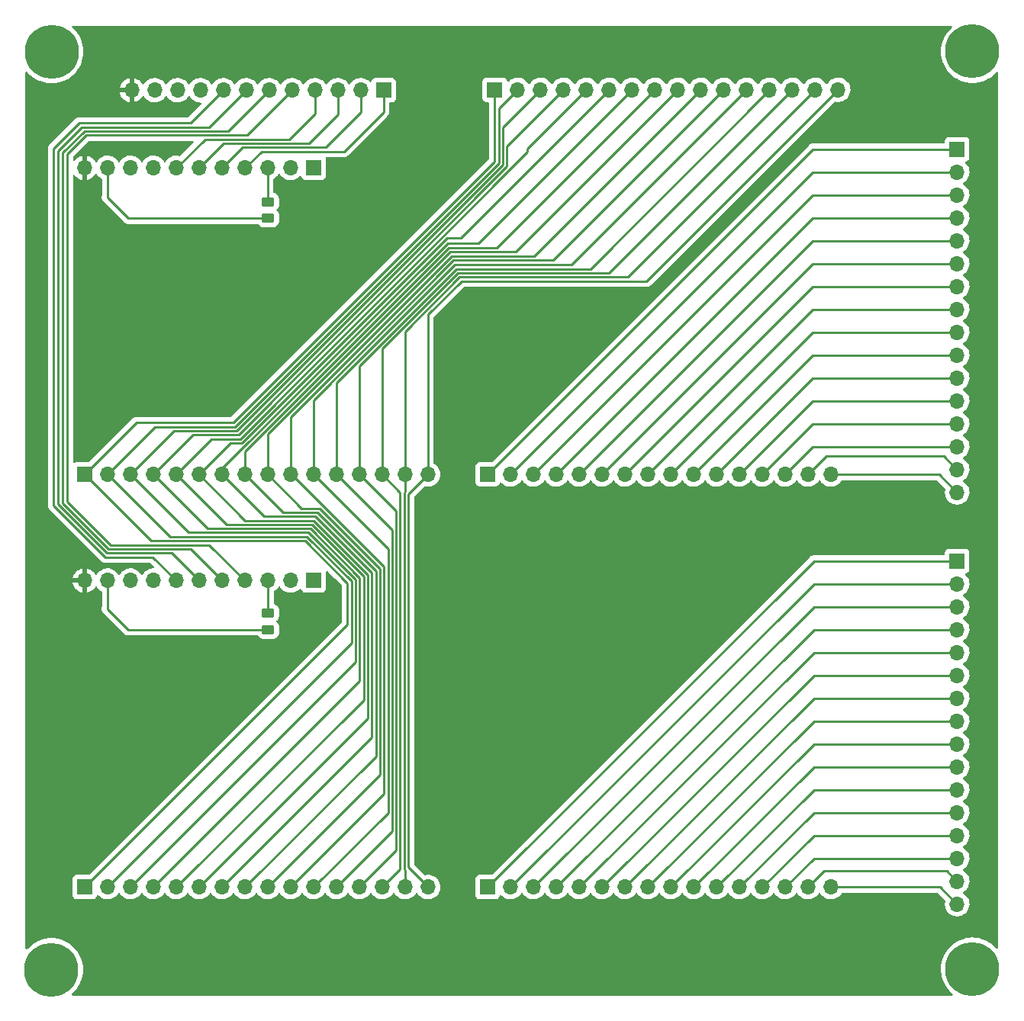
<source format=gbr>
%TF.GenerationSoftware,KiCad,Pcbnew,(6.0.0-0)*%
%TF.CreationDate,2022-01-19T10:54:38-05:00*%
%TF.ProjectId,Special-Purpose-Register-Backplane,53706563-6961-46c2-9d50-7572706f7365,rev?*%
%TF.SameCoordinates,Original*%
%TF.FileFunction,Copper,L1,Top*%
%TF.FilePolarity,Positive*%
%FSLAX46Y46*%
G04 Gerber Fmt 4.6, Leading zero omitted, Abs format (unit mm)*
G04 Created by KiCad (PCBNEW (6.0.0-0)) date 2022-01-19 10:54:38*
%MOMM*%
%LPD*%
G01*
G04 APERTURE LIST*
G04 Aperture macros list*
%AMRoundRect*
0 Rectangle with rounded corners*
0 $1 Rounding radius*
0 $2 $3 $4 $5 $6 $7 $8 $9 X,Y pos of 4 corners*
0 Add a 4 corners polygon primitive as box body*
4,1,4,$2,$3,$4,$5,$6,$7,$8,$9,$2,$3,0*
0 Add four circle primitives for the rounded corners*
1,1,$1+$1,$2,$3*
1,1,$1+$1,$4,$5*
1,1,$1+$1,$6,$7*
1,1,$1+$1,$8,$9*
0 Add four rect primitives between the rounded corners*
20,1,$1+$1,$2,$3,$4,$5,0*
20,1,$1+$1,$4,$5,$6,$7,0*
20,1,$1+$1,$6,$7,$8,$9,0*
20,1,$1+$1,$8,$9,$2,$3,0*%
G04 Aperture macros list end*
%TA.AperFunction,ComponentPad*%
%ADD10R,1.700000X1.700000*%
%TD*%
%TA.AperFunction,ComponentPad*%
%ADD11O,1.700000X1.700000*%
%TD*%
%TA.AperFunction,ComponentPad*%
%ADD12C,0.800000*%
%TD*%
%TA.AperFunction,ComponentPad*%
%ADD13C,6.000000*%
%TD*%
%TA.AperFunction,SMDPad,CuDef*%
%ADD14RoundRect,0.250000X0.450000X-0.262500X0.450000X0.262500X-0.450000X0.262500X-0.450000X-0.262500X0*%
%TD*%
%TA.AperFunction,Conductor*%
%ADD15C,0.250000*%
%TD*%
G04 APERTURE END LIST*
D10*
%TO.P,J1,1,Pin_1*%
%TO.N,unconnected-(J1-Pad1)*%
X135090000Y-34080000D03*
D11*
%TO.P,J1,2,Pin_2*%
%TO.N,unconnected-(J1-Pad2)*%
X132550000Y-34080000D03*
%TO.P,J1,3,Pin_3*%
%TO.N,~{PC_ADDR_OUT}*%
X130010000Y-34080000D03*
%TO.P,J1,4,Pin_4*%
%TO.N,~{PC_BUS_OUT}*%
X127470000Y-34080000D03*
%TO.P,J1,5,Pin_5*%
%TO.N,~{PC_LOAD}*%
X124930000Y-34080000D03*
%TO.P,J1,6,Pin_6*%
%TO.N,~{PC_INC}*%
X122390000Y-34080000D03*
%TO.P,J1,7,Pin_7*%
%TO.N,~{PC_DEC}*%
X119850000Y-34080000D03*
%TO.P,J1,8,Pin_8*%
%TO.N,RESET*%
X117310000Y-34080000D03*
%TO.P,J1,9,Pin_9*%
%TO.N,CLOCK*%
X114770000Y-34080000D03*
%TO.P,J1,10,Pin_10*%
%TO.N,GND*%
X112230000Y-34080000D03*
%TO.P,J1,11,Pin_11*%
%TO.N,VCC*%
X109690000Y-34080000D03*
%TD*%
D10*
%TO.P,J4,1,Pin_1*%
%TO.N,unconnected-(J4-Pad1)*%
X135100000Y-79900000D03*
D11*
%TO.P,J4,2,Pin_2*%
%TO.N,unconnected-(J4-Pad2)*%
X132560000Y-79900000D03*
%TO.P,J4,3,Pin_3*%
%TO.N,~{SP_ADDR_OUT}*%
X130020000Y-79900000D03*
%TO.P,J4,4,Pin_4*%
%TO.N,~{SP_BUS_OUT}*%
X127480000Y-79900000D03*
%TO.P,J4,5,Pin_5*%
%TO.N,~{SP_LOAD}*%
X124940000Y-79900000D03*
%TO.P,J4,6,Pin_6*%
%TO.N,~{SP_INC}*%
X122400000Y-79900000D03*
%TO.P,J4,7,Pin_7*%
%TO.N,~{SP_DEC}*%
X119860000Y-79900000D03*
%TO.P,J4,8,Pin_8*%
%TO.N,RESET*%
X117320000Y-79900000D03*
%TO.P,J4,9,Pin_9*%
%TO.N,CLOCK*%
X114780000Y-79900000D03*
%TO.P,J4,10,Pin_10*%
%TO.N,GND*%
X112240000Y-79900000D03*
%TO.P,J4,11,Pin_11*%
%TO.N,VCC*%
X109700000Y-79900000D03*
%TD*%
D12*
%TO.P,REF\u002A\u002A,1*%
%TO.N,N/C*%
X106000000Y-120850000D03*
X108250000Y-123100000D03*
X107590990Y-124690990D03*
X107590990Y-121509010D03*
X104409010Y-121509010D03*
D13*
X106000000Y-123100000D03*
D12*
X106000000Y-125350000D03*
X104409010Y-124690990D03*
X103750000Y-123100000D03*
%TD*%
D10*
%TO.P,J3,1,Pin_1*%
%TO.N,PC0*%
X154391000Y-68112000D03*
D11*
%TO.P,J3,2,Pin_2*%
%TO.N,PC1*%
X156931000Y-68112000D03*
%TO.P,J3,3,Pin_3*%
%TO.N,PC2*%
X159471000Y-68112000D03*
%TO.P,J3,4,Pin_4*%
%TO.N,PC3*%
X162011000Y-68112000D03*
%TO.P,J3,5,Pin_5*%
%TO.N,PC4*%
X164551000Y-68112000D03*
%TO.P,J3,6,Pin_6*%
%TO.N,PC5*%
X167091000Y-68112000D03*
%TO.P,J3,7,Pin_7*%
%TO.N,PC6*%
X169631000Y-68112000D03*
%TO.P,J3,8,Pin_8*%
%TO.N,PC7*%
X172171000Y-68112000D03*
%TO.P,J3,9,Pin_9*%
%TO.N,PC8*%
X174711000Y-68112000D03*
%TO.P,J3,10,Pin_10*%
%TO.N,PC9*%
X177251000Y-68112000D03*
%TO.P,J3,11,Pin_11*%
%TO.N,PC10*%
X179791000Y-68112000D03*
%TO.P,J3,12,Pin_12*%
%TO.N,PC11*%
X182331000Y-68112000D03*
%TO.P,J3,13,Pin_13*%
%TO.N,PC12*%
X184871000Y-68112000D03*
%TO.P,J3,14,Pin_14*%
%TO.N,PC13*%
X187411000Y-68112000D03*
%TO.P,J3,15,Pin_15*%
%TO.N,PC14*%
X189951000Y-68112000D03*
%TO.P,J3,16,Pin_16*%
%TO.N,PC15*%
X192491000Y-68112000D03*
%TD*%
D14*
%TO.P,R2,1*%
%TO.N,GND*%
X130048000Y-85344000D03*
%TO.P,R2,2*%
%TO.N,~{SP_ADDR_OUT}*%
X130048000Y-83519000D03*
%TD*%
D10*
%TO.P,J10,1,Pin_1*%
%TO.N,SP0*%
X206502000Y-77724000D03*
D11*
%TO.P,J10,2,Pin_2*%
%TO.N,SP1*%
X206502000Y-80264000D03*
%TO.P,J10,3,Pin_3*%
%TO.N,SP2*%
X206502000Y-82804000D03*
%TO.P,J10,4,Pin_4*%
%TO.N,SP3*%
X206502000Y-85344000D03*
%TO.P,J10,5,Pin_5*%
%TO.N,SP4*%
X206502000Y-87884000D03*
%TO.P,J10,6,Pin_6*%
%TO.N,SP5*%
X206502000Y-90424000D03*
%TO.P,J10,7,Pin_7*%
%TO.N,SP6*%
X206502000Y-92964000D03*
%TO.P,J10,8,Pin_8*%
%TO.N,SP7*%
X206502000Y-95504000D03*
%TO.P,J10,9,Pin_9*%
%TO.N,SP8*%
X206502000Y-98044000D03*
%TO.P,J10,10,Pin_10*%
%TO.N,SP9*%
X206502000Y-100584000D03*
%TO.P,J10,11,Pin_11*%
%TO.N,SP10*%
X206502000Y-103124000D03*
%TO.P,J10,12,Pin_12*%
%TO.N,SP11*%
X206502000Y-105664000D03*
%TO.P,J10,13,Pin_13*%
%TO.N,SP12*%
X206502000Y-108204000D03*
%TO.P,J10,14,Pin_14*%
%TO.N,SP13*%
X206502000Y-110744000D03*
%TO.P,J10,15,Pin_15*%
%TO.N,SP14*%
X206502000Y-113284000D03*
%TO.P,J10,16,Pin_16*%
%TO.N,SP15*%
X206502000Y-115824000D03*
%TD*%
D10*
%TO.P,J6,1,Pin_1*%
%TO.N,SP0*%
X154390000Y-113930000D03*
D11*
%TO.P,J6,2,Pin_2*%
%TO.N,SP1*%
X156930000Y-113930000D03*
%TO.P,J6,3,Pin_3*%
%TO.N,SP2*%
X159470000Y-113930000D03*
%TO.P,J6,4,Pin_4*%
%TO.N,SP3*%
X162010000Y-113930000D03*
%TO.P,J6,5,Pin_5*%
%TO.N,SP4*%
X164550000Y-113930000D03*
%TO.P,J6,6,Pin_6*%
%TO.N,SP5*%
X167090000Y-113930000D03*
%TO.P,J6,7,Pin_7*%
%TO.N,SP6*%
X169630000Y-113930000D03*
%TO.P,J6,8,Pin_8*%
%TO.N,SP7*%
X172170000Y-113930000D03*
%TO.P,J6,9,Pin_9*%
%TO.N,SP8*%
X174710000Y-113930000D03*
%TO.P,J6,10,Pin_10*%
%TO.N,SP9*%
X177250000Y-113930000D03*
%TO.P,J6,11,Pin_11*%
%TO.N,SP10*%
X179790000Y-113930000D03*
%TO.P,J6,12,Pin_12*%
%TO.N,SP11*%
X182330000Y-113930000D03*
%TO.P,J6,13,Pin_13*%
%TO.N,SP12*%
X184870000Y-113930000D03*
%TO.P,J6,14,Pin_14*%
%TO.N,SP13*%
X187410000Y-113930000D03*
%TO.P,J6,15,Pin_15*%
%TO.N,SP14*%
X189950000Y-113930000D03*
%TO.P,J6,16,Pin_16*%
%TO.N,SP15*%
X192490000Y-113930000D03*
%TD*%
D10*
%TO.P,J2,1,Pin_1*%
%TO.N,ADDR0*%
X109690000Y-68110000D03*
D11*
%TO.P,J2,2,Pin_2*%
%TO.N,ADDR1*%
X112230000Y-68110000D03*
%TO.P,J2,3,Pin_3*%
%TO.N,ADDR2*%
X114770000Y-68110000D03*
%TO.P,J2,4,Pin_4*%
%TO.N,ADDR3*%
X117310000Y-68110000D03*
%TO.P,J2,5,Pin_5*%
%TO.N,ADDR4*%
X119850000Y-68110000D03*
%TO.P,J2,6,Pin_6*%
%TO.N,ADDR5*%
X122390000Y-68110000D03*
%TO.P,J2,7,Pin_7*%
%TO.N,ADDR6*%
X124930000Y-68110000D03*
%TO.P,J2,8,Pin_8*%
%TO.N,ADDR7*%
X127470000Y-68110000D03*
%TO.P,J2,9,Pin_9*%
%TO.N,ADDR8*%
X130010000Y-68110000D03*
%TO.P,J2,10,Pin_10*%
%TO.N,ADDR9*%
X132550000Y-68110000D03*
%TO.P,J2,11,Pin_11*%
%TO.N,ADDR10*%
X135090000Y-68110000D03*
%TO.P,J2,12,Pin_12*%
%TO.N,ADDR11*%
X137630000Y-68110000D03*
%TO.P,J2,13,Pin_13*%
%TO.N,ADDR12*%
X140170000Y-68110000D03*
%TO.P,J2,14,Pin_14*%
%TO.N,ADDR13*%
X142710000Y-68110000D03*
%TO.P,J2,15,Pin_15*%
%TO.N,ADDR14*%
X145250000Y-68110000D03*
%TO.P,J2,16,Pin_16*%
%TO.N,ADDR15*%
X147790000Y-68110000D03*
%TD*%
D14*
%TO.P,R1,1*%
%TO.N,GND*%
X130048000Y-39671000D03*
%TO.P,R1,2*%
%TO.N,~{PC_ADDR_OUT}*%
X130048000Y-37846000D03*
%TD*%
D10*
%TO.P,J8,1,Pin_1*%
%TO.N,ADDR0*%
X155194000Y-25400000D03*
D11*
%TO.P,J8,2,Pin_2*%
%TO.N,ADDR1*%
X157734000Y-25400000D03*
%TO.P,J8,3,Pin_3*%
%TO.N,ADDR2*%
X160274000Y-25400000D03*
%TO.P,J8,4,Pin_4*%
%TO.N,ADDR3*%
X162814000Y-25400000D03*
%TO.P,J8,5,Pin_5*%
%TO.N,ADDR4*%
X165354000Y-25400000D03*
%TO.P,J8,6,Pin_6*%
%TO.N,ADDR5*%
X167894000Y-25400000D03*
%TO.P,J8,7,Pin_7*%
%TO.N,ADDR6*%
X170434000Y-25400000D03*
%TO.P,J8,8,Pin_8*%
%TO.N,ADDR7*%
X172974000Y-25400000D03*
%TO.P,J8,9,Pin_9*%
%TO.N,ADDR8*%
X175514000Y-25400000D03*
%TO.P,J8,10,Pin_10*%
%TO.N,ADDR9*%
X178054000Y-25400000D03*
%TO.P,J8,11,Pin_11*%
%TO.N,ADDR10*%
X180594000Y-25400000D03*
%TO.P,J8,12,Pin_12*%
%TO.N,ADDR11*%
X183134000Y-25400000D03*
%TO.P,J8,13,Pin_13*%
%TO.N,ADDR12*%
X185674000Y-25400000D03*
%TO.P,J8,14,Pin_14*%
%TO.N,ADDR13*%
X188214000Y-25400000D03*
%TO.P,J8,15,Pin_15*%
%TO.N,ADDR14*%
X190754000Y-25400000D03*
%TO.P,J8,16,Pin_16*%
%TO.N,ADDR15*%
X193294000Y-25400000D03*
%TD*%
D12*
%TO.P,REF\u002A\u002A,1*%
%TO.N,N/C*%
X208200000Y-18900000D03*
X210450000Y-21150000D03*
X209790990Y-22740990D03*
X209790990Y-19559010D03*
X206609010Y-19559010D03*
D13*
X208200000Y-21150000D03*
D12*
X208200000Y-23400000D03*
X206609010Y-22740990D03*
X205950000Y-21150000D03*
%TD*%
%TO.P,REF\u002A\u002A,1*%
%TO.N,N/C*%
X106025000Y-18925000D03*
X108275000Y-21175000D03*
X107615990Y-22765990D03*
X107615990Y-19584010D03*
X104434010Y-19584010D03*
D13*
X106025000Y-21175000D03*
D12*
X106025000Y-23425000D03*
X104434010Y-22765990D03*
X103775000Y-21175000D03*
%TD*%
D10*
%TO.P,J5,1,Pin_1*%
%TO.N,ADDR0*%
X109692000Y-113930000D03*
D11*
%TO.P,J5,2,Pin_2*%
%TO.N,ADDR1*%
X112232000Y-113930000D03*
%TO.P,J5,3,Pin_3*%
%TO.N,ADDR2*%
X114772000Y-113930000D03*
%TO.P,J5,4,Pin_4*%
%TO.N,ADDR3*%
X117312000Y-113930000D03*
%TO.P,J5,5,Pin_5*%
%TO.N,ADDR4*%
X119852000Y-113930000D03*
%TO.P,J5,6,Pin_6*%
%TO.N,ADDR5*%
X122392000Y-113930000D03*
%TO.P,J5,7,Pin_7*%
%TO.N,ADDR6*%
X124932000Y-113930000D03*
%TO.P,J5,8,Pin_8*%
%TO.N,ADDR7*%
X127472000Y-113930000D03*
%TO.P,J5,9,Pin_9*%
%TO.N,ADDR8*%
X130012000Y-113930000D03*
%TO.P,J5,10,Pin_10*%
%TO.N,ADDR9*%
X132552000Y-113930000D03*
%TO.P,J5,11,Pin_11*%
%TO.N,ADDR10*%
X135092000Y-113930000D03*
%TO.P,J5,12,Pin_12*%
%TO.N,ADDR11*%
X137632000Y-113930000D03*
%TO.P,J5,13,Pin_13*%
%TO.N,ADDR12*%
X140172000Y-113930000D03*
%TO.P,J5,14,Pin_14*%
%TO.N,ADDR13*%
X142712000Y-113930000D03*
%TO.P,J5,15,Pin_15*%
%TO.N,ADDR14*%
X145252000Y-113930000D03*
%TO.P,J5,16,Pin_16*%
%TO.N,ADDR15*%
X147792000Y-113930000D03*
%TD*%
D12*
%TO.P,REF\u002A\u002A,1*%
%TO.N,N/C*%
X208200000Y-120800000D03*
X210450000Y-123050000D03*
X209790990Y-124640990D03*
X209790990Y-121459010D03*
X206609010Y-121459010D03*
D13*
X208200000Y-123050000D03*
D12*
X208200000Y-125300000D03*
X206609010Y-124640990D03*
X205950000Y-123050000D03*
%TD*%
D10*
%TO.P,J9,1,Pin_1*%
%TO.N,PC0*%
X206502000Y-32004000D03*
D11*
%TO.P,J9,2,Pin_2*%
%TO.N,PC1*%
X206502000Y-34544000D03*
%TO.P,J9,3,Pin_3*%
%TO.N,PC2*%
X206502000Y-37084000D03*
%TO.P,J9,4,Pin_4*%
%TO.N,PC3*%
X206502000Y-39624000D03*
%TO.P,J9,5,Pin_5*%
%TO.N,PC4*%
X206502000Y-42164000D03*
%TO.P,J9,6,Pin_6*%
%TO.N,PC5*%
X206502000Y-44704000D03*
%TO.P,J9,7,Pin_7*%
%TO.N,PC6*%
X206502000Y-47244000D03*
%TO.P,J9,8,Pin_8*%
%TO.N,PC7*%
X206502000Y-49784000D03*
%TO.P,J9,9,Pin_9*%
%TO.N,PC8*%
X206502000Y-52324000D03*
%TO.P,J9,10,Pin_10*%
%TO.N,PC9*%
X206502000Y-54864000D03*
%TO.P,J9,11,Pin_11*%
%TO.N,PC10*%
X206502000Y-57404000D03*
%TO.P,J9,12,Pin_12*%
%TO.N,PC11*%
X206502000Y-59944000D03*
%TO.P,J9,13,Pin_13*%
%TO.N,PC12*%
X206502000Y-62484000D03*
%TO.P,J9,14,Pin_14*%
%TO.N,PC13*%
X206502000Y-65024000D03*
%TO.P,J9,15,Pin_15*%
%TO.N,PC14*%
X206502000Y-67564000D03*
%TO.P,J9,16,Pin_16*%
%TO.N,PC15*%
X206502000Y-70104000D03*
%TD*%
D10*
%TO.P,J7,1,Pin_1*%
%TO.N,~{PC_BUS_OUT}*%
X142850000Y-25450000D03*
D11*
%TO.P,J7,2,Pin_2*%
%TO.N,~{PC_LOAD}*%
X140310000Y-25450000D03*
%TO.P,J7,3,Pin_3*%
%TO.N,~{PC_INC}*%
X137770000Y-25450000D03*
%TO.P,J7,4,Pin_4*%
%TO.N,~{PC_DEC}*%
X135230000Y-25450000D03*
%TO.P,J7,5,Pin_5*%
%TO.N,~{SP_BUS_OUT}*%
X132690000Y-25450000D03*
%TO.P,J7,6,Pin_6*%
%TO.N,~{SP_LOAD}*%
X130150000Y-25450000D03*
%TO.P,J7,7,Pin_7*%
%TO.N,~{SP_INC}*%
X127610000Y-25450000D03*
%TO.P,J7,8,Pin_8*%
%TO.N,~{SP_DEC}*%
X125070000Y-25450000D03*
%TO.P,J7,9,Pin_9*%
%TO.N,RESET*%
X122530000Y-25450000D03*
%TO.P,J7,10,Pin_10*%
%TO.N,CLOCK*%
X119990000Y-25450000D03*
%TO.P,J7,11,Pin_11*%
%TO.N,GND*%
X117450000Y-25450000D03*
%TO.P,J7,12,Pin_12*%
%TO.N,VCC*%
X114910000Y-25450000D03*
%TD*%
D15*
%TO.N,~{PC_ADDR_OUT}*%
X130010000Y-37808000D02*
X130010000Y-34080000D01*
X130048000Y-37846000D02*
X130010000Y-37808000D01*
%TO.N,~{PC_BUS_OUT}*%
X129301957Y-32248043D02*
X127470000Y-34080000D01*
X142850000Y-25450000D02*
X142850000Y-27850000D01*
X138451957Y-32248043D02*
X129301957Y-32248043D01*
X142850000Y-27850000D02*
X138451957Y-32248043D01*
%TO.N,~{PC_LOAD}*%
X127211469Y-31798531D02*
X124930000Y-34080000D01*
X140310000Y-25450000D02*
X140310000Y-27915000D01*
X140310000Y-27915000D02*
X136426469Y-31798531D01*
X136426469Y-31798531D02*
X127211469Y-31798531D01*
%TO.N,~{PC_INC}*%
X125120979Y-31349021D02*
X122390000Y-34080000D01*
X137770000Y-25450000D02*
X137770000Y-28155000D01*
X137770000Y-28155000D02*
X134575979Y-31349021D01*
X134575979Y-31349021D02*
X125120979Y-31349021D01*
%TO.N,~{PC_DEC}*%
X132350489Y-30899511D02*
X123030489Y-30899511D01*
X135230000Y-25450000D02*
X135230000Y-28020000D01*
X123030489Y-30899511D02*
X119850000Y-34080000D01*
X135230000Y-28020000D02*
X132350489Y-30899511D01*
%TO.N,GND*%
X114494000Y-85344000D02*
X112200000Y-83050000D01*
X130048000Y-85344000D02*
X114494000Y-85344000D01*
X114521000Y-39671000D02*
X112200000Y-37350000D01*
X112200000Y-83050000D02*
X112240000Y-83010000D01*
X112230000Y-37320000D02*
X112230000Y-34080000D01*
X112240000Y-83010000D02*
X112240000Y-79900000D01*
X130048000Y-39671000D02*
X114521000Y-39671000D01*
X112200000Y-37350000D02*
X112230000Y-37320000D01*
%TO.N,ADDR0*%
X155194000Y-33381000D02*
X155194000Y-25400000D01*
X115425000Y-62375000D02*
X126200000Y-62375000D01*
X109690000Y-68110000D02*
X117055000Y-75475000D01*
X138857336Y-84764664D02*
X109692000Y-113930000D01*
X109690000Y-68110000D02*
X115425000Y-62375000D01*
X134139350Y-75475000D02*
X138857336Y-80192986D01*
X138857336Y-80192986D02*
X138857336Y-84764664D01*
X126200000Y-62375000D02*
X155194000Y-33381000D01*
X117055000Y-75475000D02*
X134139350Y-75475000D01*
%TO.N,ADDR1*%
X126386194Y-62824510D02*
X155643511Y-33567193D01*
X134343411Y-75025489D02*
X139306847Y-79988925D01*
X139306847Y-86855153D02*
X112232000Y-113930000D01*
X112230000Y-68110000D02*
X119145489Y-75025489D01*
X155643511Y-27490489D02*
X157734000Y-25400000D01*
X117515490Y-62824510D02*
X126386194Y-62824510D01*
X119145489Y-75025489D02*
X134343411Y-75025489D01*
X155643511Y-33567193D02*
X155643511Y-27490489D01*
X112230000Y-68110000D02*
X117515490Y-62824510D01*
X139306847Y-79988925D02*
X139306847Y-86855153D01*
%TO.N,ADDR2*%
X134529604Y-74575978D02*
X139756358Y-79802732D01*
X156093024Y-33753384D02*
X156093024Y-29580976D01*
X114770000Y-68110000D02*
X121235978Y-74575978D01*
X121235978Y-74575978D02*
X134529604Y-74575978D01*
X139756358Y-88945642D02*
X114772000Y-113930000D01*
X156093024Y-29580976D02*
X160274000Y-25400000D01*
X119605980Y-63274020D02*
X126572388Y-63274020D01*
X114770000Y-68110000D02*
X119605980Y-63274020D01*
X139756358Y-79802732D02*
X139756358Y-88945642D01*
X126572388Y-63274020D02*
X156093024Y-33753384D01*
%TO.N,ADDR3*%
X156542535Y-31671465D02*
X162814000Y-25400000D01*
X117310000Y-68110000D02*
X121696470Y-63723530D01*
X156542535Y-33939577D02*
X156542535Y-31671465D01*
X126758582Y-63723530D02*
X156542535Y-33939577D01*
X117310000Y-68110000D02*
X123326467Y-74126467D01*
X134715797Y-74126467D02*
X140205869Y-79616539D01*
X121696470Y-63723530D02*
X126758582Y-63723530D01*
X123326467Y-74126467D02*
X134715797Y-74126467D01*
X140205869Y-79616539D02*
X140205869Y-91036131D01*
X140205869Y-91036131D02*
X117312000Y-113930000D01*
%TO.N,ADDR4*%
X119850000Y-68110000D02*
X123786960Y-64173040D01*
X119850000Y-68110000D02*
X125416957Y-73676957D01*
X140655380Y-93126620D02*
X119852000Y-113930000D01*
X126944776Y-64173040D02*
X158805700Y-32312116D01*
X123786960Y-64173040D02*
X126944776Y-64173040D01*
X134901991Y-73676957D02*
X140655380Y-79430346D01*
X158805700Y-32312116D02*
X158805700Y-31948300D01*
X125416957Y-73676957D02*
X134901991Y-73676957D01*
X140655380Y-79430346D02*
X140655380Y-93126620D01*
X158805700Y-31948300D02*
X165354000Y-25400000D01*
%TO.N,ADDR5*%
X141104891Y-95217109D02*
X122392000Y-113930000D01*
X127130970Y-64622550D02*
X149903520Y-41850000D01*
X141104891Y-79244123D02*
X141104891Y-95217109D01*
X127507447Y-73227447D02*
X135088215Y-73227447D01*
X122390000Y-68110000D02*
X127507447Y-73227447D01*
X151444000Y-41850000D02*
X167894000Y-25400000D01*
X125877449Y-64622551D02*
X127130970Y-64622550D01*
X122390000Y-68110000D02*
X125877449Y-64622551D01*
X149903520Y-41850000D02*
X151444000Y-41850000D01*
X135088215Y-73227447D02*
X141104891Y-79244123D01*
%TO.N,ADDR6*%
X124930000Y-68110000D02*
X129597937Y-72777937D01*
X124930000Y-67459224D02*
X149964224Y-42425000D01*
X135274409Y-72777937D02*
X141554402Y-79057930D01*
X153409000Y-42425000D02*
X170434000Y-25400000D01*
X129597937Y-72777937D02*
X135274409Y-72777937D01*
X141554402Y-97307598D02*
X124932000Y-113930000D01*
X124930000Y-68110000D02*
X124930000Y-67459224D01*
X149964224Y-42425000D02*
X153409000Y-42425000D01*
X141554402Y-79057930D02*
X141554402Y-97307598D01*
%TO.N,ADDR7*%
X155437618Y-42936382D02*
X172974000Y-25400000D01*
X142003913Y-99398087D02*
X127472000Y-113930000D01*
X127470000Y-68110000D02*
X127470000Y-65554928D01*
X135511250Y-72328427D02*
X142003913Y-78821090D01*
X142003913Y-78821090D02*
X142003913Y-99398087D01*
X131688427Y-72328427D02*
X135511250Y-72328427D01*
X150088546Y-42936382D02*
X155437618Y-42936382D01*
X127470000Y-65554928D02*
X150088546Y-42936382D01*
X127470000Y-68110000D02*
X131688427Y-72328427D01*
%TO.N,ADDR8*%
X150266273Y-43394359D02*
X157519641Y-43394359D01*
X130010000Y-63650632D02*
X150266273Y-43394359D01*
X142453424Y-78584251D02*
X142453424Y-101488576D01*
X142453424Y-101488576D02*
X130012000Y-113930000D01*
X157519641Y-43394359D02*
X175514000Y-25400000D01*
X130010000Y-68110000D02*
X133778918Y-71878918D01*
X133778918Y-71878918D02*
X135748091Y-71878918D01*
X135748091Y-71878918D02*
X142453424Y-78584251D01*
X130010000Y-68110000D02*
X130010000Y-63650632D01*
%TO.N,ADDR9*%
X142902935Y-78347411D02*
X142902935Y-103579065D01*
X132550000Y-61746336D02*
X150430654Y-43865682D01*
X142902935Y-103579065D02*
X132552000Y-113930000D01*
X150430654Y-43865682D02*
X159588318Y-43865682D01*
X132550000Y-68110000D02*
X132550000Y-61746336D01*
X132665524Y-68110000D02*
X142902935Y-78347411D01*
X159588318Y-43865682D02*
X178054000Y-25400000D01*
X132550000Y-68110000D02*
X132665524Y-68110000D01*
%TO.N,ADDR10*%
X135090000Y-68110000D02*
X143352446Y-76372446D01*
X143352446Y-105669554D02*
X135092000Y-113930000D01*
X135090000Y-59850724D02*
X150603719Y-44337005D01*
X150603719Y-44337005D02*
X161656995Y-44337005D01*
X161656995Y-44337005D02*
X180594000Y-25400000D01*
X135090000Y-68110000D02*
X135090000Y-59850724D01*
X143352446Y-76372446D02*
X143352446Y-105669554D01*
%TO.N,ADDR11*%
X163725671Y-44808329D02*
X183134000Y-25400000D01*
X143801957Y-74281957D02*
X143801957Y-107760043D01*
X137630000Y-68110000D02*
X143801957Y-74281957D01*
X137630000Y-68110000D02*
X137630000Y-57952176D01*
X137630000Y-57952176D02*
X150773847Y-44808329D01*
X150773847Y-44808329D02*
X163725671Y-44808329D01*
X143801957Y-107760043D02*
X137632000Y-113930000D01*
%TO.N,ADDR12*%
X144251468Y-72191468D02*
X144251468Y-109850532D01*
X140170000Y-68110000D02*
X140170000Y-56047896D01*
X165787686Y-45286314D02*
X185674000Y-25400000D01*
X140170000Y-56047896D02*
X150931582Y-45286314D01*
X140170000Y-68110000D02*
X144251468Y-72191468D01*
X144251468Y-109850532D02*
X140172000Y-113930000D01*
X150931582Y-45286314D02*
X165787686Y-45286314D01*
%TO.N,ADDR13*%
X142710000Y-54143596D02*
X151102618Y-45750978D01*
X167863022Y-45750978D02*
X188214000Y-25400000D01*
X144700979Y-70100979D02*
X144700979Y-111941021D01*
X142710000Y-68110000D02*
X142710000Y-54143596D01*
X151102618Y-45750978D02*
X167863022Y-45750978D01*
X144700979Y-111941021D02*
X142712000Y-113930000D01*
X142710000Y-68110000D02*
X144700979Y-70100979D01*
%TO.N,ADDR14*%
X145150489Y-70113807D02*
X145150490Y-111924194D01*
X145250000Y-68110000D02*
X145250000Y-70014296D01*
X145250000Y-52239296D02*
X151288807Y-46200489D01*
X145252000Y-112025704D02*
X145252000Y-113930000D01*
X169953511Y-46200489D02*
X190754000Y-25400000D01*
X151288807Y-46200489D02*
X169953511Y-46200489D01*
X145250000Y-70014296D02*
X145150489Y-70113807D01*
X145250000Y-68110000D02*
X145250000Y-52239296D01*
X145150490Y-111924194D02*
X145252000Y-112025704D01*
%TO.N,ADDR15*%
X145600000Y-70300000D02*
X147790000Y-68110000D01*
X147790000Y-50335000D02*
X151474991Y-46650009D01*
X147792000Y-113930000D02*
X145600000Y-111738000D01*
X145600000Y-111738000D02*
X145600000Y-70300000D01*
X172043991Y-46650009D02*
X193294000Y-25400000D01*
X147790000Y-68110000D02*
X147790000Y-50335000D01*
X151474991Y-46650009D02*
X172043991Y-46650009D01*
%TO.N,PC0*%
X190499000Y-32004000D02*
X206502000Y-32004000D01*
X154391000Y-68112000D02*
X190499000Y-32004000D01*
%TO.N,PC1*%
X190499000Y-34544000D02*
X206502000Y-34544000D01*
X156931000Y-68112000D02*
X190499000Y-34544000D01*
%TO.N,PC2*%
X159471000Y-68112000D02*
X190499000Y-37084000D01*
X190499000Y-37084000D02*
X206502000Y-37084000D01*
%TO.N,PC3*%
X190499000Y-39624000D02*
X206502000Y-39624000D01*
X162011000Y-68112000D02*
X190499000Y-39624000D01*
%TO.N,PC4*%
X164551000Y-68112000D02*
X190499000Y-42164000D01*
X190499000Y-42164000D02*
X206502000Y-42164000D01*
%TO.N,PC5*%
X190499000Y-44704000D02*
X206502000Y-44704000D01*
X167091000Y-68112000D02*
X190499000Y-44704000D01*
%TO.N,PC6*%
X190499000Y-47244000D02*
X206502000Y-47244000D01*
X169631000Y-68112000D02*
X190499000Y-47244000D01*
%TO.N,PC7*%
X172171000Y-68112000D02*
X190499000Y-49784000D01*
X190499000Y-49784000D02*
X206502000Y-49784000D01*
%TO.N,PC8*%
X174711000Y-68112000D02*
X190499000Y-52324000D01*
X190499000Y-52324000D02*
X206502000Y-52324000D01*
%TO.N,PC9*%
X177251000Y-68112000D02*
X190499000Y-54864000D01*
X190499000Y-54864000D02*
X206502000Y-54864000D01*
%TO.N,PC10*%
X190499000Y-57404000D02*
X206502000Y-57404000D01*
X179791000Y-68112000D02*
X190499000Y-57404000D01*
%TO.N,PC11*%
X190499000Y-59944000D02*
X206502000Y-59944000D01*
X182331000Y-68112000D02*
X190499000Y-59944000D01*
%TO.N,PC12*%
X184871000Y-68112000D02*
X190499000Y-62484000D01*
X190499000Y-62484000D02*
X206502000Y-62484000D01*
%TO.N,PC13*%
X187411000Y-68112000D02*
X190499000Y-65024000D01*
X190499000Y-65024000D02*
X206502000Y-65024000D01*
%TO.N,PC14*%
X189951000Y-68112000D02*
X191963000Y-66100000D01*
X191963000Y-66100000D02*
X205038000Y-66100000D01*
X205038000Y-66100000D02*
X206502000Y-67564000D01*
%TO.N,PC15*%
X204510000Y-68112000D02*
X206502000Y-70104000D01*
X192491000Y-68112000D02*
X204510000Y-68112000D01*
%TO.N,~{SP_ADDR_OUT}*%
X130020000Y-83491000D02*
X130048000Y-83519000D01*
X130020000Y-79900000D02*
X130020000Y-83491000D01*
%TO.N,~{SP_BUS_OUT}*%
X127690000Y-30450000D02*
X109850000Y-30450000D01*
X107750000Y-71167888D02*
X112532601Y-75950489D01*
X132690000Y-25450000D02*
X127690000Y-30450000D01*
X123530489Y-75950489D02*
X127480000Y-79900000D01*
X112532601Y-75950489D02*
X123530489Y-75950489D01*
X109850000Y-30450000D02*
X107750000Y-32550000D01*
X107750000Y-32550000D02*
X107750000Y-71167888D01*
%TO.N,~{SP_LOAD}*%
X109650490Y-29999510D02*
X125600490Y-29999510D01*
X121440000Y-76400000D02*
X112346408Y-76400000D01*
X125600490Y-29999510D02*
X130150000Y-25450000D01*
X107250000Y-71303592D02*
X107250000Y-32400000D01*
X124940000Y-79900000D02*
X121440000Y-76400000D01*
X112346408Y-76400000D02*
X107250000Y-71303592D01*
X107250000Y-32400000D02*
X109650490Y-29999510D01*
%TO.N,~{SP_INC}*%
X123510489Y-29549511D02*
X109350489Y-29549511D01*
X109350489Y-29549511D02*
X106700000Y-32200000D01*
X106700000Y-32200000D02*
X106700000Y-71389296D01*
X127610000Y-25450000D02*
X123510489Y-29549511D01*
X119350000Y-76850000D02*
X122400000Y-79900000D01*
X106700000Y-71389296D02*
X112160704Y-76850000D01*
X112160704Y-76850000D02*
X119350000Y-76850000D01*
%TO.N,~{SP_DEC}*%
X106225000Y-71550000D02*
X106225000Y-31950000D01*
X117260000Y-77300000D02*
X111975000Y-77300000D01*
X106225000Y-31950000D02*
X109075000Y-29100000D01*
X121420000Y-29100000D02*
X125070000Y-25450000D01*
X109075000Y-29100000D02*
X121420000Y-29100000D01*
X119860000Y-79900000D02*
X117260000Y-77300000D01*
X111975000Y-77300000D02*
X106225000Y-71550000D01*
%TO.N,SP0*%
X190596000Y-77724000D02*
X206502000Y-77724000D01*
X154390000Y-113930000D02*
X190596000Y-77724000D01*
%TO.N,SP1*%
X190596000Y-80264000D02*
X206502000Y-80264000D01*
X156930000Y-113930000D02*
X190596000Y-80264000D01*
%TO.N,SP2*%
X190596000Y-82804000D02*
X206502000Y-82804000D01*
X159470000Y-113930000D02*
X190596000Y-82804000D01*
%TO.N,SP3*%
X190596000Y-85344000D02*
X206502000Y-85344000D01*
X162010000Y-113930000D02*
X190596000Y-85344000D01*
%TO.N,SP4*%
X190596000Y-87884000D02*
X206502000Y-87884000D01*
X164550000Y-113930000D02*
X190596000Y-87884000D01*
%TO.N,SP5*%
X167090000Y-113930000D02*
X190596000Y-90424000D01*
X190596000Y-90424000D02*
X206502000Y-90424000D01*
%TO.N,SP6*%
X169630000Y-113930000D02*
X190596000Y-92964000D01*
X190596000Y-92964000D02*
X206502000Y-92964000D01*
%TO.N,SP7*%
X190596000Y-95504000D02*
X206502000Y-95504000D01*
X172170000Y-113930000D02*
X190596000Y-95504000D01*
%TO.N,SP8*%
X190596000Y-98044000D02*
X206502000Y-98044000D01*
X174710000Y-113930000D02*
X190596000Y-98044000D01*
%TO.N,SP9*%
X177250000Y-113930000D02*
X190596000Y-100584000D01*
X190596000Y-100584000D02*
X206502000Y-100584000D01*
%TO.N,SP10*%
X179790000Y-113930000D02*
X190596000Y-103124000D01*
X190596000Y-103124000D02*
X206502000Y-103124000D01*
%TO.N,SP11*%
X182330000Y-113930000D02*
X190596000Y-105664000D01*
X190596000Y-105664000D02*
X206502000Y-105664000D01*
%TO.N,SP12*%
X190596000Y-108204000D02*
X206502000Y-108204000D01*
X184870000Y-113930000D02*
X190596000Y-108204000D01*
%TO.N,SP13*%
X187410000Y-113930000D02*
X190596000Y-110744000D01*
X190596000Y-110744000D02*
X206502000Y-110744000D01*
%TO.N,SP14*%
X191730000Y-112150000D02*
X205368000Y-112150000D01*
X189950000Y-113930000D02*
X191730000Y-112150000D01*
X205368000Y-112150000D02*
X206502000Y-113284000D01*
%TO.N,SP15*%
X204608000Y-113930000D02*
X206502000Y-115824000D01*
X192490000Y-113930000D02*
X204608000Y-113930000D01*
%TD*%
%TA.AperFunction,Conductor*%
%TO.N,VCC*%
G36*
X205871522Y-18308002D02*
G01*
X205918015Y-18361658D01*
X205928119Y-18431932D01*
X205898625Y-18496512D01*
X205882695Y-18511920D01*
X205849133Y-18539098D01*
X205589098Y-18799133D01*
X205357668Y-19084925D01*
X205157380Y-19393343D01*
X205155885Y-19396277D01*
X205155881Y-19396284D01*
X205143143Y-19421284D01*
X204990427Y-19721006D01*
X204858639Y-20064326D01*
X204763459Y-20419541D01*
X204705931Y-20782759D01*
X204686685Y-21150000D01*
X204705931Y-21517241D01*
X204706444Y-21520481D01*
X204706445Y-21520489D01*
X204710405Y-21545489D01*
X204763459Y-21880459D01*
X204858639Y-22235674D01*
X204859824Y-22238762D01*
X204859825Y-22238764D01*
X204869422Y-22263764D01*
X204990427Y-22578994D01*
X205157380Y-22906657D01*
X205357668Y-23215075D01*
X205589098Y-23500867D01*
X205849133Y-23760902D01*
X206134925Y-23992332D01*
X206209787Y-24040948D01*
X206391783Y-24159137D01*
X206443342Y-24192620D01*
X206446276Y-24194115D01*
X206446283Y-24194119D01*
X206689022Y-24317800D01*
X206771006Y-24359573D01*
X206894219Y-24406870D01*
X207063647Y-24471907D01*
X207114326Y-24491361D01*
X207469541Y-24586541D01*
X207630643Y-24612057D01*
X207829511Y-24643555D01*
X207829519Y-24643556D01*
X207832759Y-24644069D01*
X208200000Y-24663315D01*
X208567241Y-24644069D01*
X208570481Y-24643556D01*
X208570489Y-24643555D01*
X208769357Y-24612057D01*
X208930459Y-24586541D01*
X209285674Y-24491361D01*
X209336354Y-24471907D01*
X209505781Y-24406870D01*
X209628994Y-24359573D01*
X209710978Y-24317800D01*
X209953717Y-24194119D01*
X209953724Y-24194115D01*
X209956658Y-24192620D01*
X210008218Y-24159137D01*
X210190213Y-24040948D01*
X210265075Y-23992332D01*
X210550867Y-23760902D01*
X210810902Y-23500867D01*
X210850082Y-23452484D01*
X210908494Y-23412134D01*
X210979451Y-23409768D01*
X211040423Y-23446141D01*
X211072051Y-23509703D01*
X211074000Y-23531780D01*
X211074000Y-120668220D01*
X211053998Y-120736341D01*
X211000342Y-120782834D01*
X210930068Y-120792938D01*
X210865488Y-120763444D01*
X210850086Y-120747522D01*
X210810902Y-120699133D01*
X210550867Y-120439098D01*
X210265075Y-120207668D01*
X210036420Y-120059178D01*
X209959427Y-120009178D01*
X209959424Y-120009176D01*
X209956658Y-120007380D01*
X209953724Y-120005885D01*
X209953717Y-120005881D01*
X209631934Y-119841925D01*
X209628994Y-119840427D01*
X209285674Y-119708639D01*
X208930459Y-119613459D01*
X208737442Y-119582888D01*
X208570489Y-119556445D01*
X208570481Y-119556444D01*
X208567241Y-119555931D01*
X208200000Y-119536685D01*
X207832759Y-119555931D01*
X207829519Y-119556444D01*
X207829511Y-119556445D01*
X207662558Y-119582888D01*
X207469541Y-119613459D01*
X207114326Y-119708639D01*
X206771006Y-119840427D01*
X206768066Y-119841925D01*
X206446284Y-120005881D01*
X206446277Y-120005885D01*
X206443343Y-120007380D01*
X206440577Y-120009176D01*
X206440574Y-120009178D01*
X206236482Y-120141716D01*
X206134925Y-120207668D01*
X205849133Y-120439098D01*
X205589098Y-120699133D01*
X205357668Y-120984925D01*
X205157380Y-121293343D01*
X205155885Y-121296277D01*
X205155881Y-121296284D01*
X205130405Y-121346284D01*
X204990427Y-121621006D01*
X204858639Y-121964326D01*
X204763459Y-122319541D01*
X204705931Y-122682759D01*
X204686685Y-123050000D01*
X204705931Y-123417241D01*
X204706444Y-123420481D01*
X204706445Y-123420489D01*
X204732888Y-123587442D01*
X204763459Y-123780459D01*
X204858639Y-124135674D01*
X204990427Y-124478994D01*
X205157380Y-124806657D01*
X205357668Y-125115075D01*
X205589098Y-125400867D01*
X205849133Y-125660902D01*
X205971610Y-125760082D01*
X206011960Y-125818494D01*
X206014326Y-125889451D01*
X205977953Y-125950423D01*
X205914391Y-125982051D01*
X205892314Y-125984000D01*
X108369431Y-125984000D01*
X108301310Y-125963998D01*
X108254817Y-125910342D01*
X108244713Y-125840068D01*
X108274207Y-125775488D01*
X108290129Y-125760087D01*
X108350867Y-125710902D01*
X108610902Y-125450867D01*
X108842332Y-125165075D01*
X109042620Y-124856657D01*
X109066686Y-124809426D01*
X109208075Y-124531934D01*
X109209573Y-124528994D01*
X109341361Y-124185674D01*
X109436541Y-123830459D01*
X109494069Y-123467241D01*
X109513315Y-123100000D01*
X109494069Y-122732759D01*
X109485636Y-122679511D01*
X109437057Y-122372802D01*
X109436541Y-122369541D01*
X109341361Y-122014326D01*
X109209573Y-121671006D01*
X109042620Y-121343343D01*
X108842332Y-121034925D01*
X108610902Y-120749133D01*
X108350867Y-120489098D01*
X108065075Y-120257668D01*
X107756658Y-120057380D01*
X107753724Y-120055885D01*
X107753717Y-120055881D01*
X107431934Y-119891925D01*
X107428994Y-119890427D01*
X107085674Y-119758639D01*
X106730459Y-119663459D01*
X106537442Y-119632888D01*
X106370489Y-119606445D01*
X106370481Y-119606444D01*
X106367241Y-119605931D01*
X106000000Y-119586685D01*
X105632759Y-119605931D01*
X105629519Y-119606444D01*
X105629511Y-119606445D01*
X105462558Y-119632888D01*
X105269541Y-119663459D01*
X104914326Y-119758639D01*
X104571006Y-119890427D01*
X104568066Y-119891925D01*
X104246284Y-120055881D01*
X104246277Y-120055885D01*
X104243343Y-120057380D01*
X103934925Y-120257668D01*
X103649133Y-120489098D01*
X103389098Y-120749133D01*
X103347918Y-120799986D01*
X103289507Y-120840336D01*
X103218549Y-120842702D01*
X103157578Y-120806329D01*
X103125949Y-120742767D01*
X103124000Y-120720690D01*
X103124000Y-80167966D01*
X108368257Y-80167966D01*
X108398565Y-80302446D01*
X108401645Y-80312275D01*
X108481770Y-80509603D01*
X108486413Y-80518794D01*
X108597694Y-80700388D01*
X108603777Y-80708699D01*
X108743213Y-80869667D01*
X108750580Y-80876883D01*
X108914434Y-81012916D01*
X108922881Y-81018831D01*
X109106756Y-81126279D01*
X109116042Y-81130729D01*
X109315001Y-81206703D01*
X109324899Y-81209579D01*
X109428250Y-81230606D01*
X109442299Y-81229410D01*
X109446000Y-81219065D01*
X109446000Y-80172115D01*
X109441525Y-80156876D01*
X109440135Y-80155671D01*
X109432452Y-80154000D01*
X108383225Y-80154000D01*
X108369694Y-80157973D01*
X108368257Y-80167966D01*
X103124000Y-80167966D01*
X103124000Y-79634183D01*
X108364389Y-79634183D01*
X108365912Y-79642607D01*
X108378292Y-79646000D01*
X109427885Y-79646000D01*
X109443124Y-79641525D01*
X109444329Y-79640135D01*
X109446000Y-79632452D01*
X109446000Y-78583102D01*
X109442082Y-78569758D01*
X109427806Y-78567771D01*
X109389324Y-78573660D01*
X109379288Y-78576051D01*
X109176868Y-78642212D01*
X109167359Y-78646209D01*
X108978463Y-78744542D01*
X108969738Y-78750036D01*
X108799433Y-78877905D01*
X108791726Y-78884748D01*
X108644590Y-79038717D01*
X108638104Y-79046727D01*
X108518098Y-79222649D01*
X108513000Y-79231623D01*
X108423338Y-79424783D01*
X108419775Y-79434470D01*
X108364389Y-79634183D01*
X103124000Y-79634183D01*
X103124000Y-31929943D01*
X105586780Y-31929943D01*
X105587526Y-31937835D01*
X105590941Y-31973961D01*
X105591500Y-31985819D01*
X105591500Y-71471233D01*
X105590973Y-71482416D01*
X105589298Y-71489909D01*
X105589547Y-71497835D01*
X105589547Y-71497836D01*
X105591438Y-71557986D01*
X105591500Y-71561945D01*
X105591500Y-71589856D01*
X105591997Y-71593790D01*
X105591997Y-71593791D01*
X105592005Y-71593856D01*
X105592938Y-71605693D01*
X105594327Y-71649889D01*
X105599978Y-71669339D01*
X105603987Y-71688700D01*
X105606526Y-71708797D01*
X105609445Y-71716168D01*
X105609445Y-71716170D01*
X105622804Y-71749912D01*
X105626649Y-71761142D01*
X105638982Y-71803593D01*
X105643015Y-71810412D01*
X105643017Y-71810417D01*
X105649293Y-71821028D01*
X105657988Y-71838776D01*
X105665448Y-71857617D01*
X105670110Y-71864033D01*
X105670110Y-71864034D01*
X105691436Y-71893387D01*
X105697952Y-71903307D01*
X105720458Y-71941362D01*
X105734779Y-71955683D01*
X105747619Y-71970716D01*
X105759528Y-71987107D01*
X105765634Y-71992158D01*
X105793605Y-72015298D01*
X105802384Y-72023288D01*
X111471348Y-77692253D01*
X111478888Y-77700539D01*
X111483000Y-77707018D01*
X111488777Y-77712443D01*
X111532651Y-77753643D01*
X111535493Y-77756398D01*
X111555230Y-77776135D01*
X111558427Y-77778615D01*
X111567447Y-77786318D01*
X111599679Y-77816586D01*
X111606625Y-77820405D01*
X111606628Y-77820407D01*
X111617434Y-77826348D01*
X111633953Y-77837199D01*
X111649959Y-77849614D01*
X111657228Y-77852759D01*
X111657232Y-77852762D01*
X111690537Y-77867174D01*
X111701187Y-77872391D01*
X111739940Y-77893695D01*
X111747615Y-77895666D01*
X111747616Y-77895666D01*
X111759562Y-77898733D01*
X111778267Y-77905137D01*
X111796855Y-77913181D01*
X111804678Y-77914420D01*
X111804688Y-77914423D01*
X111840524Y-77920099D01*
X111852144Y-77922505D01*
X111887289Y-77931528D01*
X111894970Y-77933500D01*
X111915224Y-77933500D01*
X111934934Y-77935051D01*
X111954943Y-77938220D01*
X111962835Y-77937474D01*
X111998961Y-77934059D01*
X112010819Y-77933500D01*
X116945406Y-77933500D01*
X117013527Y-77953502D01*
X117034501Y-77970405D01*
X117390086Y-78325990D01*
X117424112Y-78388302D01*
X117419047Y-78459117D01*
X117376500Y-78515953D01*
X117309980Y-78540764D01*
X117299459Y-78541076D01*
X117251962Y-78540495D01*
X117230080Y-78540228D01*
X117230078Y-78540228D01*
X117224911Y-78540165D01*
X117004091Y-78573955D01*
X116791756Y-78643357D01*
X116593607Y-78746507D01*
X116589474Y-78749610D01*
X116589471Y-78749612D01*
X116431388Y-78868304D01*
X116414965Y-78880635D01*
X116389541Y-78907240D01*
X116321280Y-78978671D01*
X116260629Y-79042138D01*
X116153201Y-79199621D01*
X116098293Y-79244621D01*
X116027768Y-79252792D01*
X115964021Y-79221538D01*
X115943324Y-79197054D01*
X115862822Y-79072617D01*
X115862820Y-79072614D01*
X115860014Y-79068277D01*
X115709670Y-78903051D01*
X115705619Y-78899852D01*
X115705615Y-78899848D01*
X115538414Y-78767800D01*
X115538410Y-78767798D01*
X115534359Y-78764598D01*
X115498028Y-78744542D01*
X115482136Y-78735769D01*
X115338789Y-78656638D01*
X115333920Y-78654914D01*
X115333916Y-78654912D01*
X115133087Y-78583795D01*
X115133083Y-78583794D01*
X115128212Y-78582069D01*
X115123119Y-78581162D01*
X115123116Y-78581161D01*
X114913373Y-78543800D01*
X114913367Y-78543799D01*
X114908284Y-78542894D01*
X114834452Y-78541992D01*
X114690081Y-78540228D01*
X114690079Y-78540228D01*
X114684911Y-78540165D01*
X114464091Y-78573955D01*
X114251756Y-78643357D01*
X114053607Y-78746507D01*
X114049474Y-78749610D01*
X114049471Y-78749612D01*
X113891388Y-78868304D01*
X113874965Y-78880635D01*
X113849541Y-78907240D01*
X113781280Y-78978671D01*
X113720629Y-79042138D01*
X113613201Y-79199621D01*
X113558293Y-79244621D01*
X113487768Y-79252792D01*
X113424021Y-79221538D01*
X113403324Y-79197054D01*
X113322822Y-79072617D01*
X113322820Y-79072614D01*
X113320014Y-79068277D01*
X113169670Y-78903051D01*
X113165619Y-78899852D01*
X113165615Y-78899848D01*
X112998414Y-78767800D01*
X112998410Y-78767798D01*
X112994359Y-78764598D01*
X112958028Y-78744542D01*
X112942136Y-78735769D01*
X112798789Y-78656638D01*
X112793920Y-78654914D01*
X112793916Y-78654912D01*
X112593087Y-78583795D01*
X112593083Y-78583794D01*
X112588212Y-78582069D01*
X112583119Y-78581162D01*
X112583116Y-78581161D01*
X112373373Y-78543800D01*
X112373367Y-78543799D01*
X112368284Y-78542894D01*
X112294452Y-78541992D01*
X112150081Y-78540228D01*
X112150079Y-78540228D01*
X112144911Y-78540165D01*
X111924091Y-78573955D01*
X111711756Y-78643357D01*
X111513607Y-78746507D01*
X111509474Y-78749610D01*
X111509471Y-78749612D01*
X111351388Y-78868304D01*
X111334965Y-78880635D01*
X111309541Y-78907240D01*
X111241280Y-78978671D01*
X111180629Y-79042138D01*
X111177720Y-79046403D01*
X111177714Y-79046411D01*
X111165404Y-79064457D01*
X111073204Y-79199618D01*
X111072898Y-79200066D01*
X111017987Y-79245069D01*
X110947462Y-79253240D01*
X110883715Y-79221986D01*
X110863018Y-79197502D01*
X110782426Y-79072926D01*
X110776136Y-79064757D01*
X110632806Y-78907240D01*
X110625273Y-78900215D01*
X110458139Y-78768222D01*
X110449552Y-78762517D01*
X110263117Y-78659599D01*
X110253705Y-78655369D01*
X110052959Y-78584280D01*
X110042988Y-78581646D01*
X109971837Y-78568972D01*
X109958540Y-78570432D01*
X109954000Y-78584989D01*
X109954000Y-81218517D01*
X109958064Y-81232359D01*
X109971478Y-81234393D01*
X109978184Y-81233534D01*
X109988262Y-81231392D01*
X110192255Y-81170191D01*
X110201842Y-81166433D01*
X110393095Y-81072739D01*
X110401945Y-81067464D01*
X110575328Y-80943792D01*
X110583200Y-80937139D01*
X110734052Y-80786812D01*
X110740730Y-80778965D01*
X110868022Y-80601819D01*
X110869279Y-80602722D01*
X110916373Y-80559362D01*
X110986311Y-80547145D01*
X111051751Y-80574678D01*
X111079579Y-80606511D01*
X111139987Y-80705088D01*
X111286250Y-80873938D01*
X111458126Y-81016632D01*
X111462593Y-81019242D01*
X111544070Y-81066853D01*
X111592794Y-81118491D01*
X111606500Y-81175641D01*
X111606500Y-82794413D01*
X111599865Y-82832428D01*
X111599215Y-82833704D01*
X111597417Y-82841749D01*
X111590091Y-82864294D01*
X111586819Y-82871855D01*
X111585579Y-82879685D01*
X111578033Y-82927326D01*
X111576549Y-82935101D01*
X111570576Y-82961823D01*
X111564298Y-82989909D01*
X111564547Y-82997832D01*
X111564547Y-82997833D01*
X111564557Y-82998141D01*
X111563067Y-83021815D01*
X111561780Y-83029943D01*
X111562526Y-83037835D01*
X111562526Y-83037836D01*
X111567065Y-83085858D01*
X111567562Y-83093755D01*
X111567605Y-83095111D01*
X111569327Y-83149889D01*
X111571539Y-83157501D01*
X111571624Y-83157794D01*
X111576068Y-83181094D01*
X111576843Y-83189292D01*
X111584070Y-83209366D01*
X111595871Y-83242144D01*
X111598317Y-83249673D01*
X111611770Y-83295981D01*
X111611772Y-83295985D01*
X111613982Y-83303593D01*
X111618017Y-83310416D01*
X111618019Y-83310420D01*
X111618177Y-83310688D01*
X111628267Y-83332132D01*
X111628372Y-83332423D01*
X111628376Y-83332431D01*
X111631061Y-83339889D01*
X111662646Y-83386365D01*
X111666855Y-83392996D01*
X111695458Y-83441362D01*
X111701278Y-83447182D01*
X111716394Y-83465453D01*
X111721028Y-83472271D01*
X111726976Y-83477515D01*
X111726977Y-83477516D01*
X111763163Y-83509418D01*
X111768933Y-83514837D01*
X113990348Y-85736253D01*
X113997888Y-85744539D01*
X114002000Y-85751018D01*
X114007777Y-85756443D01*
X114051651Y-85797643D01*
X114054493Y-85800398D01*
X114074230Y-85820135D01*
X114077427Y-85822615D01*
X114086447Y-85830318D01*
X114118679Y-85860586D01*
X114125625Y-85864405D01*
X114125628Y-85864407D01*
X114136434Y-85870348D01*
X114152953Y-85881199D01*
X114168959Y-85893614D01*
X114176228Y-85896759D01*
X114176232Y-85896762D01*
X114209537Y-85911174D01*
X114220187Y-85916391D01*
X114258940Y-85937695D01*
X114266615Y-85939666D01*
X114266616Y-85939666D01*
X114278562Y-85942733D01*
X114297267Y-85949137D01*
X114315855Y-85957181D01*
X114323678Y-85958420D01*
X114323688Y-85958423D01*
X114359524Y-85964099D01*
X114371144Y-85966505D01*
X114406289Y-85975528D01*
X114413970Y-85977500D01*
X114434224Y-85977500D01*
X114453934Y-85979051D01*
X114473943Y-85982220D01*
X114481835Y-85981474D01*
X114517961Y-85978059D01*
X114529819Y-85977500D01*
X128865366Y-85977500D01*
X128933487Y-85997502D01*
X128972509Y-86037196D01*
X128999522Y-86080848D01*
X129124697Y-86205805D01*
X129130927Y-86209645D01*
X129130928Y-86209646D01*
X129268090Y-86294194D01*
X129275262Y-86298615D01*
X129343475Y-86321240D01*
X129436611Y-86352132D01*
X129436613Y-86352132D01*
X129443139Y-86354297D01*
X129449975Y-86354997D01*
X129449978Y-86354998D01*
X129493031Y-86359409D01*
X129547600Y-86365000D01*
X130548400Y-86365000D01*
X130551646Y-86364663D01*
X130551650Y-86364663D01*
X130647308Y-86354738D01*
X130647312Y-86354737D01*
X130654166Y-86354026D01*
X130660702Y-86351845D01*
X130660704Y-86351845D01*
X130792806Y-86307772D01*
X130821946Y-86298050D01*
X130972348Y-86204978D01*
X131097305Y-86079803D01*
X131120954Y-86041438D01*
X131186275Y-85935468D01*
X131186276Y-85935466D01*
X131190115Y-85929238D01*
X131219430Y-85840857D01*
X131243632Y-85767889D01*
X131243632Y-85767887D01*
X131245797Y-85761361D01*
X131256500Y-85656900D01*
X131256500Y-85031100D01*
X131245526Y-84925334D01*
X131242804Y-84917173D01*
X131191868Y-84764502D01*
X131189550Y-84757554D01*
X131096478Y-84607152D01*
X131009891Y-84520716D01*
X130975812Y-84458434D01*
X130980815Y-84387614D01*
X131009736Y-84342525D01*
X131092134Y-84259983D01*
X131097305Y-84254803D01*
X131136938Y-84190507D01*
X131186275Y-84110468D01*
X131186276Y-84110466D01*
X131190115Y-84104238D01*
X131233675Y-83972909D01*
X131243632Y-83942889D01*
X131243632Y-83942887D01*
X131245797Y-83936361D01*
X131256500Y-83831900D01*
X131256500Y-83206100D01*
X131256163Y-83202850D01*
X131246238Y-83107192D01*
X131246237Y-83107188D01*
X131245526Y-83100334D01*
X131240697Y-83085858D01*
X131191868Y-82939502D01*
X131189550Y-82932554D01*
X131096478Y-82782152D01*
X130971303Y-82657195D01*
X130840136Y-82576342D01*
X130826968Y-82568225D01*
X130826966Y-82568224D01*
X130820738Y-82564385D01*
X130759078Y-82543934D01*
X130739833Y-82537550D01*
X130681473Y-82497119D01*
X130654236Y-82431555D01*
X130653500Y-82417957D01*
X130653500Y-81180427D01*
X130673502Y-81112306D01*
X130714618Y-81072550D01*
X130717994Y-81070896D01*
X130899860Y-80941173D01*
X131058096Y-80783489D01*
X131188453Y-80602077D01*
X131189776Y-80603028D01*
X131236645Y-80559857D01*
X131306580Y-80547625D01*
X131372026Y-80575144D01*
X131399875Y-80606994D01*
X131459987Y-80705088D01*
X131606250Y-80873938D01*
X131778126Y-81016632D01*
X131971000Y-81129338D01*
X131975825Y-81131180D01*
X131975826Y-81131181D01*
X132028086Y-81151137D01*
X132179692Y-81209030D01*
X132184760Y-81210061D01*
X132184763Y-81210062D01*
X132279862Y-81229410D01*
X132398597Y-81253567D01*
X132403772Y-81253757D01*
X132403774Y-81253757D01*
X132616673Y-81261564D01*
X132616677Y-81261564D01*
X132621837Y-81261753D01*
X132626957Y-81261097D01*
X132626959Y-81261097D01*
X132838288Y-81234025D01*
X132838289Y-81234025D01*
X132843416Y-81233368D01*
X132848366Y-81231883D01*
X133052429Y-81170661D01*
X133052434Y-81170659D01*
X133057384Y-81169174D01*
X133257994Y-81070896D01*
X133439860Y-80941173D01*
X133548091Y-80833319D01*
X133610462Y-80799404D01*
X133681268Y-80804592D01*
X133738030Y-80847238D01*
X133755012Y-80878341D01*
X133786164Y-80961438D01*
X133799385Y-80996705D01*
X133886739Y-81113261D01*
X134003295Y-81200615D01*
X134139684Y-81251745D01*
X134201866Y-81258500D01*
X135998134Y-81258500D01*
X136060316Y-81251745D01*
X136196705Y-81200615D01*
X136313261Y-81113261D01*
X136400615Y-80996705D01*
X136451745Y-80860316D01*
X136458500Y-80798134D01*
X136458500Y-79001866D01*
X136458328Y-79000279D01*
X136474540Y-78931514D01*
X136525606Y-78882190D01*
X136595231Y-78868304D01*
X136661311Y-78894265D01*
X136673154Y-78904708D01*
X137430247Y-79661802D01*
X138186931Y-80418486D01*
X138220957Y-80480798D01*
X138223836Y-80507581D01*
X138223836Y-84450070D01*
X138203834Y-84518191D01*
X138186931Y-84539165D01*
X110191500Y-112534595D01*
X110129188Y-112568621D01*
X110102405Y-112571500D01*
X108793866Y-112571500D01*
X108731684Y-112578255D01*
X108595295Y-112629385D01*
X108478739Y-112716739D01*
X108391385Y-112833295D01*
X108340255Y-112969684D01*
X108333500Y-113031866D01*
X108333500Y-114828134D01*
X108340255Y-114890316D01*
X108391385Y-115026705D01*
X108478739Y-115143261D01*
X108595295Y-115230615D01*
X108731684Y-115281745D01*
X108793866Y-115288500D01*
X110590134Y-115288500D01*
X110652316Y-115281745D01*
X110788705Y-115230615D01*
X110905261Y-115143261D01*
X110992615Y-115026705D01*
X110997346Y-115014086D01*
X111036598Y-114909382D01*
X111079240Y-114852618D01*
X111145802Y-114827918D01*
X111215150Y-114843126D01*
X111249817Y-114871114D01*
X111278250Y-114903938D01*
X111450126Y-115046632D01*
X111643000Y-115159338D01*
X111851692Y-115239030D01*
X111856760Y-115240061D01*
X111856763Y-115240062D01*
X111964017Y-115261883D01*
X112070597Y-115283567D01*
X112075772Y-115283757D01*
X112075774Y-115283757D01*
X112288673Y-115291564D01*
X112288677Y-115291564D01*
X112293837Y-115291753D01*
X112298957Y-115291097D01*
X112298959Y-115291097D01*
X112510288Y-115264025D01*
X112510289Y-115264025D01*
X112515416Y-115263368D01*
X112520366Y-115261883D01*
X112724429Y-115200661D01*
X112724434Y-115200659D01*
X112729384Y-115199174D01*
X112929994Y-115100896D01*
X113111860Y-114971173D01*
X113270096Y-114813489D01*
X113400453Y-114632077D01*
X113401776Y-114633028D01*
X113448645Y-114589857D01*
X113518580Y-114577625D01*
X113584026Y-114605144D01*
X113611875Y-114636994D01*
X113671987Y-114735088D01*
X113818250Y-114903938D01*
X113990126Y-115046632D01*
X114183000Y-115159338D01*
X114391692Y-115239030D01*
X114396760Y-115240061D01*
X114396763Y-115240062D01*
X114504017Y-115261883D01*
X114610597Y-115283567D01*
X114615772Y-115283757D01*
X114615774Y-115283757D01*
X114828673Y-115291564D01*
X114828677Y-115291564D01*
X114833837Y-115291753D01*
X114838957Y-115291097D01*
X114838959Y-115291097D01*
X115050288Y-115264025D01*
X115050289Y-115264025D01*
X115055416Y-115263368D01*
X115060366Y-115261883D01*
X115264429Y-115200661D01*
X115264434Y-115200659D01*
X115269384Y-115199174D01*
X115469994Y-115100896D01*
X115651860Y-114971173D01*
X115810096Y-114813489D01*
X115940453Y-114632077D01*
X115941776Y-114633028D01*
X115988645Y-114589857D01*
X116058580Y-114577625D01*
X116124026Y-114605144D01*
X116151875Y-114636994D01*
X116211987Y-114735088D01*
X116358250Y-114903938D01*
X116530126Y-115046632D01*
X116723000Y-115159338D01*
X116931692Y-115239030D01*
X116936760Y-115240061D01*
X116936763Y-115240062D01*
X117044017Y-115261883D01*
X117150597Y-115283567D01*
X117155772Y-115283757D01*
X117155774Y-115283757D01*
X117368673Y-115291564D01*
X117368677Y-115291564D01*
X117373837Y-115291753D01*
X117378957Y-115291097D01*
X117378959Y-115291097D01*
X117590288Y-115264025D01*
X117590289Y-115264025D01*
X117595416Y-115263368D01*
X117600366Y-115261883D01*
X117804429Y-115200661D01*
X117804434Y-115200659D01*
X117809384Y-115199174D01*
X118009994Y-115100896D01*
X118191860Y-114971173D01*
X118350096Y-114813489D01*
X118480453Y-114632077D01*
X118481776Y-114633028D01*
X118528645Y-114589857D01*
X118598580Y-114577625D01*
X118664026Y-114605144D01*
X118691875Y-114636994D01*
X118751987Y-114735088D01*
X118898250Y-114903938D01*
X119070126Y-115046632D01*
X119263000Y-115159338D01*
X119471692Y-115239030D01*
X119476760Y-115240061D01*
X119476763Y-115240062D01*
X119584017Y-115261883D01*
X119690597Y-115283567D01*
X119695772Y-115283757D01*
X119695774Y-115283757D01*
X119908673Y-115291564D01*
X119908677Y-115291564D01*
X119913837Y-115291753D01*
X119918957Y-115291097D01*
X119918959Y-115291097D01*
X120130288Y-115264025D01*
X120130289Y-115264025D01*
X120135416Y-115263368D01*
X120140366Y-115261883D01*
X120344429Y-115200661D01*
X120344434Y-115200659D01*
X120349384Y-115199174D01*
X120549994Y-115100896D01*
X120731860Y-114971173D01*
X120890096Y-114813489D01*
X121020453Y-114632077D01*
X121021776Y-114633028D01*
X121068645Y-114589857D01*
X121138580Y-114577625D01*
X121204026Y-114605144D01*
X121231875Y-114636994D01*
X121291987Y-114735088D01*
X121438250Y-114903938D01*
X121610126Y-115046632D01*
X121803000Y-115159338D01*
X122011692Y-115239030D01*
X122016760Y-115240061D01*
X122016763Y-115240062D01*
X122124017Y-115261883D01*
X122230597Y-115283567D01*
X122235772Y-115283757D01*
X122235774Y-115283757D01*
X122448673Y-115291564D01*
X122448677Y-115291564D01*
X122453837Y-115291753D01*
X122458957Y-115291097D01*
X122458959Y-115291097D01*
X122670288Y-115264025D01*
X122670289Y-115264025D01*
X122675416Y-115263368D01*
X122680366Y-115261883D01*
X122884429Y-115200661D01*
X122884434Y-115200659D01*
X122889384Y-115199174D01*
X123089994Y-115100896D01*
X123271860Y-114971173D01*
X123430096Y-114813489D01*
X123560453Y-114632077D01*
X123561776Y-114633028D01*
X123608645Y-114589857D01*
X123678580Y-114577625D01*
X123744026Y-114605144D01*
X123771875Y-114636994D01*
X123831987Y-114735088D01*
X123978250Y-114903938D01*
X124150126Y-115046632D01*
X124343000Y-115159338D01*
X124551692Y-115239030D01*
X124556760Y-115240061D01*
X124556763Y-115240062D01*
X124664017Y-115261883D01*
X124770597Y-115283567D01*
X124775772Y-115283757D01*
X124775774Y-115283757D01*
X124988673Y-115291564D01*
X124988677Y-115291564D01*
X124993837Y-115291753D01*
X124998957Y-115291097D01*
X124998959Y-115291097D01*
X125210288Y-115264025D01*
X125210289Y-115264025D01*
X125215416Y-115263368D01*
X125220366Y-115261883D01*
X125424429Y-115200661D01*
X125424434Y-115200659D01*
X125429384Y-115199174D01*
X125629994Y-115100896D01*
X125811860Y-114971173D01*
X125970096Y-114813489D01*
X126100453Y-114632077D01*
X126101776Y-114633028D01*
X126148645Y-114589857D01*
X126218580Y-114577625D01*
X126284026Y-114605144D01*
X126311875Y-114636994D01*
X126371987Y-114735088D01*
X126518250Y-114903938D01*
X126690126Y-115046632D01*
X126883000Y-115159338D01*
X127091692Y-115239030D01*
X127096760Y-115240061D01*
X127096763Y-115240062D01*
X127204017Y-115261883D01*
X127310597Y-115283567D01*
X127315772Y-115283757D01*
X127315774Y-115283757D01*
X127528673Y-115291564D01*
X127528677Y-115291564D01*
X127533837Y-115291753D01*
X127538957Y-115291097D01*
X127538959Y-115291097D01*
X127750288Y-115264025D01*
X127750289Y-115264025D01*
X127755416Y-115263368D01*
X127760366Y-115261883D01*
X127964429Y-115200661D01*
X127964434Y-115200659D01*
X127969384Y-115199174D01*
X128169994Y-115100896D01*
X128351860Y-114971173D01*
X128510096Y-114813489D01*
X128640453Y-114632077D01*
X128641776Y-114633028D01*
X128688645Y-114589857D01*
X128758580Y-114577625D01*
X128824026Y-114605144D01*
X128851875Y-114636994D01*
X128911987Y-114735088D01*
X129058250Y-114903938D01*
X129230126Y-115046632D01*
X129423000Y-115159338D01*
X129631692Y-115239030D01*
X129636760Y-115240061D01*
X129636763Y-115240062D01*
X129744017Y-115261883D01*
X129850597Y-115283567D01*
X129855772Y-115283757D01*
X129855774Y-115283757D01*
X130068673Y-115291564D01*
X130068677Y-115291564D01*
X130073837Y-115291753D01*
X130078957Y-115291097D01*
X130078959Y-115291097D01*
X130290288Y-115264025D01*
X130290289Y-115264025D01*
X130295416Y-115263368D01*
X130300366Y-115261883D01*
X130504429Y-115200661D01*
X130504434Y-115200659D01*
X130509384Y-115199174D01*
X130709994Y-115100896D01*
X130891860Y-114971173D01*
X131050096Y-114813489D01*
X131180453Y-114632077D01*
X131181776Y-114633028D01*
X131228645Y-114589857D01*
X131298580Y-114577625D01*
X131364026Y-114605144D01*
X131391875Y-114636994D01*
X131451987Y-114735088D01*
X131598250Y-114903938D01*
X131770126Y-115046632D01*
X131963000Y-115159338D01*
X132171692Y-115239030D01*
X132176760Y-115240061D01*
X132176763Y-115240062D01*
X132284017Y-115261883D01*
X132390597Y-115283567D01*
X132395772Y-115283757D01*
X132395774Y-115283757D01*
X132608673Y-115291564D01*
X132608677Y-115291564D01*
X132613837Y-115291753D01*
X132618957Y-115291097D01*
X132618959Y-115291097D01*
X132830288Y-115264025D01*
X132830289Y-115264025D01*
X132835416Y-115263368D01*
X132840366Y-115261883D01*
X133044429Y-115200661D01*
X133044434Y-115200659D01*
X133049384Y-115199174D01*
X133249994Y-115100896D01*
X133431860Y-114971173D01*
X133590096Y-114813489D01*
X133720453Y-114632077D01*
X133721776Y-114633028D01*
X133768645Y-114589857D01*
X133838580Y-114577625D01*
X133904026Y-114605144D01*
X133931875Y-114636994D01*
X133991987Y-114735088D01*
X134138250Y-114903938D01*
X134310126Y-115046632D01*
X134503000Y-115159338D01*
X134711692Y-115239030D01*
X134716760Y-115240061D01*
X134716763Y-115240062D01*
X134824017Y-115261883D01*
X134930597Y-115283567D01*
X134935772Y-115283757D01*
X134935774Y-115283757D01*
X135148673Y-115291564D01*
X135148677Y-115291564D01*
X135153837Y-115291753D01*
X135158957Y-115291097D01*
X135158959Y-115291097D01*
X135370288Y-115264025D01*
X135370289Y-115264025D01*
X135375416Y-115263368D01*
X135380366Y-115261883D01*
X135584429Y-115200661D01*
X135584434Y-115200659D01*
X135589384Y-115199174D01*
X135789994Y-115100896D01*
X135971860Y-114971173D01*
X136130096Y-114813489D01*
X136260453Y-114632077D01*
X136261776Y-114633028D01*
X136308645Y-114589857D01*
X136378580Y-114577625D01*
X136444026Y-114605144D01*
X136471875Y-114636994D01*
X136531987Y-114735088D01*
X136678250Y-114903938D01*
X136850126Y-115046632D01*
X137043000Y-115159338D01*
X137251692Y-115239030D01*
X137256760Y-115240061D01*
X137256763Y-115240062D01*
X137364017Y-115261883D01*
X137470597Y-115283567D01*
X137475772Y-115283757D01*
X137475774Y-115283757D01*
X137688673Y-115291564D01*
X137688677Y-115291564D01*
X137693837Y-115291753D01*
X137698957Y-115291097D01*
X137698959Y-115291097D01*
X137910288Y-115264025D01*
X137910289Y-115264025D01*
X137915416Y-115263368D01*
X137920366Y-115261883D01*
X138124429Y-115200661D01*
X138124434Y-115200659D01*
X138129384Y-115199174D01*
X138329994Y-115100896D01*
X138511860Y-114971173D01*
X138670096Y-114813489D01*
X138800453Y-114632077D01*
X138801776Y-114633028D01*
X138848645Y-114589857D01*
X138918580Y-114577625D01*
X138984026Y-114605144D01*
X139011875Y-114636994D01*
X139071987Y-114735088D01*
X139218250Y-114903938D01*
X139390126Y-115046632D01*
X139583000Y-115159338D01*
X139791692Y-115239030D01*
X139796760Y-115240061D01*
X139796763Y-115240062D01*
X139904017Y-115261883D01*
X140010597Y-115283567D01*
X140015772Y-115283757D01*
X140015774Y-115283757D01*
X140228673Y-115291564D01*
X140228677Y-115291564D01*
X140233837Y-115291753D01*
X140238957Y-115291097D01*
X140238959Y-115291097D01*
X140450288Y-115264025D01*
X140450289Y-115264025D01*
X140455416Y-115263368D01*
X140460366Y-115261883D01*
X140664429Y-115200661D01*
X140664434Y-115200659D01*
X140669384Y-115199174D01*
X140869994Y-115100896D01*
X141051860Y-114971173D01*
X141210096Y-114813489D01*
X141340453Y-114632077D01*
X141341776Y-114633028D01*
X141388645Y-114589857D01*
X141458580Y-114577625D01*
X141524026Y-114605144D01*
X141551875Y-114636994D01*
X141611987Y-114735088D01*
X141758250Y-114903938D01*
X141930126Y-115046632D01*
X142123000Y-115159338D01*
X142331692Y-115239030D01*
X142336760Y-115240061D01*
X142336763Y-115240062D01*
X142444017Y-115261883D01*
X142550597Y-115283567D01*
X142555772Y-115283757D01*
X142555774Y-115283757D01*
X142768673Y-115291564D01*
X142768677Y-115291564D01*
X142773837Y-115291753D01*
X142778957Y-115291097D01*
X142778959Y-115291097D01*
X142990288Y-115264025D01*
X142990289Y-115264025D01*
X142995416Y-115263368D01*
X143000366Y-115261883D01*
X143204429Y-115200661D01*
X143204434Y-115200659D01*
X143209384Y-115199174D01*
X143409994Y-115100896D01*
X143591860Y-114971173D01*
X143750096Y-114813489D01*
X143880453Y-114632077D01*
X143881776Y-114633028D01*
X143928645Y-114589857D01*
X143998580Y-114577625D01*
X144064026Y-114605144D01*
X144091875Y-114636994D01*
X144151987Y-114735088D01*
X144298250Y-114903938D01*
X144470126Y-115046632D01*
X144663000Y-115159338D01*
X144871692Y-115239030D01*
X144876760Y-115240061D01*
X144876763Y-115240062D01*
X144984017Y-115261883D01*
X145090597Y-115283567D01*
X145095772Y-115283757D01*
X145095774Y-115283757D01*
X145308673Y-115291564D01*
X145308677Y-115291564D01*
X145313837Y-115291753D01*
X145318957Y-115291097D01*
X145318959Y-115291097D01*
X145530288Y-115264025D01*
X145530289Y-115264025D01*
X145535416Y-115263368D01*
X145540366Y-115261883D01*
X145744429Y-115200661D01*
X145744434Y-115200659D01*
X145749384Y-115199174D01*
X145949994Y-115100896D01*
X146131860Y-114971173D01*
X146290096Y-114813489D01*
X146420453Y-114632077D01*
X146421776Y-114633028D01*
X146468645Y-114589857D01*
X146538580Y-114577625D01*
X146604026Y-114605144D01*
X146631875Y-114636994D01*
X146691987Y-114735088D01*
X146838250Y-114903938D01*
X147010126Y-115046632D01*
X147203000Y-115159338D01*
X147411692Y-115239030D01*
X147416760Y-115240061D01*
X147416763Y-115240062D01*
X147524017Y-115261883D01*
X147630597Y-115283567D01*
X147635772Y-115283757D01*
X147635774Y-115283757D01*
X147848673Y-115291564D01*
X147848677Y-115291564D01*
X147853837Y-115291753D01*
X147858957Y-115291097D01*
X147858959Y-115291097D01*
X148070288Y-115264025D01*
X148070289Y-115264025D01*
X148075416Y-115263368D01*
X148080366Y-115261883D01*
X148284429Y-115200661D01*
X148284434Y-115200659D01*
X148289384Y-115199174D01*
X148489994Y-115100896D01*
X148671860Y-114971173D01*
X148815400Y-114828134D01*
X153031500Y-114828134D01*
X153038255Y-114890316D01*
X153089385Y-115026705D01*
X153176739Y-115143261D01*
X153293295Y-115230615D01*
X153429684Y-115281745D01*
X153491866Y-115288500D01*
X155288134Y-115288500D01*
X155350316Y-115281745D01*
X155486705Y-115230615D01*
X155603261Y-115143261D01*
X155690615Y-115026705D01*
X155695346Y-115014086D01*
X155734598Y-114909382D01*
X155777240Y-114852618D01*
X155843802Y-114827918D01*
X155913150Y-114843126D01*
X155947817Y-114871114D01*
X155976250Y-114903938D01*
X156148126Y-115046632D01*
X156341000Y-115159338D01*
X156549692Y-115239030D01*
X156554760Y-115240061D01*
X156554763Y-115240062D01*
X156662017Y-115261883D01*
X156768597Y-115283567D01*
X156773772Y-115283757D01*
X156773774Y-115283757D01*
X156986673Y-115291564D01*
X156986677Y-115291564D01*
X156991837Y-115291753D01*
X156996957Y-115291097D01*
X156996959Y-115291097D01*
X157208288Y-115264025D01*
X157208289Y-115264025D01*
X157213416Y-115263368D01*
X157218366Y-115261883D01*
X157422429Y-115200661D01*
X157422434Y-115200659D01*
X157427384Y-115199174D01*
X157627994Y-115100896D01*
X157809860Y-114971173D01*
X157968096Y-114813489D01*
X158098453Y-114632077D01*
X158099776Y-114633028D01*
X158146645Y-114589857D01*
X158216580Y-114577625D01*
X158282026Y-114605144D01*
X158309875Y-114636994D01*
X158369987Y-114735088D01*
X158516250Y-114903938D01*
X158688126Y-115046632D01*
X158881000Y-115159338D01*
X159089692Y-115239030D01*
X159094760Y-115240061D01*
X159094763Y-115240062D01*
X159202017Y-115261883D01*
X159308597Y-115283567D01*
X159313772Y-115283757D01*
X159313774Y-115283757D01*
X159526673Y-115291564D01*
X159526677Y-115291564D01*
X159531837Y-115291753D01*
X159536957Y-115291097D01*
X159536959Y-115291097D01*
X159748288Y-115264025D01*
X159748289Y-115264025D01*
X159753416Y-115263368D01*
X159758366Y-115261883D01*
X159962429Y-115200661D01*
X159962434Y-115200659D01*
X159967384Y-115199174D01*
X160167994Y-115100896D01*
X160349860Y-114971173D01*
X160508096Y-114813489D01*
X160638453Y-114632077D01*
X160639776Y-114633028D01*
X160686645Y-114589857D01*
X160756580Y-114577625D01*
X160822026Y-114605144D01*
X160849875Y-114636994D01*
X160909987Y-114735088D01*
X161056250Y-114903938D01*
X161228126Y-115046632D01*
X161421000Y-115159338D01*
X161629692Y-115239030D01*
X161634760Y-115240061D01*
X161634763Y-115240062D01*
X161742017Y-115261883D01*
X161848597Y-115283567D01*
X161853772Y-115283757D01*
X161853774Y-115283757D01*
X162066673Y-115291564D01*
X162066677Y-115291564D01*
X162071837Y-115291753D01*
X162076957Y-115291097D01*
X162076959Y-115291097D01*
X162288288Y-115264025D01*
X162288289Y-115264025D01*
X162293416Y-115263368D01*
X162298366Y-115261883D01*
X162502429Y-115200661D01*
X162502434Y-115200659D01*
X162507384Y-115199174D01*
X162707994Y-115100896D01*
X162889860Y-114971173D01*
X163048096Y-114813489D01*
X163178453Y-114632077D01*
X163179776Y-114633028D01*
X163226645Y-114589857D01*
X163296580Y-114577625D01*
X163362026Y-114605144D01*
X163389875Y-114636994D01*
X163449987Y-114735088D01*
X163596250Y-114903938D01*
X163768126Y-115046632D01*
X163961000Y-115159338D01*
X164169692Y-115239030D01*
X164174760Y-115240061D01*
X164174763Y-115240062D01*
X164282017Y-115261883D01*
X164388597Y-115283567D01*
X164393772Y-115283757D01*
X164393774Y-115283757D01*
X164606673Y-115291564D01*
X164606677Y-115291564D01*
X164611837Y-115291753D01*
X164616957Y-115291097D01*
X164616959Y-115291097D01*
X164828288Y-115264025D01*
X164828289Y-115264025D01*
X164833416Y-115263368D01*
X164838366Y-115261883D01*
X165042429Y-115200661D01*
X165042434Y-115200659D01*
X165047384Y-115199174D01*
X165247994Y-115100896D01*
X165429860Y-114971173D01*
X165588096Y-114813489D01*
X165718453Y-114632077D01*
X165719776Y-114633028D01*
X165766645Y-114589857D01*
X165836580Y-114577625D01*
X165902026Y-114605144D01*
X165929875Y-114636994D01*
X165989987Y-114735088D01*
X166136250Y-114903938D01*
X166308126Y-115046632D01*
X166501000Y-115159338D01*
X166709692Y-115239030D01*
X166714760Y-115240061D01*
X166714763Y-115240062D01*
X166822017Y-115261883D01*
X166928597Y-115283567D01*
X166933772Y-115283757D01*
X166933774Y-115283757D01*
X167146673Y-115291564D01*
X167146677Y-115291564D01*
X167151837Y-115291753D01*
X167156957Y-115291097D01*
X167156959Y-115291097D01*
X167368288Y-115264025D01*
X167368289Y-115264025D01*
X167373416Y-115263368D01*
X167378366Y-115261883D01*
X167582429Y-115200661D01*
X167582434Y-115200659D01*
X167587384Y-115199174D01*
X167787994Y-115100896D01*
X167969860Y-114971173D01*
X168128096Y-114813489D01*
X168258453Y-114632077D01*
X168259776Y-114633028D01*
X168306645Y-114589857D01*
X168376580Y-114577625D01*
X168442026Y-114605144D01*
X168469875Y-114636994D01*
X168529987Y-114735088D01*
X168676250Y-114903938D01*
X168848126Y-115046632D01*
X169041000Y-115159338D01*
X169249692Y-115239030D01*
X169254760Y-115240061D01*
X169254763Y-115240062D01*
X169362017Y-115261883D01*
X169468597Y-115283567D01*
X169473772Y-115283757D01*
X169473774Y-115283757D01*
X169686673Y-115291564D01*
X169686677Y-115291564D01*
X169691837Y-115291753D01*
X169696957Y-115291097D01*
X169696959Y-115291097D01*
X169908288Y-115264025D01*
X169908289Y-115264025D01*
X169913416Y-115263368D01*
X169918366Y-115261883D01*
X170122429Y-115200661D01*
X170122434Y-115200659D01*
X170127384Y-115199174D01*
X170327994Y-115100896D01*
X170509860Y-114971173D01*
X170668096Y-114813489D01*
X170798453Y-114632077D01*
X170799776Y-114633028D01*
X170846645Y-114589857D01*
X170916580Y-114577625D01*
X170982026Y-114605144D01*
X171009875Y-114636994D01*
X171069987Y-114735088D01*
X171216250Y-114903938D01*
X171388126Y-115046632D01*
X171581000Y-115159338D01*
X171789692Y-115239030D01*
X171794760Y-115240061D01*
X171794763Y-115240062D01*
X171902017Y-115261883D01*
X172008597Y-115283567D01*
X172013772Y-115283757D01*
X172013774Y-115283757D01*
X172226673Y-115291564D01*
X172226677Y-115291564D01*
X172231837Y-115291753D01*
X172236957Y-115291097D01*
X172236959Y-115291097D01*
X172448288Y-115264025D01*
X172448289Y-115264025D01*
X172453416Y-115263368D01*
X172458366Y-115261883D01*
X172662429Y-115200661D01*
X172662434Y-115200659D01*
X172667384Y-115199174D01*
X172867994Y-115100896D01*
X173049860Y-114971173D01*
X173208096Y-114813489D01*
X173338453Y-114632077D01*
X173339776Y-114633028D01*
X173386645Y-114589857D01*
X173456580Y-114577625D01*
X173522026Y-114605144D01*
X173549875Y-114636994D01*
X173609987Y-114735088D01*
X173756250Y-114903938D01*
X173928126Y-115046632D01*
X174121000Y-115159338D01*
X174329692Y-115239030D01*
X174334760Y-115240061D01*
X174334763Y-115240062D01*
X174442017Y-115261883D01*
X174548597Y-115283567D01*
X174553772Y-115283757D01*
X174553774Y-115283757D01*
X174766673Y-115291564D01*
X174766677Y-115291564D01*
X174771837Y-115291753D01*
X174776957Y-115291097D01*
X174776959Y-115291097D01*
X174988288Y-115264025D01*
X174988289Y-115264025D01*
X174993416Y-115263368D01*
X174998366Y-115261883D01*
X175202429Y-115200661D01*
X175202434Y-115200659D01*
X175207384Y-115199174D01*
X175407994Y-115100896D01*
X175589860Y-114971173D01*
X175748096Y-114813489D01*
X175878453Y-114632077D01*
X175879776Y-114633028D01*
X175926645Y-114589857D01*
X175996580Y-114577625D01*
X176062026Y-114605144D01*
X176089875Y-114636994D01*
X176149987Y-114735088D01*
X176296250Y-114903938D01*
X176468126Y-115046632D01*
X176661000Y-115159338D01*
X176869692Y-115239030D01*
X176874760Y-115240061D01*
X176874763Y-115240062D01*
X176982017Y-115261883D01*
X177088597Y-115283567D01*
X177093772Y-115283757D01*
X177093774Y-115283757D01*
X177306673Y-115291564D01*
X177306677Y-115291564D01*
X177311837Y-115291753D01*
X177316957Y-115291097D01*
X177316959Y-115291097D01*
X177528288Y-115264025D01*
X177528289Y-115264025D01*
X177533416Y-115263368D01*
X177538366Y-115261883D01*
X177742429Y-115200661D01*
X177742434Y-115200659D01*
X177747384Y-115199174D01*
X177947994Y-115100896D01*
X178129860Y-114971173D01*
X178288096Y-114813489D01*
X178418453Y-114632077D01*
X178419776Y-114633028D01*
X178466645Y-114589857D01*
X178536580Y-114577625D01*
X178602026Y-114605144D01*
X178629875Y-114636994D01*
X178689987Y-114735088D01*
X178836250Y-114903938D01*
X179008126Y-115046632D01*
X179201000Y-115159338D01*
X179409692Y-115239030D01*
X179414760Y-115240061D01*
X179414763Y-115240062D01*
X179522017Y-115261883D01*
X179628597Y-115283567D01*
X179633772Y-115283757D01*
X179633774Y-115283757D01*
X179846673Y-115291564D01*
X179846677Y-115291564D01*
X179851837Y-115291753D01*
X179856957Y-115291097D01*
X179856959Y-115291097D01*
X180068288Y-115264025D01*
X180068289Y-115264025D01*
X180073416Y-115263368D01*
X180078366Y-115261883D01*
X180282429Y-115200661D01*
X180282434Y-115200659D01*
X180287384Y-115199174D01*
X180487994Y-115100896D01*
X180669860Y-114971173D01*
X180828096Y-114813489D01*
X180958453Y-114632077D01*
X180959776Y-114633028D01*
X181006645Y-114589857D01*
X181076580Y-114577625D01*
X181142026Y-114605144D01*
X181169875Y-114636994D01*
X181229987Y-114735088D01*
X181376250Y-114903938D01*
X181548126Y-115046632D01*
X181741000Y-115159338D01*
X181949692Y-115239030D01*
X181954760Y-115240061D01*
X181954763Y-115240062D01*
X182062017Y-115261883D01*
X182168597Y-115283567D01*
X182173772Y-115283757D01*
X182173774Y-115283757D01*
X182386673Y-115291564D01*
X182386677Y-115291564D01*
X182391837Y-115291753D01*
X182396957Y-115291097D01*
X182396959Y-115291097D01*
X182608288Y-115264025D01*
X182608289Y-115264025D01*
X182613416Y-115263368D01*
X182618366Y-115261883D01*
X182822429Y-115200661D01*
X182822434Y-115200659D01*
X182827384Y-115199174D01*
X183027994Y-115100896D01*
X183209860Y-114971173D01*
X183368096Y-114813489D01*
X183498453Y-114632077D01*
X183499776Y-114633028D01*
X183546645Y-114589857D01*
X183616580Y-114577625D01*
X183682026Y-114605144D01*
X183709875Y-114636994D01*
X183769987Y-114735088D01*
X183916250Y-114903938D01*
X184088126Y-115046632D01*
X184281000Y-115159338D01*
X184489692Y-115239030D01*
X184494760Y-115240061D01*
X184494763Y-115240062D01*
X184602017Y-115261883D01*
X184708597Y-115283567D01*
X184713772Y-115283757D01*
X184713774Y-115283757D01*
X184926673Y-115291564D01*
X184926677Y-115291564D01*
X184931837Y-115291753D01*
X184936957Y-115291097D01*
X184936959Y-115291097D01*
X185148288Y-115264025D01*
X185148289Y-115264025D01*
X185153416Y-115263368D01*
X185158366Y-115261883D01*
X185362429Y-115200661D01*
X185362434Y-115200659D01*
X185367384Y-115199174D01*
X185567994Y-115100896D01*
X185749860Y-114971173D01*
X185908096Y-114813489D01*
X186038453Y-114632077D01*
X186039776Y-114633028D01*
X186086645Y-114589857D01*
X186156580Y-114577625D01*
X186222026Y-114605144D01*
X186249875Y-114636994D01*
X186309987Y-114735088D01*
X186456250Y-114903938D01*
X186628126Y-115046632D01*
X186821000Y-115159338D01*
X187029692Y-115239030D01*
X187034760Y-115240061D01*
X187034763Y-115240062D01*
X187142017Y-115261883D01*
X187248597Y-115283567D01*
X187253772Y-115283757D01*
X187253774Y-115283757D01*
X187466673Y-115291564D01*
X187466677Y-115291564D01*
X187471837Y-115291753D01*
X187476957Y-115291097D01*
X187476959Y-115291097D01*
X187688288Y-115264025D01*
X187688289Y-115264025D01*
X187693416Y-115263368D01*
X187698366Y-115261883D01*
X187902429Y-115200661D01*
X187902434Y-115200659D01*
X187907384Y-115199174D01*
X188107994Y-115100896D01*
X188289860Y-114971173D01*
X188448096Y-114813489D01*
X188578453Y-114632077D01*
X188579776Y-114633028D01*
X188626645Y-114589857D01*
X188696580Y-114577625D01*
X188762026Y-114605144D01*
X188789875Y-114636994D01*
X188849987Y-114735088D01*
X188996250Y-114903938D01*
X189168126Y-115046632D01*
X189361000Y-115159338D01*
X189569692Y-115239030D01*
X189574760Y-115240061D01*
X189574763Y-115240062D01*
X189682017Y-115261883D01*
X189788597Y-115283567D01*
X189793772Y-115283757D01*
X189793774Y-115283757D01*
X190006673Y-115291564D01*
X190006677Y-115291564D01*
X190011837Y-115291753D01*
X190016957Y-115291097D01*
X190016959Y-115291097D01*
X190228288Y-115264025D01*
X190228289Y-115264025D01*
X190233416Y-115263368D01*
X190238366Y-115261883D01*
X190442429Y-115200661D01*
X190442434Y-115200659D01*
X190447384Y-115199174D01*
X190647994Y-115100896D01*
X190829860Y-114971173D01*
X190988096Y-114813489D01*
X191118453Y-114632077D01*
X191119776Y-114633028D01*
X191166645Y-114589857D01*
X191236580Y-114577625D01*
X191302026Y-114605144D01*
X191329875Y-114636994D01*
X191389987Y-114735088D01*
X191536250Y-114903938D01*
X191708126Y-115046632D01*
X191901000Y-115159338D01*
X192109692Y-115239030D01*
X192114760Y-115240061D01*
X192114763Y-115240062D01*
X192222017Y-115261883D01*
X192328597Y-115283567D01*
X192333772Y-115283757D01*
X192333774Y-115283757D01*
X192546673Y-115291564D01*
X192546677Y-115291564D01*
X192551837Y-115291753D01*
X192556957Y-115291097D01*
X192556959Y-115291097D01*
X192768288Y-115264025D01*
X192768289Y-115264025D01*
X192773416Y-115263368D01*
X192778366Y-115261883D01*
X192982429Y-115200661D01*
X192982434Y-115200659D01*
X192987384Y-115199174D01*
X193187994Y-115100896D01*
X193369860Y-114971173D01*
X193528096Y-114813489D01*
X193658453Y-114632077D01*
X193660746Y-114627437D01*
X193662446Y-114624608D01*
X193714674Y-114576518D01*
X193770451Y-114563500D01*
X204293406Y-114563500D01*
X204361527Y-114583502D01*
X204382501Y-114600405D01*
X205151778Y-115369682D01*
X205185804Y-115431994D01*
X205184100Y-115492448D01*
X205162989Y-115568570D01*
X205162441Y-115573700D01*
X205162440Y-115573704D01*
X205158933Y-115606522D01*
X205139251Y-115790695D01*
X205139548Y-115795848D01*
X205139548Y-115795851D01*
X205145011Y-115890590D01*
X205152110Y-116013715D01*
X205153247Y-116018761D01*
X205153248Y-116018767D01*
X205173119Y-116106939D01*
X205201222Y-116231639D01*
X205285266Y-116438616D01*
X205401987Y-116629088D01*
X205548250Y-116797938D01*
X205720126Y-116940632D01*
X205913000Y-117053338D01*
X206121692Y-117133030D01*
X206126760Y-117134061D01*
X206126763Y-117134062D01*
X206234017Y-117155883D01*
X206340597Y-117177567D01*
X206345772Y-117177757D01*
X206345774Y-117177757D01*
X206558673Y-117185564D01*
X206558677Y-117185564D01*
X206563837Y-117185753D01*
X206568957Y-117185097D01*
X206568959Y-117185097D01*
X206780288Y-117158025D01*
X206780289Y-117158025D01*
X206785416Y-117157368D01*
X206790366Y-117155883D01*
X206994429Y-117094661D01*
X206994434Y-117094659D01*
X206999384Y-117093174D01*
X207199994Y-116994896D01*
X207381860Y-116865173D01*
X207540096Y-116707489D01*
X207599594Y-116624689D01*
X207667435Y-116530277D01*
X207670453Y-116526077D01*
X207769430Y-116325811D01*
X207834370Y-116112069D01*
X207863529Y-115890590D01*
X207865156Y-115824000D01*
X207846852Y-115601361D01*
X207792431Y-115384702D01*
X207703354Y-115179840D01*
X207650339Y-115097892D01*
X207584822Y-114996617D01*
X207584820Y-114996614D01*
X207582014Y-114992277D01*
X207431670Y-114827051D01*
X207427619Y-114823852D01*
X207427615Y-114823848D01*
X207260414Y-114691800D01*
X207260410Y-114691798D01*
X207256359Y-114688598D01*
X207215053Y-114665796D01*
X207165084Y-114615364D01*
X207150312Y-114545921D01*
X207175428Y-114479516D01*
X207202780Y-114452909D01*
X207252169Y-114417680D01*
X207381860Y-114325173D01*
X207540096Y-114167489D01*
X207670453Y-113986077D01*
X207699826Y-113926646D01*
X207767136Y-113790453D01*
X207767137Y-113790451D01*
X207769430Y-113785811D01*
X207834370Y-113572069D01*
X207863529Y-113350590D01*
X207863611Y-113347240D01*
X207865074Y-113287365D01*
X207865074Y-113287361D01*
X207865156Y-113284000D01*
X207846852Y-113061361D01*
X207792431Y-112844702D01*
X207703354Y-112639840D01*
X207659382Y-112571869D01*
X207584822Y-112456617D01*
X207584820Y-112456614D01*
X207582014Y-112452277D01*
X207431670Y-112287051D01*
X207427619Y-112283852D01*
X207427615Y-112283848D01*
X207260414Y-112151800D01*
X207260410Y-112151798D01*
X207256359Y-112148598D01*
X207215053Y-112125796D01*
X207165084Y-112075364D01*
X207150312Y-112005921D01*
X207175428Y-111939516D01*
X207202780Y-111912909D01*
X207246603Y-111881650D01*
X207381860Y-111785173D01*
X207540096Y-111627489D01*
X207548039Y-111616436D01*
X207667435Y-111450277D01*
X207670453Y-111446077D01*
X207769430Y-111245811D01*
X207834370Y-111032069D01*
X207863529Y-110810590D01*
X207865156Y-110744000D01*
X207846852Y-110521361D01*
X207792431Y-110304702D01*
X207703354Y-110099840D01*
X207582014Y-109912277D01*
X207431670Y-109747051D01*
X207427619Y-109743852D01*
X207427615Y-109743848D01*
X207260414Y-109611800D01*
X207260410Y-109611798D01*
X207256359Y-109608598D01*
X207215053Y-109585796D01*
X207165084Y-109535364D01*
X207150312Y-109465921D01*
X207175428Y-109399516D01*
X207202780Y-109372909D01*
X207246603Y-109341650D01*
X207381860Y-109245173D01*
X207540096Y-109087489D01*
X207670453Y-108906077D01*
X207674611Y-108897665D01*
X207767136Y-108710453D01*
X207767137Y-108710451D01*
X207769430Y-108705811D01*
X207834370Y-108492069D01*
X207863529Y-108270590D01*
X207865156Y-108204000D01*
X207846852Y-107981361D01*
X207792431Y-107764702D01*
X207703354Y-107559840D01*
X207582014Y-107372277D01*
X207431670Y-107207051D01*
X207427619Y-107203852D01*
X207427615Y-107203848D01*
X207260414Y-107071800D01*
X207260410Y-107071798D01*
X207256359Y-107068598D01*
X207215053Y-107045796D01*
X207165084Y-106995364D01*
X207150312Y-106925921D01*
X207175428Y-106859516D01*
X207202780Y-106832909D01*
X207246603Y-106801650D01*
X207381860Y-106705173D01*
X207540096Y-106547489D01*
X207670453Y-106366077D01*
X207674611Y-106357665D01*
X207767136Y-106170453D01*
X207767137Y-106170451D01*
X207769430Y-106165811D01*
X207834370Y-105952069D01*
X207863529Y-105730590D01*
X207865156Y-105664000D01*
X207846852Y-105441361D01*
X207792431Y-105224702D01*
X207703354Y-105019840D01*
X207609040Y-104874053D01*
X207584822Y-104836617D01*
X207584820Y-104836614D01*
X207582014Y-104832277D01*
X207431670Y-104667051D01*
X207427619Y-104663852D01*
X207427615Y-104663848D01*
X207260414Y-104531800D01*
X207260410Y-104531798D01*
X207256359Y-104528598D01*
X207215053Y-104505796D01*
X207165084Y-104455364D01*
X207150312Y-104385921D01*
X207175428Y-104319516D01*
X207202780Y-104292909D01*
X207246603Y-104261650D01*
X207381860Y-104165173D01*
X207540096Y-104007489D01*
X207670453Y-103826077D01*
X207674611Y-103817665D01*
X207767136Y-103630453D01*
X207767137Y-103630451D01*
X207769430Y-103625811D01*
X207834370Y-103412069D01*
X207863529Y-103190590D01*
X207865156Y-103124000D01*
X207846852Y-102901361D01*
X207792431Y-102684702D01*
X207703354Y-102479840D01*
X207582014Y-102292277D01*
X207431670Y-102127051D01*
X207427619Y-102123852D01*
X207427615Y-102123848D01*
X207260414Y-101991800D01*
X207260410Y-101991798D01*
X207256359Y-101988598D01*
X207215053Y-101965796D01*
X207165084Y-101915364D01*
X207150312Y-101845921D01*
X207175428Y-101779516D01*
X207202780Y-101752909D01*
X207246603Y-101721650D01*
X207381860Y-101625173D01*
X207540096Y-101467489D01*
X207670453Y-101286077D01*
X207674611Y-101277665D01*
X207767136Y-101090453D01*
X207767137Y-101090451D01*
X207769430Y-101085811D01*
X207834370Y-100872069D01*
X207863529Y-100650590D01*
X207865156Y-100584000D01*
X207846852Y-100361361D01*
X207792431Y-100144702D01*
X207703354Y-99939840D01*
X207582014Y-99752277D01*
X207431670Y-99587051D01*
X207427619Y-99583852D01*
X207427615Y-99583848D01*
X207260414Y-99451800D01*
X207260410Y-99451798D01*
X207256359Y-99448598D01*
X207215053Y-99425796D01*
X207165084Y-99375364D01*
X207150312Y-99305921D01*
X207175428Y-99239516D01*
X207202780Y-99212909D01*
X207259309Y-99172587D01*
X207381860Y-99085173D01*
X207540096Y-98927489D01*
X207670453Y-98746077D01*
X207674611Y-98737665D01*
X207767136Y-98550453D01*
X207767137Y-98550451D01*
X207769430Y-98545811D01*
X207801900Y-98438940D01*
X207832865Y-98337023D01*
X207832865Y-98337021D01*
X207834370Y-98332069D01*
X207863529Y-98110590D01*
X207865156Y-98044000D01*
X207846852Y-97821361D01*
X207792431Y-97604702D01*
X207703354Y-97399840D01*
X207582014Y-97212277D01*
X207431670Y-97047051D01*
X207427619Y-97043852D01*
X207427615Y-97043848D01*
X207260414Y-96911800D01*
X207260410Y-96911798D01*
X207256359Y-96908598D01*
X207215053Y-96885796D01*
X207165084Y-96835364D01*
X207150312Y-96765921D01*
X207175428Y-96699516D01*
X207202780Y-96672909D01*
X207246603Y-96641650D01*
X207381860Y-96545173D01*
X207540096Y-96387489D01*
X207670453Y-96206077D01*
X207674611Y-96197665D01*
X207767136Y-96010453D01*
X207767137Y-96010451D01*
X207769430Y-96005811D01*
X207834370Y-95792069D01*
X207863529Y-95570590D01*
X207865156Y-95504000D01*
X207846852Y-95281361D01*
X207792431Y-95064702D01*
X207703354Y-94859840D01*
X207582014Y-94672277D01*
X207431670Y-94507051D01*
X207427619Y-94503852D01*
X207427615Y-94503848D01*
X207260414Y-94371800D01*
X207260410Y-94371798D01*
X207256359Y-94368598D01*
X207215053Y-94345796D01*
X207165084Y-94295364D01*
X207150312Y-94225921D01*
X207175428Y-94159516D01*
X207202780Y-94132909D01*
X207246603Y-94101650D01*
X207381860Y-94005173D01*
X207540096Y-93847489D01*
X207670453Y-93666077D01*
X207674611Y-93657665D01*
X207767136Y-93470453D01*
X207767137Y-93470451D01*
X207769430Y-93465811D01*
X207834370Y-93252069D01*
X207863529Y-93030590D01*
X207865156Y-92964000D01*
X207846852Y-92741361D01*
X207792431Y-92524702D01*
X207703354Y-92319840D01*
X207582014Y-92132277D01*
X207431670Y-91967051D01*
X207427619Y-91963852D01*
X207427615Y-91963848D01*
X207260414Y-91831800D01*
X207260410Y-91831798D01*
X207256359Y-91828598D01*
X207215053Y-91805796D01*
X207165084Y-91755364D01*
X207150312Y-91685921D01*
X207175428Y-91619516D01*
X207202780Y-91592909D01*
X207246603Y-91561650D01*
X207381860Y-91465173D01*
X207540096Y-91307489D01*
X207670453Y-91126077D01*
X207674611Y-91117665D01*
X207767136Y-90930453D01*
X207767137Y-90930451D01*
X207769430Y-90925811D01*
X207815637Y-90773727D01*
X207832865Y-90717023D01*
X207832865Y-90717021D01*
X207834370Y-90712069D01*
X207863529Y-90490590D01*
X207865156Y-90424000D01*
X207846852Y-90201361D01*
X207792431Y-89984702D01*
X207703354Y-89779840D01*
X207582014Y-89592277D01*
X207431670Y-89427051D01*
X207427619Y-89423852D01*
X207427615Y-89423848D01*
X207260414Y-89291800D01*
X207260410Y-89291798D01*
X207256359Y-89288598D01*
X207215053Y-89265796D01*
X207165084Y-89215364D01*
X207150312Y-89145921D01*
X207175428Y-89079516D01*
X207202780Y-89052909D01*
X207246603Y-89021650D01*
X207381860Y-88925173D01*
X207540096Y-88767489D01*
X207670453Y-88586077D01*
X207674611Y-88577665D01*
X207767136Y-88390453D01*
X207767137Y-88390451D01*
X207769430Y-88385811D01*
X207834370Y-88172069D01*
X207863529Y-87950590D01*
X207865156Y-87884000D01*
X207846852Y-87661361D01*
X207792431Y-87444702D01*
X207703354Y-87239840D01*
X207582014Y-87052277D01*
X207431670Y-86887051D01*
X207427619Y-86883852D01*
X207427615Y-86883848D01*
X207260414Y-86751800D01*
X207260410Y-86751798D01*
X207256359Y-86748598D01*
X207215053Y-86725796D01*
X207165084Y-86675364D01*
X207150312Y-86605921D01*
X207175428Y-86539516D01*
X207202780Y-86512909D01*
X207246603Y-86481650D01*
X207381860Y-86385173D01*
X207540096Y-86227489D01*
X207552918Y-86209646D01*
X207667435Y-86050277D01*
X207670453Y-86046077D01*
X207674611Y-86037665D01*
X207767136Y-85850453D01*
X207767137Y-85850451D01*
X207769430Y-85845811D01*
X207834370Y-85632069D01*
X207863529Y-85410590D01*
X207865156Y-85344000D01*
X207846852Y-85121361D01*
X207792431Y-84904702D01*
X207703354Y-84699840D01*
X207648100Y-84614431D01*
X207584822Y-84516617D01*
X207584820Y-84516614D01*
X207582014Y-84512277D01*
X207431670Y-84347051D01*
X207427619Y-84343852D01*
X207427615Y-84343848D01*
X207260414Y-84211800D01*
X207260410Y-84211798D01*
X207256359Y-84208598D01*
X207215053Y-84185796D01*
X207165084Y-84135364D01*
X207150312Y-84065921D01*
X207175428Y-83999516D01*
X207202780Y-83972909D01*
X207263606Y-83929522D01*
X207381860Y-83845173D01*
X207395180Y-83831900D01*
X207536435Y-83691137D01*
X207540096Y-83687489D01*
X207670453Y-83506077D01*
X207674611Y-83497665D01*
X207767136Y-83310453D01*
X207767137Y-83310451D01*
X207769430Y-83305811D01*
X207829775Y-83107192D01*
X207832865Y-83097023D01*
X207832865Y-83097021D01*
X207834370Y-83092069D01*
X207863529Y-82870590D01*
X207864234Y-82841739D01*
X207865074Y-82807365D01*
X207865074Y-82807361D01*
X207865156Y-82804000D01*
X207846852Y-82581361D01*
X207792431Y-82364702D01*
X207703354Y-82159840D01*
X207582014Y-81972277D01*
X207431670Y-81807051D01*
X207427619Y-81803852D01*
X207427615Y-81803848D01*
X207260414Y-81671800D01*
X207260410Y-81671798D01*
X207256359Y-81668598D01*
X207215053Y-81645796D01*
X207165084Y-81595364D01*
X207150312Y-81525921D01*
X207175428Y-81459516D01*
X207202780Y-81432909D01*
X207246603Y-81401650D01*
X207381860Y-81305173D01*
X207540096Y-81147489D01*
X207551815Y-81131181D01*
X207667435Y-80970277D01*
X207670453Y-80966077D01*
X207674611Y-80957665D01*
X207767136Y-80770453D01*
X207767137Y-80770451D01*
X207769430Y-80765811D01*
X207801900Y-80658940D01*
X207832865Y-80557023D01*
X207832865Y-80557021D01*
X207834370Y-80552069D01*
X207863529Y-80330590D01*
X207863611Y-80327240D01*
X207865074Y-80267365D01*
X207865074Y-80267361D01*
X207865156Y-80264000D01*
X207846852Y-80041361D01*
X207792431Y-79824702D01*
X207703354Y-79619840D01*
X207582014Y-79432277D01*
X207563023Y-79411406D01*
X207434798Y-79270488D01*
X207403746Y-79206642D01*
X207412141Y-79136143D01*
X207457317Y-79081375D01*
X207483761Y-79067706D01*
X207590297Y-79027767D01*
X207598705Y-79024615D01*
X207715261Y-78937261D01*
X207802615Y-78820705D01*
X207853745Y-78684316D01*
X207860500Y-78622134D01*
X207860500Y-76825866D01*
X207853745Y-76763684D01*
X207802615Y-76627295D01*
X207715261Y-76510739D01*
X207598705Y-76423385D01*
X207462316Y-76372255D01*
X207400134Y-76365500D01*
X205603866Y-76365500D01*
X205541684Y-76372255D01*
X205405295Y-76423385D01*
X205288739Y-76510739D01*
X205201385Y-76627295D01*
X205150255Y-76763684D01*
X205143500Y-76825866D01*
X205143500Y-76964500D01*
X205123498Y-77032621D01*
X205069842Y-77079114D01*
X205017500Y-77090500D01*
X190674767Y-77090500D01*
X190663584Y-77089973D01*
X190656091Y-77088298D01*
X190648165Y-77088547D01*
X190648164Y-77088547D01*
X190588014Y-77090438D01*
X190584055Y-77090500D01*
X190556144Y-77090500D01*
X190552210Y-77090997D01*
X190552209Y-77090997D01*
X190552144Y-77091005D01*
X190540307Y-77091938D01*
X190508490Y-77092938D01*
X190504029Y-77093078D01*
X190496110Y-77093327D01*
X190478454Y-77098456D01*
X190476658Y-77098978D01*
X190457306Y-77102986D01*
X190450235Y-77103880D01*
X190437203Y-77105526D01*
X190429834Y-77108443D01*
X190429832Y-77108444D01*
X190396097Y-77121800D01*
X190384869Y-77125645D01*
X190342407Y-77137982D01*
X190335585Y-77142016D01*
X190335579Y-77142019D01*
X190324968Y-77148294D01*
X190307218Y-77156990D01*
X190295756Y-77161528D01*
X190295751Y-77161531D01*
X190288383Y-77164448D01*
X190281968Y-77169109D01*
X190252625Y-77190427D01*
X190242707Y-77196943D01*
X190224019Y-77207995D01*
X190204637Y-77219458D01*
X190190313Y-77233782D01*
X190175281Y-77246621D01*
X190158893Y-77258528D01*
X190151457Y-77267517D01*
X190130712Y-77292593D01*
X190122722Y-77301373D01*
X154889500Y-112534595D01*
X154827188Y-112568621D01*
X154800405Y-112571500D01*
X153491866Y-112571500D01*
X153429684Y-112578255D01*
X153293295Y-112629385D01*
X153176739Y-112716739D01*
X153089385Y-112833295D01*
X153038255Y-112969684D01*
X153031500Y-113031866D01*
X153031500Y-114828134D01*
X148815400Y-114828134D01*
X148830096Y-114813489D01*
X148960453Y-114632077D01*
X148964145Y-114624608D01*
X149057136Y-114436453D01*
X149057137Y-114436451D01*
X149059430Y-114431811D01*
X149124370Y-114218069D01*
X149153529Y-113996590D01*
X149155156Y-113930000D01*
X149136852Y-113707361D01*
X149082431Y-113490702D01*
X148993354Y-113285840D01*
X148872014Y-113098277D01*
X148721670Y-112933051D01*
X148717619Y-112929852D01*
X148717615Y-112929848D01*
X148550414Y-112797800D01*
X148550410Y-112797798D01*
X148546359Y-112794598D01*
X148350789Y-112686638D01*
X148345920Y-112684914D01*
X148345916Y-112684912D01*
X148145087Y-112613795D01*
X148145083Y-112613794D01*
X148140212Y-112612069D01*
X148135119Y-112611162D01*
X148135116Y-112611161D01*
X147925373Y-112573800D01*
X147925367Y-112573799D01*
X147920284Y-112572894D01*
X147846452Y-112571992D01*
X147702081Y-112570228D01*
X147702079Y-112570228D01*
X147696911Y-112570165D01*
X147476091Y-112603955D01*
X147463532Y-112608060D01*
X147392568Y-112610210D01*
X147335294Y-112577389D01*
X146270405Y-111512500D01*
X146236379Y-111450188D01*
X146233500Y-111423405D01*
X146233500Y-70614594D01*
X146253502Y-70546473D01*
X146270405Y-70525499D01*
X147334549Y-69461355D01*
X147396861Y-69427329D01*
X147448762Y-69426979D01*
X147628597Y-69463567D01*
X147633772Y-69463757D01*
X147633774Y-69463757D01*
X147846673Y-69471564D01*
X147846677Y-69471564D01*
X147851837Y-69471753D01*
X147856957Y-69471097D01*
X147856959Y-69471097D01*
X148068288Y-69444025D01*
X148068289Y-69444025D01*
X148073416Y-69443368D01*
X148103398Y-69434373D01*
X148282429Y-69380661D01*
X148282434Y-69380659D01*
X148287384Y-69379174D01*
X148487994Y-69280896D01*
X148669860Y-69151173D01*
X148714137Y-69107051D01*
X148811392Y-69010134D01*
X153032500Y-69010134D01*
X153039255Y-69072316D01*
X153090385Y-69208705D01*
X153177739Y-69325261D01*
X153294295Y-69412615D01*
X153430684Y-69463745D01*
X153492866Y-69470500D01*
X155289134Y-69470500D01*
X155351316Y-69463745D01*
X155487705Y-69412615D01*
X155604261Y-69325261D01*
X155691615Y-69208705D01*
X155728292Y-69110870D01*
X155735598Y-69091382D01*
X155778240Y-69034618D01*
X155844802Y-69009918D01*
X155914150Y-69025126D01*
X155948817Y-69053114D01*
X155977250Y-69085938D01*
X156149126Y-69228632D01*
X156342000Y-69341338D01*
X156550692Y-69421030D01*
X156555760Y-69422061D01*
X156555763Y-69422062D01*
X156653172Y-69441880D01*
X156769597Y-69465567D01*
X156774772Y-69465757D01*
X156774774Y-69465757D01*
X156987673Y-69473564D01*
X156987677Y-69473564D01*
X156992837Y-69473753D01*
X156997957Y-69473097D01*
X156997959Y-69473097D01*
X157209288Y-69446025D01*
X157209289Y-69446025D01*
X157214416Y-69445368D01*
X157219366Y-69443883D01*
X157423429Y-69382661D01*
X157423434Y-69382659D01*
X157428384Y-69381174D01*
X157628994Y-69282896D01*
X157810860Y-69153173D01*
X157857144Y-69107051D01*
X157954616Y-69009918D01*
X157969096Y-68995489D01*
X158085731Y-68833174D01*
X158099453Y-68814077D01*
X158100776Y-68815028D01*
X158147645Y-68771857D01*
X158217580Y-68759625D01*
X158283026Y-68787144D01*
X158310875Y-68818994D01*
X158370987Y-68917088D01*
X158517250Y-69085938D01*
X158689126Y-69228632D01*
X158882000Y-69341338D01*
X159090692Y-69421030D01*
X159095760Y-69422061D01*
X159095763Y-69422062D01*
X159193172Y-69441880D01*
X159309597Y-69465567D01*
X159314772Y-69465757D01*
X159314774Y-69465757D01*
X159527673Y-69473564D01*
X159527677Y-69473564D01*
X159532837Y-69473753D01*
X159537957Y-69473097D01*
X159537959Y-69473097D01*
X159749288Y-69446025D01*
X159749289Y-69446025D01*
X159754416Y-69445368D01*
X159759366Y-69443883D01*
X159963429Y-69382661D01*
X159963434Y-69382659D01*
X159968384Y-69381174D01*
X160168994Y-69282896D01*
X160350860Y-69153173D01*
X160397144Y-69107051D01*
X160494616Y-69009918D01*
X160509096Y-68995489D01*
X160625731Y-68833174D01*
X160639453Y-68814077D01*
X160640776Y-68815028D01*
X160687645Y-68771857D01*
X160757580Y-68759625D01*
X160823026Y-68787144D01*
X160850875Y-68818994D01*
X160910987Y-68917088D01*
X161057250Y-69085938D01*
X161229126Y-69228632D01*
X161422000Y-69341338D01*
X161630692Y-69421030D01*
X161635760Y-69422061D01*
X161635763Y-69422062D01*
X161733172Y-69441880D01*
X161849597Y-69465567D01*
X161854772Y-69465757D01*
X161854774Y-69465757D01*
X162067673Y-69473564D01*
X162067677Y-69473564D01*
X162072837Y-69473753D01*
X162077957Y-69473097D01*
X162077959Y-69473097D01*
X162289288Y-69446025D01*
X162289289Y-69446025D01*
X162294416Y-69445368D01*
X162299366Y-69443883D01*
X162503429Y-69382661D01*
X162503434Y-69382659D01*
X162508384Y-69381174D01*
X162708994Y-69282896D01*
X162890860Y-69153173D01*
X162937144Y-69107051D01*
X163034616Y-69009918D01*
X163049096Y-68995489D01*
X163165731Y-68833174D01*
X163179453Y-68814077D01*
X163180776Y-68815028D01*
X163227645Y-68771857D01*
X163297580Y-68759625D01*
X163363026Y-68787144D01*
X163390875Y-68818994D01*
X163450987Y-68917088D01*
X163597250Y-69085938D01*
X163769126Y-69228632D01*
X163962000Y-69341338D01*
X164170692Y-69421030D01*
X164175760Y-69422061D01*
X164175763Y-69422062D01*
X164273172Y-69441880D01*
X164389597Y-69465567D01*
X164394772Y-69465757D01*
X164394774Y-69465757D01*
X164607673Y-69473564D01*
X164607677Y-69473564D01*
X164612837Y-69473753D01*
X164617957Y-69473097D01*
X164617959Y-69473097D01*
X164829288Y-69446025D01*
X164829289Y-69446025D01*
X164834416Y-69445368D01*
X164839366Y-69443883D01*
X165043429Y-69382661D01*
X165043434Y-69382659D01*
X165048384Y-69381174D01*
X165248994Y-69282896D01*
X165430860Y-69153173D01*
X165477144Y-69107051D01*
X165574616Y-69009918D01*
X165589096Y-68995489D01*
X165705731Y-68833174D01*
X165719453Y-68814077D01*
X165720776Y-68815028D01*
X165767645Y-68771857D01*
X165837580Y-68759625D01*
X165903026Y-68787144D01*
X165930875Y-68818994D01*
X165990987Y-68917088D01*
X166137250Y-69085938D01*
X166309126Y-69228632D01*
X166502000Y-69341338D01*
X166710692Y-69421030D01*
X166715760Y-69422061D01*
X166715763Y-69422062D01*
X166813172Y-69441880D01*
X166929597Y-69465567D01*
X166934772Y-69465757D01*
X166934774Y-69465757D01*
X167147673Y-69473564D01*
X167147677Y-69473564D01*
X167152837Y-69473753D01*
X167157957Y-69473097D01*
X167157959Y-69473097D01*
X167369288Y-69446025D01*
X167369289Y-69446025D01*
X167374416Y-69445368D01*
X167379366Y-69443883D01*
X167583429Y-69382661D01*
X167583434Y-69382659D01*
X167588384Y-69381174D01*
X167788994Y-69282896D01*
X167970860Y-69153173D01*
X168017144Y-69107051D01*
X168114616Y-69009918D01*
X168129096Y-68995489D01*
X168245731Y-68833174D01*
X168259453Y-68814077D01*
X168260776Y-68815028D01*
X168307645Y-68771857D01*
X168377580Y-68759625D01*
X168443026Y-68787144D01*
X168470875Y-68818994D01*
X168530987Y-68917088D01*
X168677250Y-69085938D01*
X168849126Y-69228632D01*
X169042000Y-69341338D01*
X169250692Y-69421030D01*
X169255760Y-69422061D01*
X169255763Y-69422062D01*
X169353172Y-69441880D01*
X169469597Y-69465567D01*
X169474772Y-69465757D01*
X169474774Y-69465757D01*
X169687673Y-69473564D01*
X169687677Y-69473564D01*
X169692837Y-69473753D01*
X169697957Y-69473097D01*
X169697959Y-69473097D01*
X169909288Y-69446025D01*
X169909289Y-69446025D01*
X169914416Y-69445368D01*
X169919366Y-69443883D01*
X170123429Y-69382661D01*
X170123434Y-69382659D01*
X170128384Y-69381174D01*
X170328994Y-69282896D01*
X170510860Y-69153173D01*
X170557144Y-69107051D01*
X170654616Y-69009918D01*
X170669096Y-68995489D01*
X170785731Y-68833174D01*
X170799453Y-68814077D01*
X170800776Y-68815028D01*
X170847645Y-68771857D01*
X170917580Y-68759625D01*
X170983026Y-68787144D01*
X171010875Y-68818994D01*
X171070987Y-68917088D01*
X171217250Y-69085938D01*
X171389126Y-69228632D01*
X171582000Y-69341338D01*
X171790692Y-69421030D01*
X171795760Y-69422061D01*
X171795763Y-69422062D01*
X171893172Y-69441880D01*
X172009597Y-69465567D01*
X172014772Y-69465757D01*
X172014774Y-69465757D01*
X172227673Y-69473564D01*
X172227677Y-69473564D01*
X172232837Y-69473753D01*
X172237957Y-69473097D01*
X172237959Y-69473097D01*
X172449288Y-69446025D01*
X172449289Y-69446025D01*
X172454416Y-69445368D01*
X172459366Y-69443883D01*
X172663429Y-69382661D01*
X172663434Y-69382659D01*
X172668384Y-69381174D01*
X172868994Y-69282896D01*
X173050860Y-69153173D01*
X173097144Y-69107051D01*
X173194616Y-69009918D01*
X173209096Y-68995489D01*
X173325731Y-68833174D01*
X173339453Y-68814077D01*
X173340776Y-68815028D01*
X173387645Y-68771857D01*
X173457580Y-68759625D01*
X173523026Y-68787144D01*
X173550875Y-68818994D01*
X173610987Y-68917088D01*
X173757250Y-69085938D01*
X173929126Y-69228632D01*
X174122000Y-69341338D01*
X174330692Y-69421030D01*
X174335760Y-69422061D01*
X174335763Y-69422062D01*
X174433172Y-69441880D01*
X174549597Y-69465567D01*
X174554772Y-69465757D01*
X174554774Y-69465757D01*
X174767673Y-69473564D01*
X174767677Y-69473564D01*
X174772837Y-69473753D01*
X174777957Y-69473097D01*
X174777959Y-69473097D01*
X174989288Y-69446025D01*
X174989289Y-69446025D01*
X174994416Y-69445368D01*
X174999366Y-69443883D01*
X175203429Y-69382661D01*
X175203434Y-69382659D01*
X175208384Y-69381174D01*
X175408994Y-69282896D01*
X175590860Y-69153173D01*
X175637144Y-69107051D01*
X175734616Y-69009918D01*
X175749096Y-68995489D01*
X175865731Y-68833174D01*
X175879453Y-68814077D01*
X175880776Y-68815028D01*
X175927645Y-68771857D01*
X175997580Y-68759625D01*
X176063026Y-68787144D01*
X176090875Y-68818994D01*
X176150987Y-68917088D01*
X176297250Y-69085938D01*
X176469126Y-69228632D01*
X176662000Y-69341338D01*
X176870692Y-69421030D01*
X176875760Y-69422061D01*
X176875763Y-69422062D01*
X176973172Y-69441880D01*
X177089597Y-69465567D01*
X177094772Y-69465757D01*
X177094774Y-69465757D01*
X177307673Y-69473564D01*
X177307677Y-69473564D01*
X177312837Y-69473753D01*
X177317957Y-69473097D01*
X177317959Y-69473097D01*
X177529288Y-69446025D01*
X177529289Y-69446025D01*
X177534416Y-69445368D01*
X177539366Y-69443883D01*
X177743429Y-69382661D01*
X177743434Y-69382659D01*
X177748384Y-69381174D01*
X177948994Y-69282896D01*
X178130860Y-69153173D01*
X178177144Y-69107051D01*
X178274616Y-69009918D01*
X178289096Y-68995489D01*
X178405731Y-68833174D01*
X178419453Y-68814077D01*
X178420776Y-68815028D01*
X178467645Y-68771857D01*
X178537580Y-68759625D01*
X178603026Y-68787144D01*
X178630875Y-68818994D01*
X178690987Y-68917088D01*
X178837250Y-69085938D01*
X179009126Y-69228632D01*
X179202000Y-69341338D01*
X179410692Y-69421030D01*
X179415760Y-69422061D01*
X179415763Y-69422062D01*
X179513172Y-69441880D01*
X179629597Y-69465567D01*
X179634772Y-69465757D01*
X179634774Y-69465757D01*
X179847673Y-69473564D01*
X179847677Y-69473564D01*
X179852837Y-69473753D01*
X179857957Y-69473097D01*
X179857959Y-69473097D01*
X180069288Y-69446025D01*
X180069289Y-69446025D01*
X180074416Y-69445368D01*
X180079366Y-69443883D01*
X180283429Y-69382661D01*
X180283434Y-69382659D01*
X180288384Y-69381174D01*
X180488994Y-69282896D01*
X180670860Y-69153173D01*
X180717144Y-69107051D01*
X180814616Y-69009918D01*
X180829096Y-68995489D01*
X180945731Y-68833174D01*
X180959453Y-68814077D01*
X180960776Y-68815028D01*
X181007645Y-68771857D01*
X181077580Y-68759625D01*
X181143026Y-68787144D01*
X181170875Y-68818994D01*
X181230987Y-68917088D01*
X181377250Y-69085938D01*
X181549126Y-69228632D01*
X181742000Y-69341338D01*
X181950692Y-69421030D01*
X181955760Y-69422061D01*
X181955763Y-69422062D01*
X182053172Y-69441880D01*
X182169597Y-69465567D01*
X182174772Y-69465757D01*
X182174774Y-69465757D01*
X182387673Y-69473564D01*
X182387677Y-69473564D01*
X182392837Y-69473753D01*
X182397957Y-69473097D01*
X182397959Y-69473097D01*
X182609288Y-69446025D01*
X182609289Y-69446025D01*
X182614416Y-69445368D01*
X182619366Y-69443883D01*
X182823429Y-69382661D01*
X182823434Y-69382659D01*
X182828384Y-69381174D01*
X183028994Y-69282896D01*
X183210860Y-69153173D01*
X183257144Y-69107051D01*
X183354616Y-69009918D01*
X183369096Y-68995489D01*
X183485731Y-68833174D01*
X183499453Y-68814077D01*
X183500776Y-68815028D01*
X183547645Y-68771857D01*
X183617580Y-68759625D01*
X183683026Y-68787144D01*
X183710875Y-68818994D01*
X183770987Y-68917088D01*
X183917250Y-69085938D01*
X184089126Y-69228632D01*
X184282000Y-69341338D01*
X184490692Y-69421030D01*
X184495760Y-69422061D01*
X184495763Y-69422062D01*
X184593172Y-69441880D01*
X184709597Y-69465567D01*
X184714772Y-69465757D01*
X184714774Y-69465757D01*
X184927673Y-69473564D01*
X184927677Y-69473564D01*
X184932837Y-69473753D01*
X184937957Y-69473097D01*
X184937959Y-69473097D01*
X185149288Y-69446025D01*
X185149289Y-69446025D01*
X185154416Y-69445368D01*
X185159366Y-69443883D01*
X185363429Y-69382661D01*
X185363434Y-69382659D01*
X185368384Y-69381174D01*
X185568994Y-69282896D01*
X185750860Y-69153173D01*
X185797144Y-69107051D01*
X185894616Y-69009918D01*
X185909096Y-68995489D01*
X186025731Y-68833174D01*
X186039453Y-68814077D01*
X186040776Y-68815028D01*
X186087645Y-68771857D01*
X186157580Y-68759625D01*
X186223026Y-68787144D01*
X186250875Y-68818994D01*
X186310987Y-68917088D01*
X186457250Y-69085938D01*
X186629126Y-69228632D01*
X186822000Y-69341338D01*
X187030692Y-69421030D01*
X187035760Y-69422061D01*
X187035763Y-69422062D01*
X187133172Y-69441880D01*
X187249597Y-69465567D01*
X187254772Y-69465757D01*
X187254774Y-69465757D01*
X187467673Y-69473564D01*
X187467677Y-69473564D01*
X187472837Y-69473753D01*
X187477957Y-69473097D01*
X187477959Y-69473097D01*
X187689288Y-69446025D01*
X187689289Y-69446025D01*
X187694416Y-69445368D01*
X187699366Y-69443883D01*
X187903429Y-69382661D01*
X187903434Y-69382659D01*
X187908384Y-69381174D01*
X188108994Y-69282896D01*
X188290860Y-69153173D01*
X188337144Y-69107051D01*
X188434616Y-69009918D01*
X188449096Y-68995489D01*
X188565731Y-68833174D01*
X188579453Y-68814077D01*
X188580776Y-68815028D01*
X188627645Y-68771857D01*
X188697580Y-68759625D01*
X188763026Y-68787144D01*
X188790875Y-68818994D01*
X188850987Y-68917088D01*
X188997250Y-69085938D01*
X189169126Y-69228632D01*
X189362000Y-69341338D01*
X189570692Y-69421030D01*
X189575760Y-69422061D01*
X189575763Y-69422062D01*
X189673172Y-69441880D01*
X189789597Y-69465567D01*
X189794772Y-69465757D01*
X189794774Y-69465757D01*
X190007673Y-69473564D01*
X190007677Y-69473564D01*
X190012837Y-69473753D01*
X190017957Y-69473097D01*
X190017959Y-69473097D01*
X190229288Y-69446025D01*
X190229289Y-69446025D01*
X190234416Y-69445368D01*
X190239366Y-69443883D01*
X190443429Y-69382661D01*
X190443434Y-69382659D01*
X190448384Y-69381174D01*
X190648994Y-69282896D01*
X190830860Y-69153173D01*
X190877144Y-69107051D01*
X190974616Y-69009918D01*
X190989096Y-68995489D01*
X191105731Y-68833174D01*
X191119453Y-68814077D01*
X191120776Y-68815028D01*
X191167645Y-68771857D01*
X191237580Y-68759625D01*
X191303026Y-68787144D01*
X191330875Y-68818994D01*
X191390987Y-68917088D01*
X191537250Y-69085938D01*
X191709126Y-69228632D01*
X191902000Y-69341338D01*
X192110692Y-69421030D01*
X192115760Y-69422061D01*
X192115763Y-69422062D01*
X192213172Y-69441880D01*
X192329597Y-69465567D01*
X192334772Y-69465757D01*
X192334774Y-69465757D01*
X192547673Y-69473564D01*
X192547677Y-69473564D01*
X192552837Y-69473753D01*
X192557957Y-69473097D01*
X192557959Y-69473097D01*
X192769288Y-69446025D01*
X192769289Y-69446025D01*
X192774416Y-69445368D01*
X192779366Y-69443883D01*
X192983429Y-69382661D01*
X192983434Y-69382659D01*
X192988384Y-69381174D01*
X193188994Y-69282896D01*
X193370860Y-69153173D01*
X193417144Y-69107051D01*
X193514616Y-69009918D01*
X193529096Y-68995489D01*
X193659453Y-68814077D01*
X193661746Y-68809437D01*
X193663446Y-68806608D01*
X193715674Y-68758518D01*
X193771451Y-68745500D01*
X204195406Y-68745500D01*
X204263527Y-68765502D01*
X204284501Y-68782405D01*
X205151778Y-69649682D01*
X205185804Y-69711994D01*
X205184100Y-69772448D01*
X205162989Y-69848570D01*
X205162441Y-69853700D01*
X205162440Y-69853704D01*
X205158933Y-69886522D01*
X205139251Y-70070695D01*
X205139548Y-70075848D01*
X205139548Y-70075851D01*
X205145011Y-70170590D01*
X205152110Y-70293715D01*
X205153247Y-70298761D01*
X205153248Y-70298767D01*
X205173119Y-70386939D01*
X205201222Y-70511639D01*
X205285266Y-70718616D01*
X205401987Y-70909088D01*
X205548250Y-71077938D01*
X205720126Y-71220632D01*
X205913000Y-71333338D01*
X206121692Y-71413030D01*
X206126760Y-71414061D01*
X206126763Y-71414062D01*
X206234017Y-71435883D01*
X206340597Y-71457567D01*
X206345772Y-71457757D01*
X206345774Y-71457757D01*
X206558673Y-71465564D01*
X206558677Y-71465564D01*
X206563837Y-71465753D01*
X206568957Y-71465097D01*
X206568959Y-71465097D01*
X206780288Y-71438025D01*
X206780289Y-71438025D01*
X206785416Y-71437368D01*
X206790366Y-71435883D01*
X206994429Y-71374661D01*
X206994434Y-71374659D01*
X206999384Y-71373174D01*
X207199994Y-71274896D01*
X207381860Y-71145173D01*
X207540096Y-70987489D01*
X207599594Y-70904689D01*
X207667435Y-70810277D01*
X207670453Y-70806077D01*
X207769430Y-70605811D01*
X207834370Y-70392069D01*
X207863529Y-70170590D01*
X207865156Y-70104000D01*
X207846852Y-69881361D01*
X207792431Y-69664702D01*
X207703354Y-69459840D01*
X207650988Y-69378895D01*
X207584822Y-69276617D01*
X207584820Y-69276614D01*
X207582014Y-69272277D01*
X207431670Y-69107051D01*
X207427619Y-69103852D01*
X207427615Y-69103848D01*
X207260414Y-68971800D01*
X207260410Y-68971798D01*
X207256359Y-68968598D01*
X207215053Y-68945796D01*
X207165084Y-68895364D01*
X207150312Y-68825921D01*
X207175428Y-68759516D01*
X207202780Y-68732909D01*
X207246603Y-68701650D01*
X207381860Y-68605173D01*
X207540096Y-68447489D01*
X207670453Y-68266077D01*
X207745928Y-68113365D01*
X207767136Y-68070453D01*
X207767137Y-68070451D01*
X207769430Y-68065811D01*
X207823270Y-67888604D01*
X207832865Y-67857023D01*
X207832865Y-67857021D01*
X207834370Y-67852069D01*
X207863529Y-67630590D01*
X207863649Y-67625680D01*
X207865074Y-67567365D01*
X207865074Y-67567361D01*
X207865156Y-67564000D01*
X207846852Y-67341361D01*
X207792431Y-67124702D01*
X207703354Y-66919840D01*
X207647507Y-66833513D01*
X207584822Y-66736617D01*
X207584820Y-66736614D01*
X207582014Y-66732277D01*
X207431670Y-66567051D01*
X207427619Y-66563852D01*
X207427615Y-66563848D01*
X207260414Y-66431800D01*
X207260410Y-66431798D01*
X207256359Y-66428598D01*
X207215053Y-66405796D01*
X207165084Y-66355364D01*
X207150312Y-66285921D01*
X207175428Y-66219516D01*
X207202780Y-66192909D01*
X207246603Y-66161650D01*
X207381860Y-66065173D01*
X207540096Y-65907489D01*
X207670453Y-65726077D01*
X207769430Y-65525811D01*
X207834370Y-65312069D01*
X207863529Y-65090590D01*
X207865156Y-65024000D01*
X207846852Y-64801361D01*
X207792431Y-64584702D01*
X207703354Y-64379840D01*
X207582014Y-64192277D01*
X207431670Y-64027051D01*
X207427619Y-64023852D01*
X207427615Y-64023848D01*
X207260414Y-63891800D01*
X207260410Y-63891798D01*
X207256359Y-63888598D01*
X207215053Y-63865796D01*
X207165084Y-63815364D01*
X207150312Y-63745921D01*
X207175428Y-63679516D01*
X207202780Y-63652909D01*
X207246603Y-63621650D01*
X207381860Y-63525173D01*
X207540096Y-63367489D01*
X207670453Y-63186077D01*
X207674611Y-63177665D01*
X207767136Y-62990453D01*
X207767137Y-62990451D01*
X207769430Y-62985811D01*
X207834370Y-62772069D01*
X207863529Y-62550590D01*
X207865156Y-62484000D01*
X207846852Y-62261361D01*
X207792431Y-62044702D01*
X207703354Y-61839840D01*
X207659985Y-61772802D01*
X207584822Y-61656617D01*
X207584820Y-61656614D01*
X207582014Y-61652277D01*
X207431670Y-61487051D01*
X207427619Y-61483852D01*
X207427615Y-61483848D01*
X207260414Y-61351800D01*
X207260410Y-61351798D01*
X207256359Y-61348598D01*
X207215053Y-61325796D01*
X207165084Y-61275364D01*
X207150312Y-61205921D01*
X207175428Y-61139516D01*
X207202780Y-61112909D01*
X207246603Y-61081650D01*
X207381860Y-60985173D01*
X207540096Y-60827489D01*
X207670453Y-60646077D01*
X207674611Y-60637665D01*
X207767136Y-60450453D01*
X207767137Y-60450451D01*
X207769430Y-60445811D01*
X207834370Y-60232069D01*
X207863529Y-60010590D01*
X207865156Y-59944000D01*
X207846852Y-59721361D01*
X207792431Y-59504702D01*
X207703354Y-59299840D01*
X207663906Y-59238862D01*
X207584822Y-59116617D01*
X207584820Y-59116614D01*
X207582014Y-59112277D01*
X207431670Y-58947051D01*
X207427619Y-58943852D01*
X207427615Y-58943848D01*
X207260414Y-58811800D01*
X207260410Y-58811798D01*
X207256359Y-58808598D01*
X207215053Y-58785796D01*
X207165084Y-58735364D01*
X207150312Y-58665921D01*
X207175428Y-58599516D01*
X207202780Y-58572909D01*
X207246603Y-58541650D01*
X207381860Y-58445173D01*
X207540096Y-58287489D01*
X207670453Y-58106077D01*
X207674611Y-58097665D01*
X207767136Y-57910453D01*
X207767137Y-57910451D01*
X207769430Y-57905811D01*
X207834370Y-57692069D01*
X207863529Y-57470590D01*
X207865156Y-57404000D01*
X207846852Y-57181361D01*
X207792431Y-56964702D01*
X207703354Y-56759840D01*
X207582014Y-56572277D01*
X207431670Y-56407051D01*
X207427619Y-56403852D01*
X207427615Y-56403848D01*
X207260414Y-56271800D01*
X207260410Y-56271798D01*
X207256359Y-56268598D01*
X207215053Y-56245796D01*
X207165084Y-56195364D01*
X207150312Y-56125921D01*
X207175428Y-56059516D01*
X207202780Y-56032909D01*
X207246603Y-56001650D01*
X207381860Y-55905173D01*
X207540096Y-55747489D01*
X207670453Y-55566077D01*
X207674611Y-55557665D01*
X207767136Y-55370453D01*
X207767137Y-55370451D01*
X207769430Y-55365811D01*
X207812688Y-55223434D01*
X207832865Y-55157023D01*
X207832865Y-55157021D01*
X207834370Y-55152069D01*
X207863529Y-54930590D01*
X207865156Y-54864000D01*
X207846852Y-54641361D01*
X207792431Y-54424702D01*
X207703354Y-54219840D01*
X207582014Y-54032277D01*
X207431670Y-53867051D01*
X207427619Y-53863852D01*
X207427615Y-53863848D01*
X207260414Y-53731800D01*
X207260410Y-53731798D01*
X207256359Y-53728598D01*
X207215053Y-53705796D01*
X207165084Y-53655364D01*
X207150312Y-53585921D01*
X207175428Y-53519516D01*
X207202780Y-53492909D01*
X207246603Y-53461650D01*
X207381860Y-53365173D01*
X207540096Y-53207489D01*
X207593622Y-53133000D01*
X207667435Y-53030277D01*
X207670453Y-53026077D01*
X207674611Y-53017665D01*
X207767136Y-52830453D01*
X207767137Y-52830451D01*
X207769430Y-52825811D01*
X207834370Y-52612069D01*
X207863529Y-52390590D01*
X207865156Y-52324000D01*
X207846852Y-52101361D01*
X207792431Y-51884702D01*
X207703354Y-51679840D01*
X207608288Y-51532890D01*
X207584822Y-51496617D01*
X207584820Y-51496614D01*
X207582014Y-51492277D01*
X207431670Y-51327051D01*
X207427619Y-51323852D01*
X207427615Y-51323848D01*
X207260414Y-51191800D01*
X207260410Y-51191798D01*
X207256359Y-51188598D01*
X207215053Y-51165796D01*
X207165084Y-51115364D01*
X207150312Y-51045921D01*
X207175428Y-50979516D01*
X207202780Y-50952909D01*
X207246603Y-50921650D01*
X207381860Y-50825173D01*
X207540096Y-50667489D01*
X207670453Y-50486077D01*
X207674611Y-50477665D01*
X207767136Y-50290453D01*
X207767137Y-50290451D01*
X207769430Y-50285811D01*
X207834370Y-50072069D01*
X207863529Y-49850590D01*
X207865156Y-49784000D01*
X207846852Y-49561361D01*
X207792431Y-49344702D01*
X207703354Y-49139840D01*
X207582014Y-48952277D01*
X207431670Y-48787051D01*
X207427619Y-48783852D01*
X207427615Y-48783848D01*
X207260414Y-48651800D01*
X207260410Y-48651798D01*
X207256359Y-48648598D01*
X207215053Y-48625796D01*
X207165084Y-48575364D01*
X207150312Y-48505921D01*
X207175428Y-48439516D01*
X207202780Y-48412909D01*
X207246603Y-48381650D01*
X207381860Y-48285173D01*
X207540096Y-48127489D01*
X207670453Y-47946077D01*
X207674611Y-47937665D01*
X207767136Y-47750453D01*
X207767137Y-47750451D01*
X207769430Y-47745811D01*
X207834370Y-47532069D01*
X207863529Y-47310590D01*
X207863611Y-47307240D01*
X207865074Y-47247365D01*
X207865074Y-47247361D01*
X207865156Y-47244000D01*
X207846852Y-47021361D01*
X207792431Y-46804702D01*
X207703354Y-46599840D01*
X207582014Y-46412277D01*
X207431670Y-46247051D01*
X207427619Y-46243852D01*
X207427615Y-46243848D01*
X207260414Y-46111800D01*
X207260410Y-46111798D01*
X207256359Y-46108598D01*
X207215053Y-46085796D01*
X207165084Y-46035364D01*
X207150312Y-45965921D01*
X207175428Y-45899516D01*
X207202780Y-45872909D01*
X207246603Y-45841650D01*
X207381860Y-45745173D01*
X207540096Y-45587489D01*
X207556896Y-45564110D01*
X207667435Y-45410277D01*
X207670453Y-45406077D01*
X207674611Y-45397665D01*
X207767136Y-45210453D01*
X207767137Y-45210451D01*
X207769430Y-45205811D01*
X207834370Y-44992069D01*
X207863529Y-44770590D01*
X207865156Y-44704000D01*
X207846852Y-44481361D01*
X207792431Y-44264702D01*
X207703354Y-44059840D01*
X207642851Y-43966317D01*
X207584822Y-43876617D01*
X207584820Y-43876614D01*
X207582014Y-43872277D01*
X207431670Y-43707051D01*
X207427619Y-43703852D01*
X207427615Y-43703848D01*
X207260414Y-43571800D01*
X207260410Y-43571798D01*
X207256359Y-43568598D01*
X207215053Y-43545796D01*
X207165084Y-43495364D01*
X207150312Y-43425921D01*
X207175428Y-43359516D01*
X207202780Y-43332909D01*
X207246603Y-43301650D01*
X207381860Y-43205173D01*
X207540096Y-43047489D01*
X207670453Y-42866077D01*
X207674611Y-42857665D01*
X207767136Y-42670453D01*
X207767137Y-42670451D01*
X207769430Y-42665811D01*
X207834370Y-42452069D01*
X207863529Y-42230590D01*
X207865156Y-42164000D01*
X207846852Y-41941361D01*
X207792431Y-41724702D01*
X207703354Y-41519840D01*
X207582014Y-41332277D01*
X207431670Y-41167051D01*
X207427619Y-41163852D01*
X207427615Y-41163848D01*
X207260414Y-41031800D01*
X207260410Y-41031798D01*
X207256359Y-41028598D01*
X207215053Y-41005796D01*
X207165084Y-40955364D01*
X207150312Y-40885921D01*
X207175428Y-40819516D01*
X207202780Y-40792909D01*
X207246603Y-40761650D01*
X207381860Y-40665173D01*
X207419245Y-40627919D01*
X207536435Y-40511137D01*
X207540096Y-40507489D01*
X207670453Y-40326077D01*
X207674611Y-40317665D01*
X207767136Y-40130453D01*
X207767137Y-40130451D01*
X207769430Y-40125811D01*
X207834370Y-39912069D01*
X207863529Y-39690590D01*
X207865156Y-39624000D01*
X207846852Y-39401361D01*
X207792431Y-39184702D01*
X207703354Y-38979840D01*
X207582014Y-38792277D01*
X207431670Y-38627051D01*
X207427619Y-38623852D01*
X207427615Y-38623848D01*
X207260414Y-38491800D01*
X207260410Y-38491798D01*
X207256359Y-38488598D01*
X207215053Y-38465796D01*
X207165084Y-38415364D01*
X207150312Y-38345921D01*
X207175428Y-38279516D01*
X207202780Y-38252909D01*
X207246603Y-38221650D01*
X207381860Y-38125173D01*
X207540096Y-37967489D01*
X207670453Y-37786077D01*
X207674611Y-37777665D01*
X207767136Y-37590453D01*
X207767137Y-37590451D01*
X207769430Y-37585811D01*
X207834370Y-37372069D01*
X207863529Y-37150590D01*
X207864516Y-37110197D01*
X207865074Y-37087365D01*
X207865074Y-37087361D01*
X207865156Y-37084000D01*
X207846852Y-36861361D01*
X207792431Y-36644702D01*
X207703354Y-36439840D01*
X207582014Y-36252277D01*
X207431670Y-36087051D01*
X207427619Y-36083852D01*
X207427615Y-36083848D01*
X207260414Y-35951800D01*
X207260410Y-35951798D01*
X207256359Y-35948598D01*
X207215053Y-35925796D01*
X207165084Y-35875364D01*
X207150312Y-35805921D01*
X207175428Y-35739516D01*
X207202780Y-35712909D01*
X207246603Y-35681650D01*
X207381860Y-35585173D01*
X207540096Y-35427489D01*
X207549507Y-35414393D01*
X207667435Y-35250277D01*
X207670453Y-35246077D01*
X207674611Y-35237665D01*
X207767136Y-35050453D01*
X207767137Y-35050451D01*
X207769430Y-35045811D01*
X207808953Y-34915727D01*
X207832865Y-34837023D01*
X207832865Y-34837021D01*
X207834370Y-34832069D01*
X207863529Y-34610590D01*
X207864232Y-34581811D01*
X207865074Y-34547365D01*
X207865074Y-34547361D01*
X207865156Y-34544000D01*
X207846852Y-34321361D01*
X207792431Y-34104702D01*
X207703354Y-33899840D01*
X207582014Y-33712277D01*
X207578532Y-33708450D01*
X207434798Y-33550488D01*
X207403746Y-33486642D01*
X207412141Y-33416143D01*
X207457317Y-33361375D01*
X207483761Y-33347706D01*
X207590297Y-33307767D01*
X207598705Y-33304615D01*
X207715261Y-33217261D01*
X207802615Y-33100705D01*
X207853745Y-32964316D01*
X207860500Y-32902134D01*
X207860500Y-31105866D01*
X207853745Y-31043684D01*
X207802615Y-30907295D01*
X207715261Y-30790739D01*
X207598705Y-30703385D01*
X207462316Y-30652255D01*
X207400134Y-30645500D01*
X205603866Y-30645500D01*
X205541684Y-30652255D01*
X205405295Y-30703385D01*
X205288739Y-30790739D01*
X205201385Y-30907295D01*
X205150255Y-31043684D01*
X205143500Y-31105866D01*
X205143500Y-31244500D01*
X205123498Y-31312621D01*
X205069842Y-31359114D01*
X205017500Y-31370500D01*
X190577767Y-31370500D01*
X190566584Y-31369973D01*
X190559091Y-31368298D01*
X190551165Y-31368547D01*
X190551164Y-31368547D01*
X190491014Y-31370438D01*
X190487055Y-31370500D01*
X190459144Y-31370500D01*
X190455210Y-31370997D01*
X190455209Y-31370997D01*
X190455144Y-31371005D01*
X190443307Y-31371938D01*
X190411490Y-31372938D01*
X190407029Y-31373078D01*
X190399110Y-31373327D01*
X190381454Y-31378456D01*
X190379658Y-31378978D01*
X190360306Y-31382986D01*
X190353235Y-31383880D01*
X190340203Y-31385526D01*
X190332834Y-31388443D01*
X190332832Y-31388444D01*
X190299097Y-31401800D01*
X190287869Y-31405645D01*
X190245407Y-31417982D01*
X190238585Y-31422016D01*
X190238579Y-31422019D01*
X190227968Y-31428294D01*
X190210218Y-31436990D01*
X190198756Y-31441528D01*
X190198751Y-31441531D01*
X190191383Y-31444448D01*
X190184968Y-31449109D01*
X190155625Y-31470427D01*
X190145707Y-31476943D01*
X190127019Y-31487995D01*
X190107637Y-31499458D01*
X190093313Y-31513782D01*
X190078281Y-31526621D01*
X190061893Y-31538528D01*
X190036767Y-31568900D01*
X190033712Y-31572593D01*
X190025722Y-31581373D01*
X154890500Y-66716595D01*
X154828188Y-66750621D01*
X154801405Y-66753500D01*
X153492866Y-66753500D01*
X153430684Y-66760255D01*
X153294295Y-66811385D01*
X153177739Y-66898739D01*
X153090385Y-67015295D01*
X153039255Y-67151684D01*
X153032500Y-67213866D01*
X153032500Y-69010134D01*
X148811392Y-69010134D01*
X148811609Y-69009918D01*
X148828096Y-68993489D01*
X148958453Y-68812077D01*
X148984924Y-68758518D01*
X149055136Y-68616453D01*
X149055137Y-68616451D01*
X149057430Y-68611811D01*
X149122370Y-68398069D01*
X149151529Y-68176590D01*
X149153156Y-68110000D01*
X149134852Y-67887361D01*
X149080431Y-67670702D01*
X148991354Y-67465840D01*
X148892933Y-67313704D01*
X148872822Y-67282617D01*
X148872820Y-67282614D01*
X148870014Y-67278277D01*
X148719670Y-67113051D01*
X148715619Y-67109852D01*
X148715615Y-67109848D01*
X148548414Y-66977800D01*
X148548410Y-66977798D01*
X148544359Y-66974598D01*
X148539835Y-66972101D01*
X148539831Y-66972098D01*
X148488608Y-66943822D01*
X148438636Y-66893390D01*
X148423500Y-66833513D01*
X148423500Y-50649594D01*
X148443502Y-50581473D01*
X148460405Y-50560499D01*
X151700490Y-47320414D01*
X151762802Y-47286388D01*
X151789585Y-47283509D01*
X171965224Y-47283509D01*
X171976407Y-47284036D01*
X171983900Y-47285711D01*
X171991826Y-47285462D01*
X171991827Y-47285462D01*
X172051977Y-47283571D01*
X172055936Y-47283509D01*
X172083847Y-47283509D01*
X172087782Y-47283012D01*
X172087847Y-47283004D01*
X172099684Y-47282071D01*
X172131942Y-47281057D01*
X172135961Y-47280931D01*
X172143880Y-47280682D01*
X172163334Y-47275030D01*
X172182691Y-47271022D01*
X172194921Y-47269477D01*
X172194922Y-47269477D01*
X172202788Y-47268483D01*
X172210159Y-47265564D01*
X172210161Y-47265564D01*
X172243903Y-47252205D01*
X172255133Y-47248360D01*
X172289974Y-47238238D01*
X172289975Y-47238238D01*
X172297584Y-47236027D01*
X172304403Y-47231994D01*
X172304408Y-47231992D01*
X172315019Y-47225716D01*
X172332767Y-47217021D01*
X172351608Y-47209561D01*
X172387378Y-47183573D01*
X172397298Y-47177057D01*
X172428526Y-47158589D01*
X172428529Y-47158587D01*
X172435353Y-47154551D01*
X172449674Y-47140230D01*
X172464708Y-47127389D01*
X172474685Y-47120140D01*
X172481098Y-47115481D01*
X172509289Y-47081404D01*
X172517279Y-47072625D01*
X192838550Y-26751355D01*
X192900862Y-26717329D01*
X192952762Y-26716979D01*
X193132597Y-26753567D01*
X193137772Y-26753757D01*
X193137774Y-26753757D01*
X193350673Y-26761564D01*
X193350677Y-26761564D01*
X193355837Y-26761753D01*
X193360957Y-26761097D01*
X193360959Y-26761097D01*
X193572288Y-26734025D01*
X193572289Y-26734025D01*
X193577416Y-26733368D01*
X193587219Y-26730427D01*
X193786429Y-26670661D01*
X193786434Y-26670659D01*
X193791384Y-26669174D01*
X193991994Y-26570896D01*
X194173860Y-26441173D01*
X194191156Y-26423938D01*
X194317400Y-26298134D01*
X194332096Y-26283489D01*
X194462453Y-26102077D01*
X194478903Y-26068794D01*
X194559136Y-25906453D01*
X194559137Y-25906451D01*
X194561430Y-25901811D01*
X194626370Y-25688069D01*
X194655529Y-25466590D01*
X194657156Y-25400000D01*
X194638852Y-25177361D01*
X194584431Y-24960702D01*
X194495354Y-24755840D01*
X194409168Y-24622617D01*
X194376822Y-24572617D01*
X194376820Y-24572614D01*
X194374014Y-24568277D01*
X194223670Y-24403051D01*
X194219619Y-24399852D01*
X194219615Y-24399848D01*
X194052414Y-24267800D01*
X194052410Y-24267798D01*
X194048359Y-24264598D01*
X193852789Y-24156638D01*
X193847920Y-24154914D01*
X193847916Y-24154912D01*
X193647087Y-24083795D01*
X193647083Y-24083794D01*
X193642212Y-24082069D01*
X193637119Y-24081162D01*
X193637116Y-24081161D01*
X193427373Y-24043800D01*
X193427367Y-24043799D01*
X193422284Y-24042894D01*
X193348452Y-24041992D01*
X193204081Y-24040228D01*
X193204079Y-24040228D01*
X193198911Y-24040165D01*
X192978091Y-24073955D01*
X192765756Y-24143357D01*
X192735443Y-24159137D01*
X192644195Y-24206638D01*
X192567607Y-24246507D01*
X192563474Y-24249610D01*
X192563471Y-24249612D01*
X192419012Y-24358075D01*
X192388965Y-24380635D01*
X192385393Y-24384373D01*
X192238428Y-24538163D01*
X192234629Y-24542138D01*
X192127201Y-24699621D01*
X192072293Y-24744621D01*
X192001768Y-24752792D01*
X191938021Y-24721538D01*
X191917324Y-24697054D01*
X191836822Y-24572617D01*
X191836820Y-24572614D01*
X191834014Y-24568277D01*
X191683670Y-24403051D01*
X191679619Y-24399852D01*
X191679615Y-24399848D01*
X191512414Y-24267800D01*
X191512410Y-24267798D01*
X191508359Y-24264598D01*
X191312789Y-24156638D01*
X191307920Y-24154914D01*
X191307916Y-24154912D01*
X191107087Y-24083795D01*
X191107083Y-24083794D01*
X191102212Y-24082069D01*
X191097119Y-24081162D01*
X191097116Y-24081161D01*
X190887373Y-24043800D01*
X190887367Y-24043799D01*
X190882284Y-24042894D01*
X190808452Y-24041992D01*
X190664081Y-24040228D01*
X190664079Y-24040228D01*
X190658911Y-24040165D01*
X190438091Y-24073955D01*
X190225756Y-24143357D01*
X190195443Y-24159137D01*
X190104195Y-24206638D01*
X190027607Y-24246507D01*
X190023474Y-24249610D01*
X190023471Y-24249612D01*
X189879012Y-24358075D01*
X189848965Y-24380635D01*
X189845393Y-24384373D01*
X189698428Y-24538163D01*
X189694629Y-24542138D01*
X189587201Y-24699621D01*
X189532293Y-24744621D01*
X189461768Y-24752792D01*
X189398021Y-24721538D01*
X189377324Y-24697054D01*
X189296822Y-24572617D01*
X189296820Y-24572614D01*
X189294014Y-24568277D01*
X189143670Y-24403051D01*
X189139619Y-24399852D01*
X189139615Y-24399848D01*
X188972414Y-24267800D01*
X188972410Y-24267798D01*
X188968359Y-24264598D01*
X188772789Y-24156638D01*
X188767920Y-24154914D01*
X188767916Y-24154912D01*
X188567087Y-24083795D01*
X188567083Y-24083794D01*
X188562212Y-24082069D01*
X188557119Y-24081162D01*
X188557116Y-24081161D01*
X188347373Y-24043800D01*
X188347367Y-24043799D01*
X188342284Y-24042894D01*
X188268452Y-24041992D01*
X188124081Y-24040228D01*
X188124079Y-24040228D01*
X188118911Y-24040165D01*
X187898091Y-24073955D01*
X187685756Y-24143357D01*
X187655443Y-24159137D01*
X187564195Y-24206638D01*
X187487607Y-24246507D01*
X187483474Y-24249610D01*
X187483471Y-24249612D01*
X187339012Y-24358075D01*
X187308965Y-24380635D01*
X187305393Y-24384373D01*
X187158428Y-24538163D01*
X187154629Y-24542138D01*
X187047201Y-24699621D01*
X186992293Y-24744621D01*
X186921768Y-24752792D01*
X186858021Y-24721538D01*
X186837324Y-24697054D01*
X186756822Y-24572617D01*
X186756820Y-24572614D01*
X186754014Y-24568277D01*
X186603670Y-24403051D01*
X186599619Y-24399852D01*
X186599615Y-24399848D01*
X186432414Y-24267800D01*
X186432410Y-24267798D01*
X186428359Y-24264598D01*
X186232789Y-24156638D01*
X186227920Y-24154914D01*
X186227916Y-24154912D01*
X186027087Y-24083795D01*
X186027083Y-24083794D01*
X186022212Y-24082069D01*
X186017119Y-24081162D01*
X186017116Y-24081161D01*
X185807373Y-24043800D01*
X185807367Y-24043799D01*
X185802284Y-24042894D01*
X185728452Y-24041992D01*
X185584081Y-24040228D01*
X185584079Y-24040228D01*
X185578911Y-24040165D01*
X185358091Y-24073955D01*
X185145756Y-24143357D01*
X185115443Y-24159137D01*
X185024195Y-24206638D01*
X184947607Y-24246507D01*
X184943474Y-24249610D01*
X184943471Y-24249612D01*
X184799012Y-24358075D01*
X184768965Y-24380635D01*
X184765393Y-24384373D01*
X184618428Y-24538163D01*
X184614629Y-24542138D01*
X184507201Y-24699621D01*
X184452293Y-24744621D01*
X184381768Y-24752792D01*
X184318021Y-24721538D01*
X184297324Y-24697054D01*
X184216822Y-24572617D01*
X184216820Y-24572614D01*
X184214014Y-24568277D01*
X184063670Y-24403051D01*
X184059619Y-24399852D01*
X184059615Y-24399848D01*
X183892414Y-24267800D01*
X183892410Y-24267798D01*
X183888359Y-24264598D01*
X183692789Y-24156638D01*
X183687920Y-24154914D01*
X183687916Y-24154912D01*
X183487087Y-24083795D01*
X183487083Y-24083794D01*
X183482212Y-24082069D01*
X183477119Y-24081162D01*
X183477116Y-24081161D01*
X183267373Y-24043800D01*
X183267367Y-24043799D01*
X183262284Y-24042894D01*
X183188452Y-24041992D01*
X183044081Y-24040228D01*
X183044079Y-24040228D01*
X183038911Y-24040165D01*
X182818091Y-24073955D01*
X182605756Y-24143357D01*
X182575443Y-24159137D01*
X182484195Y-24206638D01*
X182407607Y-24246507D01*
X182403474Y-24249610D01*
X182403471Y-24249612D01*
X182259012Y-24358075D01*
X182228965Y-24380635D01*
X182225393Y-24384373D01*
X182078428Y-24538163D01*
X182074629Y-24542138D01*
X181967201Y-24699621D01*
X181912293Y-24744621D01*
X181841768Y-24752792D01*
X181778021Y-24721538D01*
X181757324Y-24697054D01*
X181676822Y-24572617D01*
X181676820Y-24572614D01*
X181674014Y-24568277D01*
X181523670Y-24403051D01*
X181519619Y-24399852D01*
X181519615Y-24399848D01*
X181352414Y-24267800D01*
X181352410Y-24267798D01*
X181348359Y-24264598D01*
X181152789Y-24156638D01*
X181147920Y-24154914D01*
X181147916Y-24154912D01*
X180947087Y-24083795D01*
X180947083Y-24083794D01*
X180942212Y-24082069D01*
X180937119Y-24081162D01*
X180937116Y-24081161D01*
X180727373Y-24043800D01*
X180727367Y-24043799D01*
X180722284Y-24042894D01*
X180648452Y-24041992D01*
X180504081Y-24040228D01*
X180504079Y-24040228D01*
X180498911Y-24040165D01*
X180278091Y-24073955D01*
X180065756Y-24143357D01*
X180035443Y-24159137D01*
X179944195Y-24206638D01*
X179867607Y-24246507D01*
X179863474Y-24249610D01*
X179863471Y-24249612D01*
X179719012Y-24358075D01*
X179688965Y-24380635D01*
X179685393Y-24384373D01*
X179538428Y-24538163D01*
X179534629Y-24542138D01*
X179427201Y-24699621D01*
X179372293Y-24744621D01*
X179301768Y-24752792D01*
X179238021Y-24721538D01*
X179217324Y-24697054D01*
X179136822Y-24572617D01*
X179136820Y-24572614D01*
X179134014Y-24568277D01*
X178983670Y-24403051D01*
X178979619Y-24399852D01*
X178979615Y-24399848D01*
X178812414Y-24267800D01*
X178812410Y-24267798D01*
X178808359Y-24264598D01*
X178612789Y-24156638D01*
X178607920Y-24154914D01*
X178607916Y-24154912D01*
X178407087Y-24083795D01*
X178407083Y-24083794D01*
X178402212Y-24082069D01*
X178397119Y-24081162D01*
X178397116Y-24081161D01*
X178187373Y-24043800D01*
X178187367Y-24043799D01*
X178182284Y-24042894D01*
X178108452Y-24041992D01*
X177964081Y-24040228D01*
X177964079Y-24040228D01*
X177958911Y-24040165D01*
X177738091Y-24073955D01*
X177525756Y-24143357D01*
X177495443Y-24159137D01*
X177404195Y-24206638D01*
X177327607Y-24246507D01*
X177323474Y-24249610D01*
X177323471Y-24249612D01*
X177179012Y-24358075D01*
X177148965Y-24380635D01*
X177145393Y-24384373D01*
X176998428Y-24538163D01*
X176994629Y-24542138D01*
X176887201Y-24699621D01*
X176832293Y-24744621D01*
X176761768Y-24752792D01*
X176698021Y-24721538D01*
X176677324Y-24697054D01*
X176596822Y-24572617D01*
X176596820Y-24572614D01*
X176594014Y-24568277D01*
X176443670Y-24403051D01*
X176439619Y-24399852D01*
X176439615Y-24399848D01*
X176272414Y-24267800D01*
X176272410Y-24267798D01*
X176268359Y-24264598D01*
X176072789Y-24156638D01*
X176067920Y-24154914D01*
X176067916Y-24154912D01*
X175867087Y-24083795D01*
X175867083Y-24083794D01*
X175862212Y-24082069D01*
X175857119Y-24081162D01*
X175857116Y-24081161D01*
X175647373Y-24043800D01*
X175647367Y-24043799D01*
X175642284Y-24042894D01*
X175568452Y-24041992D01*
X175424081Y-24040228D01*
X175424079Y-24040228D01*
X175418911Y-24040165D01*
X175198091Y-24073955D01*
X174985756Y-24143357D01*
X174955443Y-24159137D01*
X174864195Y-24206638D01*
X174787607Y-24246507D01*
X174783474Y-24249610D01*
X174783471Y-24249612D01*
X174639012Y-24358075D01*
X174608965Y-24380635D01*
X174605393Y-24384373D01*
X174458428Y-24538163D01*
X174454629Y-24542138D01*
X174347201Y-24699621D01*
X174292293Y-24744621D01*
X174221768Y-24752792D01*
X174158021Y-24721538D01*
X174137324Y-24697054D01*
X174056822Y-24572617D01*
X174056820Y-24572614D01*
X174054014Y-24568277D01*
X173903670Y-24403051D01*
X173899619Y-24399852D01*
X173899615Y-24399848D01*
X173732414Y-24267800D01*
X173732410Y-24267798D01*
X173728359Y-24264598D01*
X173532789Y-24156638D01*
X173527920Y-24154914D01*
X173527916Y-24154912D01*
X173327087Y-24083795D01*
X173327083Y-24083794D01*
X173322212Y-24082069D01*
X173317119Y-24081162D01*
X173317116Y-24081161D01*
X173107373Y-24043800D01*
X173107367Y-24043799D01*
X173102284Y-24042894D01*
X173028452Y-24041992D01*
X172884081Y-24040228D01*
X172884079Y-24040228D01*
X172878911Y-24040165D01*
X172658091Y-24073955D01*
X172445756Y-24143357D01*
X172415443Y-24159137D01*
X172324195Y-24206638D01*
X172247607Y-24246507D01*
X172243474Y-24249610D01*
X172243471Y-24249612D01*
X172099012Y-24358075D01*
X172068965Y-24380635D01*
X172065393Y-24384373D01*
X171918428Y-24538163D01*
X171914629Y-24542138D01*
X171807201Y-24699621D01*
X171752293Y-24744621D01*
X171681768Y-24752792D01*
X171618021Y-24721538D01*
X171597324Y-24697054D01*
X171516822Y-24572617D01*
X171516820Y-24572614D01*
X171514014Y-24568277D01*
X171363670Y-24403051D01*
X171359619Y-24399852D01*
X171359615Y-24399848D01*
X171192414Y-24267800D01*
X171192410Y-24267798D01*
X171188359Y-24264598D01*
X170992789Y-24156638D01*
X170987920Y-24154914D01*
X170987916Y-24154912D01*
X170787087Y-24083795D01*
X170787083Y-24083794D01*
X170782212Y-24082069D01*
X170777119Y-24081162D01*
X170777116Y-24081161D01*
X170567373Y-24043800D01*
X170567367Y-24043799D01*
X170562284Y-24042894D01*
X170488452Y-24041992D01*
X170344081Y-24040228D01*
X170344079Y-24040228D01*
X170338911Y-24040165D01*
X170118091Y-24073955D01*
X169905756Y-24143357D01*
X169875443Y-24159137D01*
X169784195Y-24206638D01*
X169707607Y-24246507D01*
X169703474Y-24249610D01*
X169703471Y-24249612D01*
X169559012Y-24358075D01*
X169528965Y-24380635D01*
X169525393Y-24384373D01*
X169378428Y-24538163D01*
X169374629Y-24542138D01*
X169267201Y-24699621D01*
X169212293Y-24744621D01*
X169141768Y-24752792D01*
X169078021Y-24721538D01*
X169057324Y-24697054D01*
X168976822Y-24572617D01*
X168976820Y-24572614D01*
X168974014Y-24568277D01*
X168823670Y-24403051D01*
X168819619Y-24399852D01*
X168819615Y-24399848D01*
X168652414Y-24267800D01*
X168652410Y-24267798D01*
X168648359Y-24264598D01*
X168452789Y-24156638D01*
X168447920Y-24154914D01*
X168447916Y-24154912D01*
X168247087Y-24083795D01*
X168247083Y-24083794D01*
X168242212Y-24082069D01*
X168237119Y-24081162D01*
X168237116Y-24081161D01*
X168027373Y-24043800D01*
X168027367Y-24043799D01*
X168022284Y-24042894D01*
X167948452Y-24041992D01*
X167804081Y-24040228D01*
X167804079Y-24040228D01*
X167798911Y-24040165D01*
X167578091Y-24073955D01*
X167365756Y-24143357D01*
X167335443Y-24159137D01*
X167244195Y-24206638D01*
X167167607Y-24246507D01*
X167163474Y-24249610D01*
X167163471Y-24249612D01*
X167019012Y-24358075D01*
X166988965Y-24380635D01*
X166985393Y-24384373D01*
X166838428Y-24538163D01*
X166834629Y-24542138D01*
X166727201Y-24699621D01*
X166672293Y-24744621D01*
X166601768Y-24752792D01*
X166538021Y-24721538D01*
X166517324Y-24697054D01*
X166436822Y-24572617D01*
X166436820Y-24572614D01*
X166434014Y-24568277D01*
X166283670Y-24403051D01*
X166279619Y-24399852D01*
X166279615Y-24399848D01*
X166112414Y-24267800D01*
X166112410Y-24267798D01*
X166108359Y-24264598D01*
X165912789Y-24156638D01*
X165907920Y-24154914D01*
X165907916Y-24154912D01*
X165707087Y-24083795D01*
X165707083Y-24083794D01*
X165702212Y-24082069D01*
X165697119Y-24081162D01*
X165697116Y-24081161D01*
X165487373Y-24043800D01*
X165487367Y-24043799D01*
X165482284Y-24042894D01*
X165408452Y-24041992D01*
X165264081Y-24040228D01*
X165264079Y-24040228D01*
X165258911Y-24040165D01*
X165038091Y-24073955D01*
X164825756Y-24143357D01*
X164795443Y-24159137D01*
X164704195Y-24206638D01*
X164627607Y-24246507D01*
X164623474Y-24249610D01*
X164623471Y-24249612D01*
X164479012Y-24358075D01*
X164448965Y-24380635D01*
X164445393Y-24384373D01*
X164298428Y-24538163D01*
X164294629Y-24542138D01*
X164187201Y-24699621D01*
X164132293Y-24744621D01*
X164061768Y-24752792D01*
X163998021Y-24721538D01*
X163977324Y-24697054D01*
X163896822Y-24572617D01*
X163896820Y-24572614D01*
X163894014Y-24568277D01*
X163743670Y-24403051D01*
X163739619Y-24399852D01*
X163739615Y-24399848D01*
X163572414Y-24267800D01*
X163572410Y-24267798D01*
X163568359Y-24264598D01*
X163372789Y-24156638D01*
X163367920Y-24154914D01*
X163367916Y-24154912D01*
X163167087Y-24083795D01*
X163167083Y-24083794D01*
X163162212Y-24082069D01*
X163157119Y-24081162D01*
X163157116Y-24081161D01*
X162947373Y-24043800D01*
X162947367Y-24043799D01*
X162942284Y-24042894D01*
X162868452Y-24041992D01*
X162724081Y-24040228D01*
X162724079Y-24040228D01*
X162718911Y-24040165D01*
X162498091Y-24073955D01*
X162285756Y-24143357D01*
X162255443Y-24159137D01*
X162164195Y-24206638D01*
X162087607Y-24246507D01*
X162083474Y-24249610D01*
X162083471Y-24249612D01*
X161939012Y-24358075D01*
X161908965Y-24380635D01*
X161905393Y-24384373D01*
X161758428Y-24538163D01*
X161754629Y-24542138D01*
X161647201Y-24699621D01*
X161592293Y-24744621D01*
X161521768Y-24752792D01*
X161458021Y-24721538D01*
X161437324Y-24697054D01*
X161356822Y-24572617D01*
X161356820Y-24572614D01*
X161354014Y-24568277D01*
X161203670Y-24403051D01*
X161199619Y-24399852D01*
X161199615Y-24399848D01*
X161032414Y-24267800D01*
X161032410Y-24267798D01*
X161028359Y-24264598D01*
X160832789Y-24156638D01*
X160827920Y-24154914D01*
X160827916Y-24154912D01*
X160627087Y-24083795D01*
X160627083Y-24083794D01*
X160622212Y-24082069D01*
X160617119Y-24081162D01*
X160617116Y-24081161D01*
X160407373Y-24043800D01*
X160407367Y-24043799D01*
X160402284Y-24042894D01*
X160328452Y-24041992D01*
X160184081Y-24040228D01*
X160184079Y-24040228D01*
X160178911Y-24040165D01*
X159958091Y-24073955D01*
X159745756Y-24143357D01*
X159715443Y-24159137D01*
X159624195Y-24206638D01*
X159547607Y-24246507D01*
X159543474Y-24249610D01*
X159543471Y-24249612D01*
X159399012Y-24358075D01*
X159368965Y-24380635D01*
X159365393Y-24384373D01*
X159218428Y-24538163D01*
X159214629Y-24542138D01*
X159107201Y-24699621D01*
X159052293Y-24744621D01*
X158981768Y-24752792D01*
X158918021Y-24721538D01*
X158897324Y-24697054D01*
X158816822Y-24572617D01*
X158816820Y-24572614D01*
X158814014Y-24568277D01*
X158663670Y-24403051D01*
X158659619Y-24399852D01*
X158659615Y-24399848D01*
X158492414Y-24267800D01*
X158492410Y-24267798D01*
X158488359Y-24264598D01*
X158292789Y-24156638D01*
X158287920Y-24154914D01*
X158287916Y-24154912D01*
X158087087Y-24083795D01*
X158087083Y-24083794D01*
X158082212Y-24082069D01*
X158077119Y-24081162D01*
X158077116Y-24081161D01*
X157867373Y-24043800D01*
X157867367Y-24043799D01*
X157862284Y-24042894D01*
X157788452Y-24041992D01*
X157644081Y-24040228D01*
X157644079Y-24040228D01*
X157638911Y-24040165D01*
X157418091Y-24073955D01*
X157205756Y-24143357D01*
X157175443Y-24159137D01*
X157084195Y-24206638D01*
X157007607Y-24246507D01*
X157003474Y-24249610D01*
X157003471Y-24249612D01*
X156859012Y-24358075D01*
X156828965Y-24380635D01*
X156755760Y-24457240D01*
X156748283Y-24465064D01*
X156686759Y-24500494D01*
X156615846Y-24497037D01*
X156558060Y-24455791D01*
X156539207Y-24422243D01*
X156497767Y-24311703D01*
X156494615Y-24303295D01*
X156407261Y-24186739D01*
X156290705Y-24099385D01*
X156154316Y-24048255D01*
X156092134Y-24041500D01*
X154295866Y-24041500D01*
X154233684Y-24048255D01*
X154097295Y-24099385D01*
X153980739Y-24186739D01*
X153893385Y-24303295D01*
X153842255Y-24439684D01*
X153835500Y-24501866D01*
X153835500Y-26298134D01*
X153842255Y-26360316D01*
X153893385Y-26496705D01*
X153980739Y-26613261D01*
X154097295Y-26700615D01*
X154233684Y-26751745D01*
X154295866Y-26758500D01*
X154434500Y-26758500D01*
X154502621Y-26778502D01*
X154549114Y-26832158D01*
X154560500Y-26884500D01*
X154560500Y-33066406D01*
X154540498Y-33134527D01*
X154523595Y-33155501D01*
X125974500Y-61704595D01*
X125912188Y-61738621D01*
X125885405Y-61741500D01*
X115503768Y-61741500D01*
X115492585Y-61740973D01*
X115485092Y-61739298D01*
X115477166Y-61739547D01*
X115477165Y-61739547D01*
X115417002Y-61741438D01*
X115413044Y-61741500D01*
X115385144Y-61741500D01*
X115381154Y-61742004D01*
X115369320Y-61742936D01*
X115325111Y-61744326D01*
X115317497Y-61746538D01*
X115317492Y-61746539D01*
X115305659Y-61749977D01*
X115286296Y-61753988D01*
X115266203Y-61756526D01*
X115258836Y-61759443D01*
X115258831Y-61759444D01*
X115225092Y-61772802D01*
X115213865Y-61776646D01*
X115171407Y-61788982D01*
X115164581Y-61793019D01*
X115153972Y-61799293D01*
X115136224Y-61807988D01*
X115117383Y-61815448D01*
X115110967Y-61820110D01*
X115110966Y-61820110D01*
X115081613Y-61841436D01*
X115071693Y-61847952D01*
X115040465Y-61866420D01*
X115040462Y-61866422D01*
X115033638Y-61870458D01*
X115019317Y-61884779D01*
X115004284Y-61897619D01*
X114987893Y-61909528D01*
X114959702Y-61943605D01*
X114951712Y-61952384D01*
X110189500Y-66714595D01*
X110127188Y-66748621D01*
X110100405Y-66751500D01*
X108791866Y-66751500D01*
X108729684Y-66758255D01*
X108593295Y-66809385D01*
X108586110Y-66814770D01*
X108586108Y-66814771D01*
X108585065Y-66815553D01*
X108583853Y-66816006D01*
X108578240Y-66819079D01*
X108577796Y-66818269D01*
X108518558Y-66840401D01*
X108449176Y-66825348D01*
X108398946Y-66775173D01*
X108383500Y-66714727D01*
X108383500Y-34983848D01*
X108403502Y-34915727D01*
X108457158Y-34869234D01*
X108527432Y-34859130D01*
X108592012Y-34888624D01*
X108604738Y-34901351D01*
X108733219Y-35049674D01*
X108740580Y-35056883D01*
X108904434Y-35192916D01*
X108912881Y-35198831D01*
X109096756Y-35306279D01*
X109106042Y-35310729D01*
X109305001Y-35386703D01*
X109314899Y-35389579D01*
X109418250Y-35410606D01*
X109432299Y-35409410D01*
X109436000Y-35399065D01*
X109436000Y-32763102D01*
X109432082Y-32749758D01*
X109417806Y-32747771D01*
X109379324Y-32753660D01*
X109369288Y-32756051D01*
X109166868Y-32822212D01*
X109157359Y-32826209D01*
X108968463Y-32924542D01*
X108959738Y-32930036D01*
X108789433Y-33057905D01*
X108781726Y-33064748D01*
X108634590Y-33218717D01*
X108628111Y-33226719D01*
X108613589Y-33248007D01*
X108558677Y-33293010D01*
X108488152Y-33301181D01*
X108424405Y-33269927D01*
X108387675Y-33209170D01*
X108383500Y-33177003D01*
X108383500Y-32864594D01*
X108403502Y-32796473D01*
X108420405Y-32775499D01*
X110075499Y-31120405D01*
X110137811Y-31086379D01*
X110164594Y-31083500D01*
X121646406Y-31083500D01*
X121714527Y-31103502D01*
X121761020Y-31157158D01*
X121771124Y-31227432D01*
X121741630Y-31292012D01*
X121735503Y-31298593D01*
X121014669Y-32019426D01*
X120307345Y-32726750D01*
X120245033Y-32760776D01*
X120196154Y-32761702D01*
X119983373Y-32723800D01*
X119983367Y-32723799D01*
X119978284Y-32722894D01*
X119904452Y-32721992D01*
X119760081Y-32720228D01*
X119760079Y-32720228D01*
X119754911Y-32720165D01*
X119534091Y-32753955D01*
X119321756Y-32823357D01*
X119270116Y-32850239D01*
X119168322Y-32903230D01*
X119123607Y-32926507D01*
X119119474Y-32929610D01*
X119119471Y-32929612D01*
X118949100Y-33057530D01*
X118944965Y-33060635D01*
X118941393Y-33064373D01*
X118795290Y-33217261D01*
X118790629Y-33222138D01*
X118683201Y-33379621D01*
X118628293Y-33424621D01*
X118557768Y-33432792D01*
X118494021Y-33401538D01*
X118473324Y-33377054D01*
X118392822Y-33252617D01*
X118392820Y-33252614D01*
X118390014Y-33248277D01*
X118239670Y-33083051D01*
X118235619Y-33079852D01*
X118235615Y-33079848D01*
X118068414Y-32947800D01*
X118068410Y-32947798D01*
X118064359Y-32944598D01*
X118028028Y-32924542D01*
X117955431Y-32884467D01*
X117868789Y-32836638D01*
X117863920Y-32834914D01*
X117863916Y-32834912D01*
X117663087Y-32763795D01*
X117663083Y-32763794D01*
X117658212Y-32762069D01*
X117653119Y-32761162D01*
X117653116Y-32761161D01*
X117443373Y-32723800D01*
X117443367Y-32723799D01*
X117438284Y-32722894D01*
X117364452Y-32721992D01*
X117220081Y-32720228D01*
X117220079Y-32720228D01*
X117214911Y-32720165D01*
X116994091Y-32753955D01*
X116781756Y-32823357D01*
X116730116Y-32850239D01*
X116628322Y-32903230D01*
X116583607Y-32926507D01*
X116579474Y-32929610D01*
X116579471Y-32929612D01*
X116409100Y-33057530D01*
X116404965Y-33060635D01*
X116401393Y-33064373D01*
X116255290Y-33217261D01*
X116250629Y-33222138D01*
X116143201Y-33379621D01*
X116088293Y-33424621D01*
X116017768Y-33432792D01*
X115954021Y-33401538D01*
X115933324Y-33377054D01*
X115852822Y-33252617D01*
X115852820Y-33252614D01*
X115850014Y-33248277D01*
X115699670Y-33083051D01*
X115695619Y-33079852D01*
X115695615Y-33079848D01*
X115528414Y-32947800D01*
X115528410Y-32947798D01*
X115524359Y-32944598D01*
X115488028Y-32924542D01*
X115415431Y-32884467D01*
X115328789Y-32836638D01*
X115323920Y-32834914D01*
X115323916Y-32834912D01*
X115123087Y-32763795D01*
X115123083Y-32763794D01*
X115118212Y-32762069D01*
X115113119Y-32761162D01*
X115113116Y-32761161D01*
X114903373Y-32723800D01*
X114903367Y-32723799D01*
X114898284Y-32722894D01*
X114824452Y-32721992D01*
X114680081Y-32720228D01*
X114680079Y-32720228D01*
X114674911Y-32720165D01*
X114454091Y-32753955D01*
X114241756Y-32823357D01*
X114190116Y-32850239D01*
X114088322Y-32903230D01*
X114043607Y-32926507D01*
X114039474Y-32929610D01*
X114039471Y-32929612D01*
X113869100Y-33057530D01*
X113864965Y-33060635D01*
X113861393Y-33064373D01*
X113715290Y-33217261D01*
X113710629Y-33222138D01*
X113603201Y-33379621D01*
X113548293Y-33424621D01*
X113477768Y-33432792D01*
X113414021Y-33401538D01*
X113393324Y-33377054D01*
X113312822Y-33252617D01*
X113312820Y-33252614D01*
X113310014Y-33248277D01*
X113159670Y-33083051D01*
X113155619Y-33079852D01*
X113155615Y-33079848D01*
X112988414Y-32947800D01*
X112988410Y-32947798D01*
X112984359Y-32944598D01*
X112948028Y-32924542D01*
X112875431Y-32884467D01*
X112788789Y-32836638D01*
X112783920Y-32834914D01*
X112783916Y-32834912D01*
X112583087Y-32763795D01*
X112583083Y-32763794D01*
X112578212Y-32762069D01*
X112573119Y-32761162D01*
X112573116Y-32761161D01*
X112363373Y-32723800D01*
X112363367Y-32723799D01*
X112358284Y-32722894D01*
X112284452Y-32721992D01*
X112140081Y-32720228D01*
X112140079Y-32720228D01*
X112134911Y-32720165D01*
X111914091Y-32753955D01*
X111701756Y-32823357D01*
X111650116Y-32850239D01*
X111548322Y-32903230D01*
X111503607Y-32926507D01*
X111499474Y-32929610D01*
X111499471Y-32929612D01*
X111329100Y-33057530D01*
X111324965Y-33060635D01*
X111321393Y-33064373D01*
X111175290Y-33217261D01*
X111170629Y-33222138D01*
X111167720Y-33226403D01*
X111167714Y-33226411D01*
X111122283Y-33293010D01*
X111063204Y-33379618D01*
X111062898Y-33380066D01*
X111007987Y-33425069D01*
X110937462Y-33433240D01*
X110873715Y-33401986D01*
X110853018Y-33377502D01*
X110772426Y-33252926D01*
X110766136Y-33244757D01*
X110622806Y-33087240D01*
X110615273Y-33080215D01*
X110448139Y-32948222D01*
X110439552Y-32942517D01*
X110253117Y-32839599D01*
X110243705Y-32835369D01*
X110042959Y-32764280D01*
X110032988Y-32761646D01*
X109961837Y-32748972D01*
X109948540Y-32750432D01*
X109944000Y-32764989D01*
X109944000Y-35398517D01*
X109948064Y-35412359D01*
X109961478Y-35414393D01*
X109968184Y-35413534D01*
X109978262Y-35411392D01*
X110182255Y-35350191D01*
X110191842Y-35346433D01*
X110383095Y-35252739D01*
X110391945Y-35247464D01*
X110565328Y-35123792D01*
X110573200Y-35117139D01*
X110724052Y-34966812D01*
X110730730Y-34958965D01*
X110858022Y-34781819D01*
X110859279Y-34782722D01*
X110906373Y-34739362D01*
X110976311Y-34727145D01*
X111041751Y-34754678D01*
X111069579Y-34786511D01*
X111129987Y-34885088D01*
X111276250Y-35053938D01*
X111448126Y-35196632D01*
X111524803Y-35241438D01*
X111534070Y-35246853D01*
X111582794Y-35298491D01*
X111596500Y-35355641D01*
X111596500Y-37124161D01*
X111591497Y-37159315D01*
X111589968Y-37164579D01*
X111586819Y-37171855D01*
X111585579Y-37179685D01*
X111578033Y-37227326D01*
X111576549Y-37235101D01*
X111564298Y-37289909D01*
X111564547Y-37297832D01*
X111564547Y-37297833D01*
X111564557Y-37298141D01*
X111563067Y-37321815D01*
X111561780Y-37329943D01*
X111562526Y-37337835D01*
X111562526Y-37337836D01*
X111567065Y-37385858D01*
X111567562Y-37393755D01*
X111569327Y-37449889D01*
X111571539Y-37457501D01*
X111571624Y-37457794D01*
X111576068Y-37481094D01*
X111576843Y-37489292D01*
X111579527Y-37496746D01*
X111595871Y-37542144D01*
X111598317Y-37549673D01*
X111611770Y-37595981D01*
X111611772Y-37595985D01*
X111613982Y-37603593D01*
X111618017Y-37610416D01*
X111618019Y-37610420D01*
X111618177Y-37610688D01*
X111628267Y-37632132D01*
X111628372Y-37632423D01*
X111628376Y-37632431D01*
X111631061Y-37639889D01*
X111662646Y-37686365D01*
X111666855Y-37692996D01*
X111695458Y-37741362D01*
X111701278Y-37747182D01*
X111716394Y-37765453D01*
X111721028Y-37772271D01*
X111726976Y-37777515D01*
X111726977Y-37777516D01*
X111763163Y-37809418D01*
X111768933Y-37814837D01*
X114017343Y-40063247D01*
X114024887Y-40071537D01*
X114029000Y-40078018D01*
X114034777Y-40083443D01*
X114078667Y-40124658D01*
X114081509Y-40127413D01*
X114101231Y-40147135D01*
X114104355Y-40149558D01*
X114104359Y-40149562D01*
X114104424Y-40149612D01*
X114113445Y-40157317D01*
X114145679Y-40187586D01*
X114152627Y-40191405D01*
X114152629Y-40191407D01*
X114163432Y-40197346D01*
X114179959Y-40208202D01*
X114189698Y-40215757D01*
X114189700Y-40215758D01*
X114195960Y-40220614D01*
X114236540Y-40238174D01*
X114247188Y-40243391D01*
X114270557Y-40256238D01*
X114285940Y-40264695D01*
X114293616Y-40266666D01*
X114293619Y-40266667D01*
X114305562Y-40269733D01*
X114324266Y-40276137D01*
X114327421Y-40277502D01*
X114342855Y-40284181D01*
X114350678Y-40285420D01*
X114350688Y-40285423D01*
X114386524Y-40291099D01*
X114398144Y-40293505D01*
X114433289Y-40302528D01*
X114440970Y-40304500D01*
X114461224Y-40304500D01*
X114480934Y-40306051D01*
X114500943Y-40309220D01*
X114508835Y-40308474D01*
X114544961Y-40305059D01*
X114556819Y-40304500D01*
X128865366Y-40304500D01*
X128933487Y-40324502D01*
X128972509Y-40364196D01*
X128999522Y-40407848D01*
X129124697Y-40532805D01*
X129130927Y-40536645D01*
X129130928Y-40536646D01*
X129268090Y-40621194D01*
X129275262Y-40625615D01*
X129355005Y-40652064D01*
X129436611Y-40679132D01*
X129436613Y-40679132D01*
X129443139Y-40681297D01*
X129449975Y-40681997D01*
X129449978Y-40681998D01*
X129493031Y-40686409D01*
X129547600Y-40692000D01*
X130548400Y-40692000D01*
X130551646Y-40691663D01*
X130551650Y-40691663D01*
X130647308Y-40681738D01*
X130647312Y-40681737D01*
X130654166Y-40681026D01*
X130660702Y-40678845D01*
X130660704Y-40678845D01*
X130792806Y-40634772D01*
X130821946Y-40625050D01*
X130972348Y-40531978D01*
X131097305Y-40406803D01*
X131144477Y-40330277D01*
X131186275Y-40262468D01*
X131186276Y-40262466D01*
X131190115Y-40256238D01*
X131233313Y-40125999D01*
X131243632Y-40094889D01*
X131243632Y-40094887D01*
X131245797Y-40088361D01*
X131256500Y-39983900D01*
X131256500Y-39358100D01*
X131245526Y-39252334D01*
X131189550Y-39084554D01*
X131096478Y-38934152D01*
X131009891Y-38847716D01*
X130975812Y-38785434D01*
X130980815Y-38714614D01*
X131009736Y-38669525D01*
X131092134Y-38586983D01*
X131097305Y-38581803D01*
X131167382Y-38468118D01*
X131186275Y-38437468D01*
X131186276Y-38437466D01*
X131190115Y-38431238D01*
X131218413Y-38345921D01*
X131243632Y-38269889D01*
X131243632Y-38269887D01*
X131245797Y-38263361D01*
X131246665Y-38254896D01*
X131256172Y-38162098D01*
X131256500Y-38158900D01*
X131256500Y-37533100D01*
X131251104Y-37481094D01*
X131246238Y-37434192D01*
X131246237Y-37434188D01*
X131245526Y-37427334D01*
X131231689Y-37385858D01*
X131191868Y-37266502D01*
X131189550Y-37259554D01*
X131096478Y-37109152D01*
X130971303Y-36984195D01*
X130820738Y-36891385D01*
X130745778Y-36866522D01*
X130729833Y-36861233D01*
X130671473Y-36820802D01*
X130644236Y-36755238D01*
X130643500Y-36741640D01*
X130643500Y-35360427D01*
X130663502Y-35292306D01*
X130704618Y-35252550D01*
X130707994Y-35250896D01*
X130889860Y-35121173D01*
X131048096Y-34963489D01*
X131092747Y-34901351D01*
X131178453Y-34782077D01*
X131179776Y-34783028D01*
X131226645Y-34739857D01*
X131296580Y-34727625D01*
X131362026Y-34755144D01*
X131389875Y-34786994D01*
X131449987Y-34885088D01*
X131596250Y-35053938D01*
X131768126Y-35196632D01*
X131961000Y-35309338D01*
X132169692Y-35389030D01*
X132174760Y-35390061D01*
X132174763Y-35390062D01*
X132269862Y-35409410D01*
X132388597Y-35433567D01*
X132393772Y-35433757D01*
X132393774Y-35433757D01*
X132606673Y-35441564D01*
X132606677Y-35441564D01*
X132611837Y-35441753D01*
X132616957Y-35441097D01*
X132616959Y-35441097D01*
X132828288Y-35414025D01*
X132828289Y-35414025D01*
X132833416Y-35413368D01*
X132838366Y-35411883D01*
X133042429Y-35350661D01*
X133042434Y-35350659D01*
X133047384Y-35349174D01*
X133247994Y-35250896D01*
X133429860Y-35121173D01*
X133538091Y-35013319D01*
X133600462Y-34979404D01*
X133671268Y-34984592D01*
X133728030Y-35027238D01*
X133745012Y-35058341D01*
X133789385Y-35176705D01*
X133876739Y-35293261D01*
X133993295Y-35380615D01*
X134129684Y-35431745D01*
X134191866Y-35438500D01*
X135988134Y-35438500D01*
X136050316Y-35431745D01*
X136186705Y-35380615D01*
X136303261Y-35293261D01*
X136390615Y-35176705D01*
X136441745Y-35040316D01*
X136448500Y-34978134D01*
X136448500Y-33181866D01*
X136441745Y-33119684D01*
X136416286Y-33051772D01*
X136411103Y-32980966D01*
X136445024Y-32918597D01*
X136507279Y-32884467D01*
X136534268Y-32881543D01*
X138373190Y-32881543D01*
X138384373Y-32882070D01*
X138391866Y-32883745D01*
X138399792Y-32883496D01*
X138399793Y-32883496D01*
X138459943Y-32881605D01*
X138463902Y-32881543D01*
X138491813Y-32881543D01*
X138495748Y-32881046D01*
X138495813Y-32881038D01*
X138507650Y-32880105D01*
X138539908Y-32879091D01*
X138543927Y-32878965D01*
X138551846Y-32878716D01*
X138571300Y-32873064D01*
X138590657Y-32869056D01*
X138602887Y-32867511D01*
X138602888Y-32867511D01*
X138610754Y-32866517D01*
X138618125Y-32863598D01*
X138618127Y-32863598D01*
X138651869Y-32850239D01*
X138663099Y-32846394D01*
X138697940Y-32836272D01*
X138697941Y-32836272D01*
X138705550Y-32834061D01*
X138712369Y-32830028D01*
X138712374Y-32830026D01*
X138722985Y-32823750D01*
X138740733Y-32815055D01*
X138759574Y-32807595D01*
X138774883Y-32796473D01*
X138795344Y-32781607D01*
X138805264Y-32775091D01*
X138836492Y-32756623D01*
X138836495Y-32756621D01*
X138843319Y-32752585D01*
X138857640Y-32738264D01*
X138872674Y-32725423D01*
X138876155Y-32722894D01*
X138889064Y-32713515D01*
X138917255Y-32679438D01*
X138925245Y-32670659D01*
X143242253Y-28353652D01*
X143250539Y-28346112D01*
X143257018Y-28342000D01*
X143303644Y-28292348D01*
X143306398Y-28289507D01*
X143326135Y-28269770D01*
X143328615Y-28266573D01*
X143336320Y-28257551D01*
X143352763Y-28240041D01*
X143366586Y-28225321D01*
X143370405Y-28218375D01*
X143370407Y-28218372D01*
X143376348Y-28207566D01*
X143387199Y-28191047D01*
X143394758Y-28181301D01*
X143399614Y-28175041D01*
X143402759Y-28167772D01*
X143402762Y-28167768D01*
X143417174Y-28134463D01*
X143422391Y-28123813D01*
X143443695Y-28085060D01*
X143448733Y-28065437D01*
X143455137Y-28046734D01*
X143460033Y-28035420D01*
X143460033Y-28035419D01*
X143463181Y-28028145D01*
X143464420Y-28020322D01*
X143464423Y-28020312D01*
X143470099Y-27984476D01*
X143472505Y-27972856D01*
X143481528Y-27937711D01*
X143481528Y-27937710D01*
X143483500Y-27930030D01*
X143483500Y-27909776D01*
X143485051Y-27890065D01*
X143486980Y-27877886D01*
X143488220Y-27870057D01*
X143484059Y-27826038D01*
X143483500Y-27814181D01*
X143483500Y-26934500D01*
X143503502Y-26866379D01*
X143557158Y-26819886D01*
X143609500Y-26808500D01*
X143748134Y-26808500D01*
X143810316Y-26801745D01*
X143946705Y-26750615D01*
X144063261Y-26663261D01*
X144150615Y-26546705D01*
X144201745Y-26410316D01*
X144208500Y-26348134D01*
X144208500Y-24551866D01*
X144201745Y-24489684D01*
X144150615Y-24353295D01*
X144063261Y-24236739D01*
X143946705Y-24149385D01*
X143810316Y-24098255D01*
X143748134Y-24091500D01*
X141951866Y-24091500D01*
X141889684Y-24098255D01*
X141753295Y-24149385D01*
X141636739Y-24236739D01*
X141549385Y-24353295D01*
X141546233Y-24361703D01*
X141504919Y-24471907D01*
X141462277Y-24528671D01*
X141395716Y-24553371D01*
X141326367Y-24538163D01*
X141293743Y-24512476D01*
X141243151Y-24456875D01*
X141243142Y-24456866D01*
X141239670Y-24453051D01*
X141235619Y-24449852D01*
X141235615Y-24449848D01*
X141068414Y-24317800D01*
X141068410Y-24317798D01*
X141064359Y-24314598D01*
X141028028Y-24294542D01*
X140969260Y-24262101D01*
X140868789Y-24206638D01*
X140863920Y-24204914D01*
X140863916Y-24204912D01*
X140663087Y-24133795D01*
X140663083Y-24133794D01*
X140658212Y-24132069D01*
X140653119Y-24131162D01*
X140653116Y-24131161D01*
X140443373Y-24093800D01*
X140443367Y-24093799D01*
X140438284Y-24092894D01*
X140364452Y-24091992D01*
X140220081Y-24090228D01*
X140220079Y-24090228D01*
X140214911Y-24090165D01*
X139994091Y-24123955D01*
X139781756Y-24193357D01*
X139738601Y-24215822D01*
X139638753Y-24267800D01*
X139583607Y-24296507D01*
X139579474Y-24299610D01*
X139579471Y-24299612D01*
X139445969Y-24399848D01*
X139404965Y-24430635D01*
X139379541Y-24457240D01*
X139255485Y-24587057D01*
X139250629Y-24592138D01*
X139143201Y-24749621D01*
X139088293Y-24794621D01*
X139017768Y-24802792D01*
X138954021Y-24771538D01*
X138933324Y-24747054D01*
X138852822Y-24622617D01*
X138852820Y-24622614D01*
X138850014Y-24618277D01*
X138699670Y-24453051D01*
X138695619Y-24449852D01*
X138695615Y-24449848D01*
X138528414Y-24317800D01*
X138528410Y-24317798D01*
X138524359Y-24314598D01*
X138488028Y-24294542D01*
X138429260Y-24262101D01*
X138328789Y-24206638D01*
X138323920Y-24204914D01*
X138323916Y-24204912D01*
X138123087Y-24133795D01*
X138123083Y-24133794D01*
X138118212Y-24132069D01*
X138113119Y-24131162D01*
X138113116Y-24131161D01*
X137903373Y-24093800D01*
X137903367Y-24093799D01*
X137898284Y-24092894D01*
X137824452Y-24091992D01*
X137680081Y-24090228D01*
X137680079Y-24090228D01*
X137674911Y-24090165D01*
X137454091Y-24123955D01*
X137241756Y-24193357D01*
X137198601Y-24215822D01*
X137098753Y-24267800D01*
X137043607Y-24296507D01*
X137039474Y-24299610D01*
X137039471Y-24299612D01*
X136905969Y-24399848D01*
X136864965Y-24430635D01*
X136839541Y-24457240D01*
X136715485Y-24587057D01*
X136710629Y-24592138D01*
X136603201Y-24749621D01*
X136548293Y-24794621D01*
X136477768Y-24802792D01*
X136414021Y-24771538D01*
X136393324Y-24747054D01*
X136312822Y-24622617D01*
X136312820Y-24622614D01*
X136310014Y-24618277D01*
X136159670Y-24453051D01*
X136155619Y-24449852D01*
X136155615Y-24449848D01*
X135988414Y-24317800D01*
X135988410Y-24317798D01*
X135984359Y-24314598D01*
X135948028Y-24294542D01*
X135889260Y-24262101D01*
X135788789Y-24206638D01*
X135783920Y-24204914D01*
X135783916Y-24204912D01*
X135583087Y-24133795D01*
X135583083Y-24133794D01*
X135578212Y-24132069D01*
X135573119Y-24131162D01*
X135573116Y-24131161D01*
X135363373Y-24093800D01*
X135363367Y-24093799D01*
X135358284Y-24092894D01*
X135284452Y-24091992D01*
X135140081Y-24090228D01*
X135140079Y-24090228D01*
X135134911Y-24090165D01*
X134914091Y-24123955D01*
X134701756Y-24193357D01*
X134658601Y-24215822D01*
X134558753Y-24267800D01*
X134503607Y-24296507D01*
X134499474Y-24299610D01*
X134499471Y-24299612D01*
X134365969Y-24399848D01*
X134324965Y-24430635D01*
X134299541Y-24457240D01*
X134175485Y-24587057D01*
X134170629Y-24592138D01*
X134063201Y-24749621D01*
X134008293Y-24794621D01*
X133937768Y-24802792D01*
X133874021Y-24771538D01*
X133853324Y-24747054D01*
X133772822Y-24622617D01*
X133772820Y-24622614D01*
X133770014Y-24618277D01*
X133619670Y-24453051D01*
X133615619Y-24449852D01*
X133615615Y-24449848D01*
X133448414Y-24317800D01*
X133448410Y-24317798D01*
X133444359Y-24314598D01*
X133408028Y-24294542D01*
X133349260Y-24262101D01*
X133248789Y-24206638D01*
X133243920Y-24204914D01*
X133243916Y-24204912D01*
X133043087Y-24133795D01*
X133043083Y-24133794D01*
X133038212Y-24132069D01*
X133033119Y-24131162D01*
X133033116Y-24131161D01*
X132823373Y-24093800D01*
X132823367Y-24093799D01*
X132818284Y-24092894D01*
X132744452Y-24091992D01*
X132600081Y-24090228D01*
X132600079Y-24090228D01*
X132594911Y-24090165D01*
X132374091Y-24123955D01*
X132161756Y-24193357D01*
X132118601Y-24215822D01*
X132018753Y-24267800D01*
X131963607Y-24296507D01*
X131959474Y-24299610D01*
X131959471Y-24299612D01*
X131825969Y-24399848D01*
X131784965Y-24430635D01*
X131759541Y-24457240D01*
X131635485Y-24587057D01*
X131630629Y-24592138D01*
X131523201Y-24749621D01*
X131468293Y-24794621D01*
X131397768Y-24802792D01*
X131334021Y-24771538D01*
X131313324Y-24747054D01*
X131232822Y-24622617D01*
X131232820Y-24622614D01*
X131230014Y-24618277D01*
X131079670Y-24453051D01*
X131075619Y-24449852D01*
X131075615Y-24449848D01*
X130908414Y-24317800D01*
X130908410Y-24317798D01*
X130904359Y-24314598D01*
X130868028Y-24294542D01*
X130809260Y-24262101D01*
X130708789Y-24206638D01*
X130703920Y-24204914D01*
X130703916Y-24204912D01*
X130503087Y-24133795D01*
X130503083Y-24133794D01*
X130498212Y-24132069D01*
X130493119Y-24131162D01*
X130493116Y-24131161D01*
X130283373Y-24093800D01*
X130283367Y-24093799D01*
X130278284Y-24092894D01*
X130204452Y-24091992D01*
X130060081Y-24090228D01*
X130060079Y-24090228D01*
X130054911Y-24090165D01*
X129834091Y-24123955D01*
X129621756Y-24193357D01*
X129578601Y-24215822D01*
X129478753Y-24267800D01*
X129423607Y-24296507D01*
X129419474Y-24299610D01*
X129419471Y-24299612D01*
X129285969Y-24399848D01*
X129244965Y-24430635D01*
X129219541Y-24457240D01*
X129095485Y-24587057D01*
X129090629Y-24592138D01*
X128983201Y-24749621D01*
X128928293Y-24794621D01*
X128857768Y-24802792D01*
X128794021Y-24771538D01*
X128773324Y-24747054D01*
X128692822Y-24622617D01*
X128692820Y-24622614D01*
X128690014Y-24618277D01*
X128539670Y-24453051D01*
X128535619Y-24449852D01*
X128535615Y-24449848D01*
X128368414Y-24317800D01*
X128368410Y-24317798D01*
X128364359Y-24314598D01*
X128328028Y-24294542D01*
X128269260Y-24262101D01*
X128168789Y-24206638D01*
X128163920Y-24204914D01*
X128163916Y-24204912D01*
X127963087Y-24133795D01*
X127963083Y-24133794D01*
X127958212Y-24132069D01*
X127953119Y-24131162D01*
X127953116Y-24131161D01*
X127743373Y-24093800D01*
X127743367Y-24093799D01*
X127738284Y-24092894D01*
X127664452Y-24091992D01*
X127520081Y-24090228D01*
X127520079Y-24090228D01*
X127514911Y-24090165D01*
X127294091Y-24123955D01*
X127081756Y-24193357D01*
X127038601Y-24215822D01*
X126938753Y-24267800D01*
X126883607Y-24296507D01*
X126879474Y-24299610D01*
X126879471Y-24299612D01*
X126745969Y-24399848D01*
X126704965Y-24430635D01*
X126679541Y-24457240D01*
X126555485Y-24587057D01*
X126550629Y-24592138D01*
X126443201Y-24749621D01*
X126388293Y-24794621D01*
X126317768Y-24802792D01*
X126254021Y-24771538D01*
X126233324Y-24747054D01*
X126152822Y-24622617D01*
X126152820Y-24622614D01*
X126150014Y-24618277D01*
X125999670Y-24453051D01*
X125995619Y-24449852D01*
X125995615Y-24449848D01*
X125828414Y-24317800D01*
X125828410Y-24317798D01*
X125824359Y-24314598D01*
X125788028Y-24294542D01*
X125729260Y-24262101D01*
X125628789Y-24206638D01*
X125623920Y-24204914D01*
X125623916Y-24204912D01*
X125423087Y-24133795D01*
X125423083Y-24133794D01*
X125418212Y-24132069D01*
X125413119Y-24131162D01*
X125413116Y-24131161D01*
X125203373Y-24093800D01*
X125203367Y-24093799D01*
X125198284Y-24092894D01*
X125124452Y-24091992D01*
X124980081Y-24090228D01*
X124980079Y-24090228D01*
X124974911Y-24090165D01*
X124754091Y-24123955D01*
X124541756Y-24193357D01*
X124498601Y-24215822D01*
X124398753Y-24267800D01*
X124343607Y-24296507D01*
X124339474Y-24299610D01*
X124339471Y-24299612D01*
X124205969Y-24399848D01*
X124164965Y-24430635D01*
X124139541Y-24457240D01*
X124015485Y-24587057D01*
X124010629Y-24592138D01*
X123903201Y-24749621D01*
X123848293Y-24794621D01*
X123777768Y-24802792D01*
X123714021Y-24771538D01*
X123693324Y-24747054D01*
X123612822Y-24622617D01*
X123612820Y-24622614D01*
X123610014Y-24618277D01*
X123459670Y-24453051D01*
X123455619Y-24449852D01*
X123455615Y-24449848D01*
X123288414Y-24317800D01*
X123288410Y-24317798D01*
X123284359Y-24314598D01*
X123248028Y-24294542D01*
X123189260Y-24262101D01*
X123088789Y-24206638D01*
X123083920Y-24204914D01*
X123083916Y-24204912D01*
X122883087Y-24133795D01*
X122883083Y-24133794D01*
X122878212Y-24132069D01*
X122873119Y-24131162D01*
X122873116Y-24131161D01*
X122663373Y-24093800D01*
X122663367Y-24093799D01*
X122658284Y-24092894D01*
X122584452Y-24091992D01*
X122440081Y-24090228D01*
X122440079Y-24090228D01*
X122434911Y-24090165D01*
X122214091Y-24123955D01*
X122001756Y-24193357D01*
X121958601Y-24215822D01*
X121858753Y-24267800D01*
X121803607Y-24296507D01*
X121799474Y-24299610D01*
X121799471Y-24299612D01*
X121665969Y-24399848D01*
X121624965Y-24430635D01*
X121599541Y-24457240D01*
X121475485Y-24587057D01*
X121470629Y-24592138D01*
X121363201Y-24749621D01*
X121308293Y-24794621D01*
X121237768Y-24802792D01*
X121174021Y-24771538D01*
X121153324Y-24747054D01*
X121072822Y-24622617D01*
X121072820Y-24622614D01*
X121070014Y-24618277D01*
X120919670Y-24453051D01*
X120915619Y-24449852D01*
X120915615Y-24449848D01*
X120748414Y-24317800D01*
X120748410Y-24317798D01*
X120744359Y-24314598D01*
X120708028Y-24294542D01*
X120649260Y-24262101D01*
X120548789Y-24206638D01*
X120543920Y-24204914D01*
X120543916Y-24204912D01*
X120343087Y-24133795D01*
X120343083Y-24133794D01*
X120338212Y-24132069D01*
X120333119Y-24131162D01*
X120333116Y-24131161D01*
X120123373Y-24093800D01*
X120123367Y-24093799D01*
X120118284Y-24092894D01*
X120044452Y-24091992D01*
X119900081Y-24090228D01*
X119900079Y-24090228D01*
X119894911Y-24090165D01*
X119674091Y-24123955D01*
X119461756Y-24193357D01*
X119418601Y-24215822D01*
X119318753Y-24267800D01*
X119263607Y-24296507D01*
X119259474Y-24299610D01*
X119259471Y-24299612D01*
X119125969Y-24399848D01*
X119084965Y-24430635D01*
X119059541Y-24457240D01*
X118935485Y-24587057D01*
X118930629Y-24592138D01*
X118823201Y-24749621D01*
X118768293Y-24794621D01*
X118697768Y-24802792D01*
X118634021Y-24771538D01*
X118613324Y-24747054D01*
X118532822Y-24622617D01*
X118532820Y-24622614D01*
X118530014Y-24618277D01*
X118379670Y-24453051D01*
X118375619Y-24449852D01*
X118375615Y-24449848D01*
X118208414Y-24317800D01*
X118208410Y-24317798D01*
X118204359Y-24314598D01*
X118168028Y-24294542D01*
X118109260Y-24262101D01*
X118008789Y-24206638D01*
X118003920Y-24204914D01*
X118003916Y-24204912D01*
X117803087Y-24133795D01*
X117803083Y-24133794D01*
X117798212Y-24132069D01*
X117793119Y-24131162D01*
X117793116Y-24131161D01*
X117583373Y-24093800D01*
X117583367Y-24093799D01*
X117578284Y-24092894D01*
X117504452Y-24091992D01*
X117360081Y-24090228D01*
X117360079Y-24090228D01*
X117354911Y-24090165D01*
X117134091Y-24123955D01*
X116921756Y-24193357D01*
X116878601Y-24215822D01*
X116778753Y-24267800D01*
X116723607Y-24296507D01*
X116719474Y-24299610D01*
X116719471Y-24299612D01*
X116585969Y-24399848D01*
X116544965Y-24430635D01*
X116519541Y-24457240D01*
X116395485Y-24587057D01*
X116390629Y-24592138D01*
X116387720Y-24596403D01*
X116387714Y-24596411D01*
X116377976Y-24610686D01*
X116283204Y-24749618D01*
X116282898Y-24750066D01*
X116227987Y-24795069D01*
X116157462Y-24803240D01*
X116093715Y-24771986D01*
X116073018Y-24747502D01*
X115992426Y-24622926D01*
X115986136Y-24614757D01*
X115842806Y-24457240D01*
X115835273Y-24450215D01*
X115668139Y-24318222D01*
X115659552Y-24312517D01*
X115473117Y-24209599D01*
X115463705Y-24205369D01*
X115262959Y-24134280D01*
X115252988Y-24131646D01*
X115181837Y-24118972D01*
X115168540Y-24120432D01*
X115164000Y-24134989D01*
X115164000Y-26768517D01*
X115168064Y-26782359D01*
X115181478Y-26784393D01*
X115188184Y-26783534D01*
X115198262Y-26781392D01*
X115402255Y-26720191D01*
X115411842Y-26716433D01*
X115603095Y-26622739D01*
X115611945Y-26617464D01*
X115785328Y-26493792D01*
X115793200Y-26487139D01*
X115944052Y-26336812D01*
X115950730Y-26328965D01*
X116078022Y-26151819D01*
X116079279Y-26152722D01*
X116126373Y-26109362D01*
X116196311Y-26097145D01*
X116261751Y-26124678D01*
X116289579Y-26156511D01*
X116349987Y-26255088D01*
X116496250Y-26423938D01*
X116668126Y-26566632D01*
X116861000Y-26679338D01*
X117069692Y-26759030D01*
X117074760Y-26760061D01*
X117074763Y-26760062D01*
X117165399Y-26778502D01*
X117288597Y-26803567D01*
X117293772Y-26803757D01*
X117293774Y-26803757D01*
X117506673Y-26811564D01*
X117506677Y-26811564D01*
X117511837Y-26811753D01*
X117516957Y-26811097D01*
X117516959Y-26811097D01*
X117728288Y-26784025D01*
X117728289Y-26784025D01*
X117733416Y-26783368D01*
X117738366Y-26781883D01*
X117942429Y-26720661D01*
X117942434Y-26720659D01*
X117947384Y-26719174D01*
X118147994Y-26620896D01*
X118329860Y-26491173D01*
X118488096Y-26333489D01*
X118524025Y-26283489D01*
X118618453Y-26152077D01*
X118619776Y-26153028D01*
X118666645Y-26109857D01*
X118736580Y-26097625D01*
X118802026Y-26125144D01*
X118829875Y-26156994D01*
X118889987Y-26255088D01*
X119036250Y-26423938D01*
X119208126Y-26566632D01*
X119401000Y-26679338D01*
X119609692Y-26759030D01*
X119614760Y-26760061D01*
X119614763Y-26760062D01*
X119705399Y-26778502D01*
X119828597Y-26803567D01*
X119833772Y-26803757D01*
X119833774Y-26803757D01*
X120046673Y-26811564D01*
X120046677Y-26811564D01*
X120051837Y-26811753D01*
X120056957Y-26811097D01*
X120056959Y-26811097D01*
X120268288Y-26784025D01*
X120268289Y-26784025D01*
X120273416Y-26783368D01*
X120278366Y-26781883D01*
X120482429Y-26720661D01*
X120482434Y-26720659D01*
X120487384Y-26719174D01*
X120687994Y-26620896D01*
X120869860Y-26491173D01*
X121028096Y-26333489D01*
X121064025Y-26283489D01*
X121158453Y-26152077D01*
X121159776Y-26153028D01*
X121206645Y-26109857D01*
X121276580Y-26097625D01*
X121342026Y-26125144D01*
X121369875Y-26156994D01*
X121429987Y-26255088D01*
X121576250Y-26423938D01*
X121748126Y-26566632D01*
X121941000Y-26679338D01*
X122149692Y-26759030D01*
X122154760Y-26760061D01*
X122154763Y-26760062D01*
X122245399Y-26778502D01*
X122368597Y-26803567D01*
X122373771Y-26803757D01*
X122373773Y-26803757D01*
X122441293Y-26806233D01*
X122515649Y-26808959D01*
X122582990Y-26831443D01*
X122627486Y-26886767D01*
X122635008Y-26957364D01*
X122600126Y-27023969D01*
X121194500Y-28429595D01*
X121132188Y-28463621D01*
X121105405Y-28466500D01*
X109153768Y-28466500D01*
X109142585Y-28465973D01*
X109135092Y-28464298D01*
X109127166Y-28464547D01*
X109127165Y-28464547D01*
X109067002Y-28466438D01*
X109063044Y-28466500D01*
X109035144Y-28466500D01*
X109031154Y-28467004D01*
X109019320Y-28467936D01*
X108975111Y-28469326D01*
X108967495Y-28471539D01*
X108967493Y-28471539D01*
X108955652Y-28474979D01*
X108936293Y-28478988D01*
X108934983Y-28479154D01*
X108916203Y-28481526D01*
X108908837Y-28484442D01*
X108908831Y-28484444D01*
X108875098Y-28497800D01*
X108863868Y-28501645D01*
X108829017Y-28511770D01*
X108821407Y-28513981D01*
X108814584Y-28518016D01*
X108803966Y-28524295D01*
X108786213Y-28532992D01*
X108778568Y-28536019D01*
X108767383Y-28540448D01*
X108760968Y-28545109D01*
X108731612Y-28566437D01*
X108721695Y-28572951D01*
X108683638Y-28595458D01*
X108669317Y-28609779D01*
X108654284Y-28622619D01*
X108637893Y-28634528D01*
X108624545Y-28650663D01*
X108609702Y-28668605D01*
X108601712Y-28677384D01*
X105832747Y-31446348D01*
X105824461Y-31453888D01*
X105817982Y-31458000D01*
X105812557Y-31463777D01*
X105771357Y-31507651D01*
X105768602Y-31510493D01*
X105748865Y-31530230D01*
X105746385Y-31533427D01*
X105738682Y-31542447D01*
X105708414Y-31574679D01*
X105704595Y-31581625D01*
X105704593Y-31581628D01*
X105698652Y-31592434D01*
X105687801Y-31608953D01*
X105675386Y-31624959D01*
X105672241Y-31632228D01*
X105672238Y-31632232D01*
X105657826Y-31665537D01*
X105652609Y-31676187D01*
X105631305Y-31714940D01*
X105629334Y-31722615D01*
X105629334Y-31722616D01*
X105626267Y-31734562D01*
X105619863Y-31753266D01*
X105611819Y-31771855D01*
X105610580Y-31779678D01*
X105610577Y-31779688D01*
X105604901Y-31815524D01*
X105602495Y-31827144D01*
X105593472Y-31862289D01*
X105591500Y-31869970D01*
X105591500Y-31890224D01*
X105589949Y-31909934D01*
X105586780Y-31929943D01*
X103124000Y-31929943D01*
X103124000Y-25717966D01*
X113578257Y-25717966D01*
X113608565Y-25852446D01*
X113611645Y-25862275D01*
X113691770Y-26059603D01*
X113696413Y-26068794D01*
X113807694Y-26250388D01*
X113813777Y-26258699D01*
X113953213Y-26419667D01*
X113960580Y-26426883D01*
X114124434Y-26562916D01*
X114132881Y-26568831D01*
X114316756Y-26676279D01*
X114326042Y-26680729D01*
X114525001Y-26756703D01*
X114534899Y-26759579D01*
X114638250Y-26780606D01*
X114652299Y-26779410D01*
X114656000Y-26769065D01*
X114656000Y-25722115D01*
X114651525Y-25706876D01*
X114650135Y-25705671D01*
X114642452Y-25704000D01*
X113593225Y-25704000D01*
X113579694Y-25707973D01*
X113578257Y-25717966D01*
X103124000Y-25717966D01*
X103124000Y-25184183D01*
X113574389Y-25184183D01*
X113575912Y-25192607D01*
X113588292Y-25196000D01*
X114637885Y-25196000D01*
X114653124Y-25191525D01*
X114654329Y-25190135D01*
X114656000Y-25182452D01*
X114656000Y-24133102D01*
X114652082Y-24119758D01*
X114637806Y-24117771D01*
X114599324Y-24123660D01*
X114589288Y-24126051D01*
X114386868Y-24192212D01*
X114377359Y-24196209D01*
X114188463Y-24294542D01*
X114179738Y-24300036D01*
X114009433Y-24427905D01*
X114001726Y-24434748D01*
X113854590Y-24588717D01*
X113848104Y-24596727D01*
X113728098Y-24772649D01*
X113723000Y-24781623D01*
X113633338Y-24974783D01*
X113629775Y-24984470D01*
X113574389Y-25184183D01*
X103124000Y-25184183D01*
X103124000Y-23523438D01*
X103144002Y-23455317D01*
X103197658Y-23408824D01*
X103267932Y-23398720D01*
X103332512Y-23428214D01*
X103347920Y-23444144D01*
X103414098Y-23525867D01*
X103674133Y-23785902D01*
X103959925Y-24017332D01*
X104058213Y-24081161D01*
X104255991Y-24209599D01*
X104268342Y-24217620D01*
X104271276Y-24219115D01*
X104271283Y-24219119D01*
X104520516Y-24346109D01*
X104596006Y-24384573D01*
X104767010Y-24450215D01*
X104910467Y-24505283D01*
X104939326Y-24516361D01*
X105294541Y-24611541D01*
X105487558Y-24642112D01*
X105654511Y-24668555D01*
X105654519Y-24668556D01*
X105657759Y-24669069D01*
X106025000Y-24688315D01*
X106392241Y-24669069D01*
X106395481Y-24668556D01*
X106395489Y-24668555D01*
X106562442Y-24642112D01*
X106755459Y-24611541D01*
X107110674Y-24516361D01*
X107139534Y-24505283D01*
X107282990Y-24450215D01*
X107453994Y-24384573D01*
X107529484Y-24346109D01*
X107778717Y-24219119D01*
X107778724Y-24219115D01*
X107781658Y-24217620D01*
X107794010Y-24209599D01*
X107991787Y-24081161D01*
X108090075Y-24017332D01*
X108375867Y-23785902D01*
X108635902Y-23525867D01*
X108867332Y-23240075D01*
X109067620Y-22931657D01*
X109078948Y-22909426D01*
X109233075Y-22606934D01*
X109234573Y-22603994D01*
X109366361Y-22260674D01*
X109461541Y-21905459D01*
X109519069Y-21542241D01*
X109538315Y-21175000D01*
X109519069Y-20807759D01*
X109515631Y-20786049D01*
X109462057Y-20447802D01*
X109461541Y-20444541D01*
X109366361Y-20089326D01*
X109356765Y-20064326D01*
X109235757Y-19749091D01*
X109234573Y-19746006D01*
X109067620Y-19418343D01*
X108867332Y-19109925D01*
X108635902Y-18824133D01*
X108375867Y-18564098D01*
X108311431Y-18511919D01*
X108271080Y-18453506D01*
X108268716Y-18382548D01*
X108305088Y-18321577D01*
X108368651Y-18289949D01*
X108390727Y-18288000D01*
X205803401Y-18288000D01*
X205871522Y-18308002D01*
G37*
%TD.AperFunction*%
%TD*%
M02*

</source>
